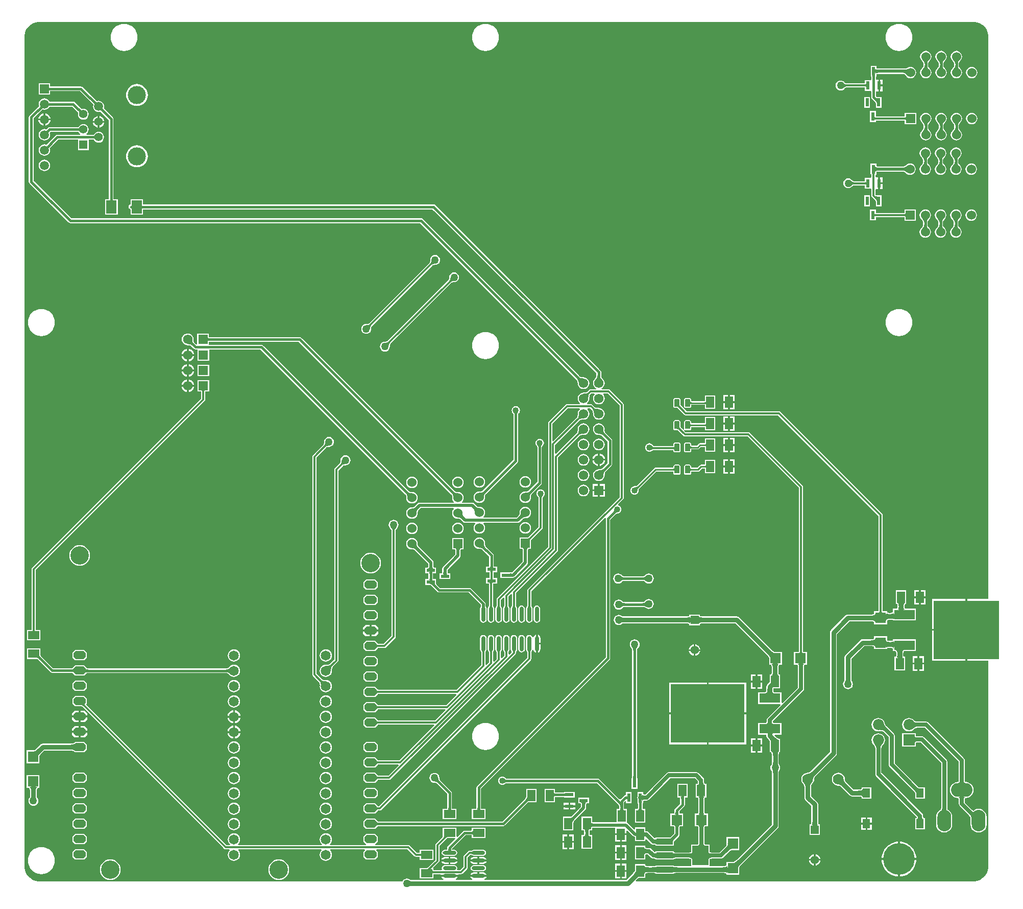
<source format=gtl>
G04*
G04 #@! TF.GenerationSoftware,Altium Limited,Altium Designer,18.0.11 (651)*
G04*
G04 Layer_Physical_Order=1*
G04 Layer_Color=255*
%FSLAX24Y24*%
%MOIN*%
G70*
G01*
G75*
%ADD11C,0.0150*%
%ADD15C,0.0100*%
%ADD16C,0.0200*%
%ADD17C,0.0120*%
%ADD22R,0.1378X0.0630*%
%ADD23R,0.4803X0.3839*%
%ADD24R,0.0571X0.0236*%
%ADD25R,0.0236X0.0571*%
%ADD26R,0.0700X0.0710*%
%ADD27R,0.0710X0.0700*%
%ADD28R,0.4252X0.3839*%
G04:AMPARAMS|DCode=29|XSize=35mil|YSize=50mil|CornerRadius=4.4mil|HoleSize=0mil|Usage=FLASHONLY|Rotation=0.000|XOffset=0mil|YOffset=0mil|HoleType=Round|Shape=RoundedRectangle|*
%AMROUNDEDRECTD29*
21,1,0.0350,0.0413,0,0,0.0*
21,1,0.0263,0.0500,0,0,0.0*
1,1,0.0088,0.0131,-0.0206*
1,1,0.0088,-0.0131,-0.0206*
1,1,0.0088,-0.0131,0.0206*
1,1,0.0088,0.0131,0.0206*
%
%ADD29ROUNDEDRECTD29*%
%ADD30R,0.0531X0.0748*%
%ADD31R,0.0500X0.0600*%
%ADD32O,0.0276X0.0984*%
%ADD33R,0.0748X0.0531*%
%ADD34R,0.1063X0.1299*%
%ADD35R,0.1063X0.0394*%
%ADD36R,0.0689X0.0858*%
%ADD37O,0.0866X0.0236*%
%ADD79C,0.0180*%
%ADD80C,0.0300*%
%ADD81C,0.0250*%
%ADD82C,0.0170*%
%ADD83C,0.0600*%
%ADD84C,0.0550*%
%ADD85R,0.0550X0.0550*%
%ADD86R,0.0600X0.0600*%
%ADD87C,0.0650*%
G04:AMPARAMS|DCode=88|XSize=80mil|YSize=52mil|CornerRadius=0mil|HoleSize=0mil|Usage=FLASHONLY|Rotation=0.000|XOffset=0mil|YOffset=0mil|HoleType=Round|Shape=Octagon|*
%AMOCTAGOND88*
4,1,8,0.0400,-0.0130,0.0400,0.0130,0.0270,0.0260,-0.0270,0.0260,-0.0400,0.0130,-0.0400,-0.0130,-0.0270,-0.0260,0.0270,-0.0260,0.0400,-0.0130,0.0*
%
%ADD88OCTAGOND88*%

%ADD89C,0.1200*%
%ADD90O,0.0591X0.0600*%
%ADD91C,0.1181*%
%ADD92C,0.0591*%
%ADD93C,0.0551*%
%ADD94R,0.0551X0.0551*%
%ADD95R,0.0600X0.0600*%
%ADD96C,0.0700*%
%ADD97C,0.0620*%
%ADD98R,0.0620X0.0620*%
%ADD99R,0.0620X0.0620*%
%ADD100O,0.0900X0.1400*%
%ADD101O,0.1400X0.0900*%
%ADD102C,0.2067*%
%ADD103C,0.0728*%
%ADD104R,0.0728X0.0728*%
%ADD105C,0.0400*%
%ADD106C,0.0500*%
G36*
X45416Y30200D02*
X45415Y30210D01*
X45412Y30218D01*
X45407Y30226D01*
X45400Y30232D01*
X45391Y30238D01*
X45380Y30242D01*
X45367Y30245D01*
X45351Y30248D01*
X45334Y30250D01*
X45315Y30250D01*
Y30350D01*
X45334Y30350D01*
X45351Y30352D01*
X45367Y30354D01*
X45380Y30358D01*
X45391Y30363D01*
X45400Y30368D01*
X45407Y30375D01*
X45412Y30382D01*
X45415Y30391D01*
X45416Y30400D01*
Y30200D01*
D02*
G37*
G36*
X44374Y30391D02*
X44377Y30382D01*
X44383Y30375D01*
X44390Y30368D01*
X44399Y30363D01*
X44410Y30358D01*
X44423Y30354D01*
X44438Y30352D01*
X44455Y30350D01*
X44475Y30350D01*
Y30250D01*
X44455Y30250D01*
X44438Y30248D01*
X44423Y30245D01*
X44410Y30242D01*
X44399Y30238D01*
X44390Y30232D01*
X44383Y30226D01*
X44377Y30218D01*
X44374Y30210D01*
X44373Y30200D01*
Y30400D01*
X44374Y30391D01*
D02*
G37*
G36*
X43667Y30206D02*
X43663Y30195D01*
X43663Y30183D01*
X43667Y30168D01*
X43673Y30152D01*
X43684Y30134D01*
X43698Y30115D01*
X43715Y30093D01*
X43759Y30045D01*
X43670Y29966D01*
X43645Y29989D01*
X43601Y30026D01*
X43582Y30040D01*
X43564Y30050D01*
X43548Y30057D01*
X43533Y30061D01*
X43520Y30061D01*
X43509Y30058D01*
X43500Y30052D01*
X43673Y30215D01*
X43667Y30206D01*
D02*
G37*
G36*
X63132Y56582D02*
X63314Y56506D01*
X63477Y56397D01*
X63617Y56257D01*
X63726Y56094D01*
X63802Y55912D01*
X63840Y55718D01*
Y55620D01*
Y18969D01*
X62460D01*
Y16950D01*
Y14931D01*
X63840D01*
Y1540D01*
Y1442D01*
X63802Y1248D01*
X63726Y1066D01*
X63617Y903D01*
X63477Y763D01*
X63314Y654D01*
X63132Y578D01*
X62938Y540D01*
X40839D01*
X40813Y605D01*
X40847Y639D01*
X40909Y697D01*
X40961Y739D01*
X41007Y771D01*
X41009Y773D01*
X41443D01*
Y1022D01*
X41444Y1029D01*
X41447Y1038D01*
X41453Y1047D01*
X41462Y1056D01*
X41479Y1065D01*
X41502Y1075D01*
X41534Y1083D01*
X41573Y1090D01*
X41602Y1092D01*
X42000D01*
X42062Y1088D01*
X42091Y1085D01*
X42106Y1082D01*
Y1050D01*
X42173D01*
X42173Y1050D01*
X42173Y1050D01*
X42176D01*
X42177Y1050D01*
X42178Y1050D01*
X43237D01*
X43238Y1050D01*
X43239Y1050D01*
X43242D01*
X43242Y1050D01*
X43242Y1050D01*
X43309D01*
Y1082D01*
X43322Y1084D01*
X43445Y1092D01*
X46577D01*
X46601Y1091D01*
X46641Y1085D01*
X46673Y1077D01*
X46697Y1069D01*
X46714Y1060D01*
X46723Y1053D01*
X46727Y1047D01*
X46728Y1043D01*
X46730Y1030D01*
Y965D01*
X46800D01*
X46801Y965D01*
X46802Y965D01*
X47570D01*
Y1455D01*
X47585Y1480D01*
X47615Y1524D01*
X47693Y1616D01*
X50079Y4001D01*
X50127Y4074D01*
X50144Y4160D01*
Y7690D01*
X50147Y7717D01*
X50149Y7728D01*
X50151Y7735D01*
X50200Y7799D01*
X50232Y7876D01*
X50243Y7960D01*
X50232Y8044D01*
X50200Y8121D01*
X50151Y8185D01*
X50149Y8192D01*
X50147Y8202D01*
X50144Y8245D01*
Y8817D01*
X50145Y8834D01*
X50150Y8874D01*
X50156Y8907D01*
X50164Y8933D01*
X50171Y8950D01*
X50177Y8959D01*
X50178Y8960D01*
X50181Y8961D01*
X50246D01*
Y9031D01*
X50246Y9032D01*
X50246Y9033D01*
Y9780D01*
X50246Y9781D01*
X50246Y9781D01*
Y9849D01*
X50180D01*
X50159Y9851D01*
X50136Y9858D01*
X50106Y9870D01*
X50071Y9890D01*
X50031Y9916D01*
X49987Y9948D01*
X49876Y10045D01*
X49902Y10115D01*
X50319D01*
Y10885D01*
X49800D01*
X49799Y10885D01*
X49795Y10887D01*
X49792Y10889D01*
X49786Y10895D01*
X49779Y10906D01*
X49772Y10924D01*
X49766Y10949D01*
X49761Y10980D01*
X51741Y12959D01*
X51784Y13024D01*
X51799Y13100D01*
Y14559D01*
X51801Y14583D01*
X51806Y14614D01*
X51813Y14639D01*
X51820Y14657D01*
X51827Y14669D01*
X51833Y14675D01*
X51837Y14678D01*
X51842Y14680D01*
X51844Y14680D01*
X51985D01*
Y15520D01*
X51736D01*
X51735Y15522D01*
X51733Y15534D01*
X51733Y15542D01*
Y26280D01*
X51722Y26331D01*
X51694Y26374D01*
X48274Y29794D01*
X48231Y29822D01*
X48180Y29833D01*
X44075D01*
X43966Y29941D01*
X43966Y29942D01*
X43966Y29942D01*
X44011Y29996D01*
X44024Y29987D01*
X44069Y29978D01*
X44331D01*
X44376Y29987D01*
X44413Y30012D01*
X44438Y30049D01*
X44447Y30094D01*
Y30177D01*
X44453Y30178D01*
X45337D01*
X45342Y30177D01*
X45344Y30177D01*
Y29956D01*
X46015D01*
Y30844D01*
X45344D01*
Y30423D01*
X45342Y30423D01*
X45337Y30422D01*
X44453D01*
X44447Y30423D01*
Y30506D01*
X44438Y30551D01*
X44413Y30588D01*
X44376Y30613D01*
X44331Y30622D01*
X44069D01*
X44024Y30613D01*
X43987Y30588D01*
X43962Y30551D01*
X43953Y30506D01*
Y30094D01*
X43962Y30049D01*
X43971Y30036D01*
X43916Y29991D01*
X43789Y30119D01*
X43769Y30140D01*
X43755Y30158D01*
X43747Y30168D01*
Y30506D01*
X43738Y30551D01*
X43713Y30588D01*
X43676Y30613D01*
X43631Y30622D01*
X43369D01*
X43324Y30613D01*
X43287Y30588D01*
X43262Y30551D01*
X43253Y30506D01*
Y30094D01*
X43262Y30049D01*
X43287Y30012D01*
X43324Y29987D01*
X43369Y29978D01*
X43546D01*
X43558Y29970D01*
X43591Y29941D01*
X43926Y29606D01*
X43969Y29578D01*
X44020Y29567D01*
X48125D01*
X51467Y26225D01*
Y15542D01*
X51467Y15534D01*
X51465Y15522D01*
X51464Y15520D01*
X51135D01*
Y14680D01*
X51356D01*
X51358Y14680D01*
X51363Y14678D01*
X51367Y14675D01*
X51373Y14669D01*
X51380Y14657D01*
X51387Y14639D01*
X51394Y14614D01*
X51399Y14583D01*
X51401Y14559D01*
Y13182D01*
X50389Y12170D01*
X50319Y12199D01*
Y12885D01*
X49854D01*
X49847Y12886D01*
X49838Y12889D01*
X49830Y12894D01*
X49821Y12904D01*
X49811Y12920D01*
X49802Y12944D01*
X49793Y12975D01*
X49787Y13014D01*
X49784Y13043D01*
Y13136D01*
X50246D01*
Y13952D01*
X50246Y13953D01*
X50246Y13954D01*
Y14024D01*
X50181D01*
X50173Y14025D01*
X50173Y14025D01*
X50170Y14028D01*
X50163Y14037D01*
X50156Y14054D01*
X50148Y14079D01*
X50141Y14110D01*
X50135Y14180D01*
Y14522D01*
X50137Y14551D01*
X50144Y14590D01*
X50152Y14621D01*
X50162Y14645D01*
X50171Y14661D01*
X50180Y14671D01*
X50188Y14676D01*
X50198Y14679D01*
X50204Y14680D01*
X50371D01*
Y15520D01*
X49842D01*
X49824Y15530D01*
X49780Y15561D01*
X49686Y15641D01*
X47569Y17759D01*
X47496Y17807D01*
X47410Y17824D01*
X45144D01*
X45123Y17826D01*
X45083Y17831D01*
X45050Y17838D01*
X45025Y17846D01*
X45009Y17854D01*
X45000Y17861D01*
X44997Y17864D01*
X44996Y17866D01*
X44995Y17874D01*
Y17939D01*
X44925D01*
X44924Y17940D01*
X44923Y17939D01*
X44377D01*
X44376Y17940D01*
X44375Y17939D01*
X44305D01*
Y17874D01*
X44304Y17866D01*
X44303Y17864D01*
X44300Y17861D01*
X44291Y17854D01*
X44275Y17846D01*
X44250Y17838D01*
X44218Y17831D01*
X44148Y17824D01*
X39970D01*
X39943Y17827D01*
X39932Y17829D01*
X39925Y17831D01*
X39861Y17880D01*
X39784Y17912D01*
X39700Y17923D01*
X39616Y17912D01*
X39539Y17880D01*
X39472Y17828D01*
X39420Y17761D01*
X39388Y17684D01*
X39377Y17600D01*
X39388Y17516D01*
X39420Y17439D01*
X39472Y17372D01*
X39539Y17320D01*
X39616Y17288D01*
X39677Y17280D01*
X39700Y17276D01*
X39723Y17280D01*
X39784Y17288D01*
X39861Y17320D01*
X39925Y17369D01*
X39932Y17371D01*
X39942Y17373D01*
X39985Y17376D01*
X44152D01*
X44176Y17374D01*
X44216Y17368D01*
X44248Y17361D01*
X44273Y17352D01*
X44289Y17343D01*
X44298Y17336D01*
X44302Y17331D01*
X44304Y17327D01*
X44305Y17315D01*
Y17249D01*
X44375D01*
X44376Y17249D01*
X44377Y17249D01*
X44923D01*
X44924Y17249D01*
X44925Y17249D01*
X44995D01*
Y17315D01*
X44996Y17327D01*
X44998Y17331D01*
X45002Y17336D01*
X45011Y17343D01*
X45027Y17352D01*
X45052Y17361D01*
X45084Y17368D01*
X45124Y17374D01*
X45148Y17376D01*
X47317D01*
X49382Y15311D01*
X49434Y15255D01*
X49473Y15206D01*
X49503Y15162D01*
X49521Y15131D01*
Y14680D01*
X49616D01*
X49623Y14679D01*
X49632Y14676D01*
X49640Y14671D01*
X49649Y14661D01*
X49659Y14645D01*
X49668Y14621D01*
X49677Y14590D01*
X49683Y14551D01*
X49686Y14522D01*
Y14172D01*
X49685Y14152D01*
X49679Y14112D01*
X49673Y14079D01*
X49665Y14054D01*
X49657Y14037D01*
X49651Y14028D01*
X49648Y14025D01*
X49647Y14025D01*
X49640Y14024D01*
X49574D01*
Y13954D01*
X49574Y13953D01*
X49574Y13952D01*
Y13561D01*
X49401Y13388D01*
X49353Y13316D01*
X49336Y13230D01*
Y13043D01*
X49333Y13014D01*
X49327Y12975D01*
X49318Y12944D01*
X49309Y12920D01*
X49299Y12904D01*
X49290Y12894D01*
X49282Y12889D01*
X49273Y12886D01*
X49266Y12885D01*
X48801D01*
Y12115D01*
X50235D01*
X50264Y12045D01*
X49419Y11201D01*
X49376Y11136D01*
X49361Y11060D01*
Y11002D01*
X49359Y10980D01*
X49354Y10949D01*
X49348Y10924D01*
X49341Y10906D01*
X49334Y10895D01*
X49328Y10889D01*
X49325Y10887D01*
X49321Y10885D01*
X49320Y10885D01*
X48801D01*
Y10115D01*
X49336D01*
Y10040D01*
X49353Y9954D01*
X49401Y9881D01*
X49459Y9823D01*
X49515Y9763D01*
X49555Y9713D01*
X49574Y9686D01*
Y9033D01*
X49574Y9032D01*
X49574Y9031D01*
Y8961D01*
X49640D01*
X49650Y8959D01*
X49653Y8958D01*
X49658Y8955D01*
X49665Y8946D01*
X49673Y8929D01*
X49681Y8905D01*
X49688Y8873D01*
X49696Y8802D01*
Y8230D01*
X49693Y8203D01*
X49691Y8192D01*
X49689Y8185D01*
X49640Y8121D01*
X49608Y8044D01*
X49597Y7960D01*
X49608Y7876D01*
X49640Y7799D01*
X49689Y7735D01*
X49691Y7728D01*
X49693Y7718D01*
X49696Y7675D01*
Y4253D01*
X47395Y1953D01*
X47338Y1899D01*
X47288Y1859D01*
X47244Y1829D01*
X47221Y1815D01*
X46730D01*
Y1611D01*
X46729Y1604D01*
X46726Y1595D01*
X46721Y1587D01*
X46711Y1578D01*
X46695Y1568D01*
X46671Y1559D01*
X46640Y1550D01*
X46601Y1544D01*
X46572Y1541D01*
X45632D01*
Y1967D01*
X45633Y1980D01*
X45635Y1985D01*
X45638Y1989D01*
X45644Y1995D01*
X45655Y2002D01*
X45673Y2010D01*
X45698Y2016D01*
X45730Y2021D01*
X45753Y2023D01*
X46368D01*
X46444Y2039D01*
X46509Y2082D01*
X46895Y2468D01*
X46942Y2512D01*
X46983Y2544D01*
X47019Y2570D01*
X47035Y2579D01*
X47570D01*
Y3429D01*
X46730D01*
Y2895D01*
X46720Y2877D01*
X46695Y2842D01*
X46631Y2766D01*
X46286Y2421D01*
X45753D01*
X45730Y2423D01*
X45698Y2428D01*
X45673Y2435D01*
X45655Y2442D01*
X45644Y2449D01*
X45638Y2455D01*
X45635Y2459D01*
X45633Y2464D01*
X45632Y2478D01*
Y2942D01*
X45344D01*
X45342Y2942D01*
X45337Y2944D01*
X45333Y2947D01*
X45327Y2953D01*
X45320Y2964D01*
X45313Y2983D01*
X45306Y3008D01*
X45301Y3039D01*
X45299Y3062D01*
Y4009D01*
X45301Y4033D01*
X45306Y4064D01*
X45313Y4089D01*
X45320Y4107D01*
X45327Y4119D01*
X45333Y4125D01*
X45337Y4128D01*
X45342Y4130D01*
X45344Y4130D01*
X45525D01*
Y4970D01*
X45344D01*
X45342Y4970D01*
X45337Y4972D01*
X45333Y4975D01*
X45327Y4981D01*
X45320Y4993D01*
X45313Y5011D01*
X45306Y5036D01*
X45301Y5067D01*
X45299Y5091D01*
Y5897D01*
X45301Y5919D01*
X45306Y5950D01*
X45312Y5975D01*
X45319Y5993D01*
X45326Y6005D01*
X45331Y6011D01*
X45335Y6013D01*
X45338Y6015D01*
X45350Y6016D01*
X45416D01*
Y6086D01*
X45416Y6087D01*
X45416Y6088D01*
Y6904D01*
X45324D01*
X45322Y6904D01*
X45317Y6906D01*
X45313Y6909D01*
X45307Y6915D01*
X45300Y6927D01*
X45293Y6945D01*
X45286Y6970D01*
X45281Y7001D01*
X45279Y7025D01*
Y7151D01*
X45264Y7227D01*
X45221Y7292D01*
X44912Y7601D01*
X44847Y7644D01*
X44771Y7659D01*
X42980D01*
X42904Y7644D01*
X42839Y7601D01*
X41445Y6206D01*
X41416D01*
X41393Y6208D01*
X41361Y6214D01*
X41336Y6220D01*
X41318Y6228D01*
X41307Y6235D01*
X41300Y6240D01*
X41298Y6245D01*
X41296Y6250D01*
X41296Y6252D01*
Y6363D01*
X40919D01*
Y6061D01*
X40909Y6007D01*
X40919Y5954D01*
Y5724D01*
X40919Y5723D01*
X40919Y5722D01*
Y5652D01*
X40946D01*
X40949Y5605D01*
Y5321D01*
X40948Y5307D01*
X40945Y5287D01*
X40941Y5273D01*
X40937Y5263D01*
X40936Y5261D01*
X40772D01*
Y4373D01*
X41443D01*
Y5261D01*
X41279D01*
X41278Y5263D01*
X41274Y5273D01*
X41270Y5287D01*
X41267Y5307D01*
X41266Y5321D01*
Y5616D01*
X41268Y5652D01*
X41296D01*
Y5722D01*
X41296Y5723D01*
X41296Y5724D01*
Y5763D01*
X41296Y5765D01*
X41298Y5770D01*
X41300Y5775D01*
X41307Y5780D01*
X41318Y5787D01*
X41336Y5795D01*
X41361Y5801D01*
X41393Y5807D01*
X41416Y5809D01*
X41527D01*
X41604Y5824D01*
X41668Y5867D01*
X43062Y7261D01*
X44689D01*
X44881Y7069D01*
Y7025D01*
X44879Y7001D01*
X44874Y6970D01*
X44867Y6945D01*
X44860Y6927D01*
X44853Y6915D01*
X44847Y6909D01*
X44843Y6906D01*
X44838Y6904D01*
X44836Y6904D01*
X44744D01*
Y6016D01*
X44856D01*
X44858Y6016D01*
X44863Y6014D01*
X44867Y6011D01*
X44873Y6005D01*
X44880Y5993D01*
X44887Y5975D01*
X44894Y5950D01*
X44899Y5919D01*
X44901Y5895D01*
Y5091D01*
X44899Y5067D01*
X44894Y5036D01*
X44887Y5011D01*
X44880Y4993D01*
X44873Y4981D01*
X44867Y4975D01*
X44863Y4972D01*
X44858Y4970D01*
X44856Y4970D01*
X44675D01*
Y4130D01*
X44856D01*
X44858Y4130D01*
X44863Y4128D01*
X44867Y4125D01*
X44873Y4119D01*
X44880Y4107D01*
X44887Y4089D01*
X44894Y4064D01*
X44899Y4033D01*
X44901Y4009D01*
Y3062D01*
X44899Y3039D01*
X44894Y3008D01*
X44887Y2983D01*
X44880Y2964D01*
X44873Y2953D01*
X44867Y2947D01*
X44863Y2944D01*
X44858Y2942D01*
X44856Y2942D01*
X44429D01*
Y2466D01*
X44429Y2464D01*
X44427Y2460D01*
X44424Y2455D01*
X44418Y2450D01*
X44406Y2442D01*
X44388Y2435D01*
X44363Y2428D01*
X44331Y2423D01*
X44308Y2421D01*
X43411D01*
X43402Y2421D01*
X43369Y2425D01*
X43341Y2429D01*
X43320Y2434D01*
X43309Y2437D01*
Y2489D01*
X43239D01*
X43238Y2489D01*
X43237Y2489D01*
X42178D01*
X42177Y2489D01*
X42176Y2489D01*
X42106D01*
Y2474D01*
X42036Y2445D01*
X41821Y2661D01*
X41756Y2704D01*
X41680Y2719D01*
X41564D01*
X41541Y2721D01*
X41509Y2726D01*
X41484Y2733D01*
X41466Y2740D01*
X41454Y2747D01*
X41448Y2753D01*
X41445Y2757D01*
X41443Y2762D01*
X41443Y2764D01*
Y2861D01*
X40772D01*
Y1973D01*
X41443D01*
Y2276D01*
X41443Y2278D01*
X41445Y2283D01*
X41448Y2287D01*
X41454Y2293D01*
X41466Y2300D01*
X41484Y2307D01*
X41509Y2314D01*
X41541Y2319D01*
X41564Y2321D01*
X41598D01*
X41837Y2082D01*
X41902Y2039D01*
X41978Y2023D01*
X42041D01*
X42043Y2023D01*
X42069Y2020D01*
X42089Y2016D01*
X42103Y2012D01*
X42106Y2011D01*
Y1955D01*
X42176D01*
X42177Y1955D01*
X42178Y1955D01*
X43237D01*
X43238Y1955D01*
X43239Y1955D01*
X43309D01*
Y2007D01*
X43320Y2011D01*
X43341Y2016D01*
X43368Y2020D01*
X43418Y2023D01*
X44308D01*
X44331Y2021D01*
X44363Y2016D01*
X44388Y2009D01*
X44406Y2002D01*
X44418Y1995D01*
X44424Y1989D01*
X44427Y1985D01*
X44429Y1980D01*
X44429Y1978D01*
Y1541D01*
X43415D01*
X43353Y1545D01*
X43324Y1549D01*
X43309Y1551D01*
Y1584D01*
X43242D01*
X43242Y1584D01*
X43242Y1584D01*
X43239D01*
X43238Y1584D01*
X43237Y1584D01*
X42178D01*
X42177Y1584D01*
X42176Y1584D01*
X42173D01*
X42173Y1584D01*
X42173Y1584D01*
X42106D01*
Y1551D01*
X42093Y1549D01*
X41970Y1541D01*
X41594D01*
X41571Y1543D01*
X41532Y1548D01*
X41499Y1555D01*
X41474Y1564D01*
X41458Y1572D01*
X41449Y1579D01*
X41446Y1583D01*
X41445Y1585D01*
X41443Y1595D01*
Y1661D01*
X41373D01*
X41372Y1661D01*
X41371Y1661D01*
X40772D01*
Y1376D01*
X40772Y1376D01*
X40772Y1375D01*
Y1250D01*
X40765Y1236D01*
X40744Y1198D01*
X40715Y1156D01*
X40643Y1070D01*
X40198Y624D01*
X30946D01*
X30939Y694D01*
X30940Y695D01*
X31012Y743D01*
X31060Y815D01*
X31065Y840D01*
X30540D01*
X30014D01*
X30019Y815D01*
X30068Y743D01*
X30140Y695D01*
X30141Y694D01*
X30134Y624D01*
X29056D01*
X29049Y694D01*
X29050Y695D01*
X29122Y743D01*
X29170Y815D01*
X29175Y840D01*
X28650D01*
X28125D01*
X28130Y815D01*
X28178Y743D01*
X28250Y695D01*
X28251Y694D01*
X28244Y624D01*
X26140D01*
X26113Y627D01*
X26102Y629D01*
X26095Y631D01*
X26031Y680D01*
X25954Y712D01*
X25870Y723D01*
X25786Y712D01*
X25709Y680D01*
X25642Y628D01*
X25590Y561D01*
X25582Y540D01*
X1792D01*
X1598Y578D01*
X1416Y654D01*
X1253Y763D01*
X1113Y903D01*
X1004Y1066D01*
X928Y1248D01*
X890Y1442D01*
Y1540D01*
Y33440D01*
X900Y53500D01*
Y55620D01*
Y55718D01*
X938Y55912D01*
X1014Y56094D01*
X1123Y56257D01*
X1263Y56397D01*
X1426Y56506D01*
X1608Y56582D01*
X1802Y56620D01*
X62938D01*
X63132Y56582D01*
D02*
G37*
G36*
X39885Y17770D02*
X39893Y17766D01*
X39904Y17762D01*
X39918Y17759D01*
X39934Y17756D01*
X39973Y17752D01*
X40022Y17750D01*
X40050Y17750D01*
Y17450D01*
X40022Y17450D01*
X39934Y17444D01*
X39918Y17441D01*
X39904Y17438D01*
X39893Y17434D01*
X39885Y17430D01*
X39879Y17425D01*
Y17775D01*
X39885Y17770D01*
D02*
G37*
G36*
X44927Y17846D02*
X44936Y17826D01*
X44951Y17808D01*
X44972Y17793D01*
X44999Y17780D01*
X45032Y17769D01*
X45071Y17761D01*
X45116Y17755D01*
X45167Y17751D01*
X45224Y17750D01*
Y17450D01*
X45167Y17449D01*
X45116Y17445D01*
X45071Y17438D01*
X45032Y17429D01*
X44999Y17418D01*
X44972Y17403D01*
X44951Y17387D01*
X44936Y17367D01*
X44927Y17345D01*
X44924Y17321D01*
Y17868D01*
X44927Y17846D01*
D02*
G37*
G36*
X44376Y17321D02*
X44373Y17345D01*
X44364Y17367D01*
X44349Y17387D01*
X44328Y17403D01*
X44301Y17418D01*
X44268Y17429D01*
X44229Y17438D01*
X44184Y17445D01*
X44133Y17449D01*
X44076Y17450D01*
Y17750D01*
X44133Y17751D01*
X44229Y17761D01*
X44268Y17769D01*
X44301Y17780D01*
X44328Y17793D01*
X44349Y17808D01*
X44364Y17826D01*
X44373Y17846D01*
X44376Y17868D01*
Y17321D01*
D02*
G37*
G36*
X51661Y15546D02*
X51662Y15525D01*
X51665Y15507D01*
X51670Y15491D01*
X51675Y15478D01*
X51682Y15467D01*
X51689Y15459D01*
X51698Y15452D01*
X51709Y15449D01*
X51720Y15448D01*
X51664D01*
X51670Y15345D01*
X51674Y15325D01*
X51678Y15308D01*
X51683Y15296D01*
X51688Y15288D01*
X51512D01*
X51517Y15296D01*
X51522Y15308D01*
X51526Y15325D01*
X51530Y15345D01*
X51535Y15400D01*
X51538Y15448D01*
X51480D01*
X51491Y15449D01*
X51502Y15452D01*
X51511Y15459D01*
X51518Y15467D01*
X51525Y15478D01*
X51530Y15491D01*
X51535Y15507D01*
X51538Y15525D01*
X51539Y15546D01*
X51540Y15569D01*
X51660D01*
X51661Y15546D01*
D02*
G37*
G36*
X49624Y15600D02*
X49737Y15505D01*
X49786Y15470D01*
X49831Y15444D01*
X49871Y15427D01*
X49906Y15419D01*
X49937Y15420D01*
X49964Y15429D01*
X49985Y15448D01*
X49593Y14993D01*
X49609Y15018D01*
X49616Y15047D01*
X49615Y15079D01*
X49606Y15116D01*
X49589Y15156D01*
X49564Y15201D01*
X49530Y15249D01*
X49488Y15301D01*
X49380Y15418D01*
X49561Y15661D01*
X49624Y15600D01*
D02*
G37*
G36*
X51826Y14750D02*
X51805Y14742D01*
X51786Y14730D01*
X51770Y14712D01*
X51756Y14690D01*
X51745Y14662D01*
X51736Y14629D01*
X51730Y14592D01*
X51726Y14549D01*
X51725Y14501D01*
X51475D01*
X51474Y14549D01*
X51470Y14592D01*
X51464Y14629D01*
X51455Y14662D01*
X51444Y14690D01*
X51430Y14712D01*
X51414Y14730D01*
X51395Y14742D01*
X51374Y14750D01*
X51350Y14752D01*
X51850D01*
X51826Y14750D01*
D02*
G37*
G36*
X50182Y14749D02*
X50156Y14740D01*
X50134Y14725D01*
X50114Y14704D01*
X50098Y14677D01*
X50084Y14644D01*
X50074Y14605D01*
X50066Y14560D01*
X50062Y14508D01*
X50060Y14451D01*
X49760D01*
X49759Y14508D01*
X49754Y14560D01*
X49747Y14605D01*
X49736Y14644D01*
X49723Y14677D01*
X49706Y14704D01*
X49687Y14725D01*
X49664Y14740D01*
X49639Y14749D01*
X49610Y14752D01*
X50210D01*
X50182Y14749D01*
D02*
G37*
G36*
X50061Y14196D02*
X50071Y14100D01*
X50079Y14061D01*
X50089Y14028D01*
X50101Y14001D01*
X50116Y13980D01*
X50134Y13965D01*
X50153Y13956D01*
X50175Y13953D01*
X49646D01*
X49667Y13956D01*
X49687Y13965D01*
X49704Y13980D01*
X49719Y14001D01*
X49732Y14028D01*
X49742Y14061D01*
X49750Y14100D01*
X49756Y14145D01*
X49759Y14196D01*
X49760Y14253D01*
X50060D01*
X50061Y14196D01*
D02*
G37*
G36*
X49711Y13057D02*
X49716Y13005D01*
X49724Y12960D01*
X49734Y12921D01*
X49748Y12888D01*
X49764Y12861D01*
X49784Y12840D01*
X49806Y12825D01*
X49832Y12816D01*
X49860Y12813D01*
X49260D01*
X49289Y12816D01*
X49314Y12825D01*
X49337Y12840D01*
X49356Y12861D01*
X49373Y12888D01*
X49386Y12921D01*
X49397Y12960D01*
X49404Y13005D01*
X49408Y13057D01*
X49410Y13114D01*
X49710D01*
X49711Y13057D01*
D02*
G37*
G36*
X49686Y11013D02*
X49690Y10971D01*
X49696Y10934D01*
X49704Y10902D01*
X49715Y10874D01*
X49729Y10852D01*
X49744Y10835D01*
X49763Y10822D01*
X49783Y10815D01*
X49806Y10813D01*
X49314D01*
X49337Y10815D01*
X49357Y10822D01*
X49376Y10835D01*
X49391Y10852D01*
X49405Y10874D01*
X49416Y10902D01*
X49424Y10934D01*
X49430Y10971D01*
X49434Y11013D01*
X49435Y11060D01*
X49685D01*
X49686Y11013D01*
D02*
G37*
G36*
X49778Y10035D02*
X49943Y9892D01*
X49990Y9857D01*
X50034Y9828D01*
X50075Y9806D01*
X50112Y9790D01*
X50145Y9781D01*
X50175Y9777D01*
X49647Y9530D01*
X49671Y9546D01*
X49685Y9568D01*
X49690Y9595D01*
X49685Y9627D01*
X49670Y9665D01*
X49646Y9708D01*
X49613Y9756D01*
X49569Y9810D01*
X49454Y9934D01*
X49716Y10096D01*
X49778Y10035D01*
D02*
G37*
G36*
X50155Y9029D02*
X50137Y9020D01*
X50121Y9005D01*
X50108Y8984D01*
X50096Y8957D01*
X50087Y8924D01*
X50079Y8885D01*
X50074Y8840D01*
X50071Y8789D01*
X50070Y8732D01*
X49770D01*
X49769Y8789D01*
X49759Y8885D01*
X49750Y8924D01*
X49739Y8957D01*
X49725Y8984D01*
X49709Y9005D01*
X49690Y9020D01*
X49669Y9029D01*
X49646Y9032D01*
X50175D01*
X50155Y9029D01*
D02*
G37*
G36*
X50070Y8282D02*
X50076Y8194D01*
X50079Y8178D01*
X50082Y8164D01*
X50086Y8153D01*
X50090Y8145D01*
X50095Y8139D01*
X49745D01*
X49750Y8145D01*
X49754Y8153D01*
X49758Y8164D01*
X49761Y8178D01*
X49764Y8194D01*
X49768Y8233D01*
X49770Y8282D01*
X49770Y8310D01*
X50070D01*
X50070Y8282D01*
D02*
G37*
G36*
X50090Y7775D02*
X50086Y7767D01*
X50082Y7756D01*
X50079Y7742D01*
X50076Y7726D01*
X50072Y7687D01*
X50070Y7638D01*
X50070Y7610D01*
X49770D01*
X49770Y7638D01*
X49764Y7726D01*
X49761Y7742D01*
X49758Y7756D01*
X49754Y7767D01*
X49750Y7775D01*
X49745Y7781D01*
X50095D01*
X50090Y7775D01*
D02*
G37*
G36*
X45206Y7035D02*
X45210Y6992D01*
X45216Y6955D01*
X45225Y6922D01*
X45236Y6894D01*
X45250Y6872D01*
X45266Y6854D01*
X45285Y6842D01*
X45306Y6834D01*
X45330Y6832D01*
X44830D01*
X44854Y6834D01*
X44875Y6842D01*
X44894Y6854D01*
X44910Y6872D01*
X44924Y6894D01*
X44935Y6922D01*
X44944Y6955D01*
X44950Y6992D01*
X44954Y7035D01*
X44955Y7083D01*
X45205D01*
X45206Y7035D01*
D02*
G37*
G36*
X45345Y6087D02*
X45322Y6085D01*
X45302Y6077D01*
X45284Y6065D01*
X45268Y6047D01*
X45255Y6025D01*
X45244Y5997D01*
X45236Y5965D01*
X45230Y5927D01*
X45226Y5885D01*
X45225Y5837D01*
X44975D01*
X44974Y5885D01*
X44970Y5928D01*
X44964Y5965D01*
X44955Y5998D01*
X44944Y6025D01*
X44930Y6048D01*
X44914Y6066D01*
X44895Y6078D01*
X44874Y6086D01*
X44850Y6088D01*
X45345Y6087D01*
D02*
G37*
G36*
X41226Y6234D02*
X41233Y6212D01*
X41246Y6194D01*
X41263Y6177D01*
X41286Y6164D01*
X41314Y6152D01*
X41346Y6144D01*
X41384Y6137D01*
X41427Y6134D01*
X41474Y6132D01*
Y5882D01*
X41427Y5881D01*
X41384Y5877D01*
X41346Y5871D01*
X41314Y5862D01*
X41286Y5851D01*
X41263Y5837D01*
X41246Y5821D01*
X41233Y5802D01*
X41226Y5781D01*
X41223Y5757D01*
Y6257D01*
X41226Y6234D01*
D02*
G37*
G36*
X41195Y5916D02*
X41195Y5908D01*
X41193Y5794D01*
X41193Y5723D01*
X41224D01*
X41218Y5722D01*
X41213Y5716D01*
X41208Y5708D01*
X41204Y5696D01*
X41200Y5681D01*
X41198Y5662D01*
X41194Y5614D01*
X41192Y5553D01*
X41022D01*
X41022Y5586D01*
X41017Y5662D01*
X41014Y5681D01*
X41011Y5696D01*
X41007Y5708D01*
X41002Y5716D01*
X40997Y5722D01*
X40991Y5723D01*
X41022D01*
X41019Y5919D01*
X41196D01*
X41195Y5916D01*
D02*
G37*
G36*
X41193Y5327D02*
X41196Y5298D01*
X41200Y5272D01*
X41206Y5250D01*
X41214Y5231D01*
X41223Y5216D01*
X41234Y5204D01*
X41247Y5195D01*
X41261Y5190D01*
X41277Y5188D01*
X40937D01*
X40954Y5190D01*
X40968Y5195D01*
X40981Y5204D01*
X40992Y5216D01*
X41001Y5231D01*
X41009Y5250D01*
X41015Y5272D01*
X41019Y5298D01*
X41022Y5327D01*
X41022Y5360D01*
X41192D01*
X41193Y5327D01*
D02*
G37*
G36*
X45226Y5101D02*
X45230Y5058D01*
X45236Y5021D01*
X45245Y4988D01*
X45256Y4960D01*
X45270Y4938D01*
X45286Y4920D01*
X45305Y4908D01*
X45326Y4900D01*
X45350Y4898D01*
X44850D01*
X44874Y4900D01*
X44895Y4908D01*
X44914Y4920D01*
X44930Y4938D01*
X44944Y4960D01*
X44955Y4988D01*
X44964Y5021D01*
X44970Y5058D01*
X44974Y5101D01*
X44975Y5149D01*
X45225D01*
X45226Y5101D01*
D02*
G37*
G36*
X45326Y4200D02*
X45305Y4192D01*
X45286Y4180D01*
X45270Y4162D01*
X45256Y4140D01*
X45245Y4112D01*
X45236Y4079D01*
X45230Y4042D01*
X45226Y3999D01*
X45225Y3951D01*
X44975D01*
X44974Y3999D01*
X44970Y4042D01*
X44964Y4079D01*
X44955Y4112D01*
X44944Y4140D01*
X44930Y4162D01*
X44914Y4180D01*
X44895Y4192D01*
X44874Y4200D01*
X44850Y4202D01*
X45350D01*
X45326Y4200D01*
D02*
G37*
G36*
X45226Y3073D02*
X45230Y3030D01*
X45236Y2993D01*
X45245Y2960D01*
X45256Y2932D01*
X45270Y2910D01*
X45286Y2892D01*
X45305Y2880D01*
X45326Y2872D01*
X45350Y2869D01*
X44850D01*
X44874Y2872D01*
X44895Y2880D01*
X44914Y2892D01*
X44930Y2910D01*
X44944Y2932D01*
X44955Y2960D01*
X44964Y2993D01*
X44970Y3030D01*
X44974Y3073D01*
X44975Y3121D01*
X45225D01*
X45226Y3073D01*
D02*
G37*
G36*
X47150Y2651D02*
X47131Y2666D01*
X47108Y2673D01*
X47082Y2673D01*
X47052Y2666D01*
X47018Y2651D01*
X46981Y2630D01*
X46940Y2602D01*
X46896Y2566D01*
X46796Y2473D01*
X46624Y2655D01*
X46674Y2706D01*
X46752Y2798D01*
X46780Y2839D01*
X46801Y2876D01*
X46815Y2909D01*
X46823Y2939D01*
X46823Y2966D01*
X46816Y2989D01*
X46802Y3009D01*
X47150Y2651D01*
D02*
G37*
G36*
X41373Y2746D02*
X41381Y2725D01*
X41393Y2706D01*
X41411Y2690D01*
X41434Y2676D01*
X41461Y2665D01*
X41494Y2656D01*
X41532Y2650D01*
X41574Y2646D01*
X41622Y2645D01*
Y2395D01*
X41574Y2394D01*
X41532Y2390D01*
X41494Y2384D01*
X41461Y2375D01*
X41434Y2364D01*
X41411Y2350D01*
X41393Y2334D01*
X41381Y2315D01*
X41373Y2294D01*
X41371Y2270D01*
Y2770D01*
X41373Y2746D01*
D02*
G37*
G36*
X43240Y2405D02*
X43248Y2393D01*
X43260Y2382D01*
X43278Y2373D01*
X43300Y2365D01*
X43328Y2359D01*
X43360Y2354D01*
X43398Y2350D01*
X43488Y2347D01*
Y2097D01*
X43440Y2097D01*
X43360Y2091D01*
X43328Y2086D01*
X43300Y2080D01*
X43278Y2072D01*
X43260Y2063D01*
X43248Y2052D01*
X43240Y2040D01*
X43238Y2027D01*
Y2418D01*
X43240Y2405D01*
D02*
G37*
G36*
X42177Y2027D02*
X42175Y2040D01*
X42169Y2052D01*
X42159Y2063D01*
X42145Y2072D01*
X42127Y2080D01*
X42105Y2086D01*
X42079Y2091D01*
X42050Y2094D01*
X42016Y2097D01*
X41978Y2097D01*
Y2347D01*
X42016Y2348D01*
X42079Y2354D01*
X42105Y2359D01*
X42127Y2365D01*
X42145Y2373D01*
X42159Y2382D01*
X42169Y2393D01*
X42175Y2405D01*
X42177Y2418D01*
Y2027D01*
D02*
G37*
G36*
X45563Y2449D02*
X45571Y2427D01*
X45583Y2409D01*
X45601Y2392D01*
X45623Y2379D01*
X45651Y2367D01*
X45683Y2359D01*
X45721Y2352D01*
X45763Y2349D01*
X45811Y2347D01*
Y2097D01*
X45763Y2096D01*
X45721Y2092D01*
X45683Y2086D01*
X45651Y2077D01*
X45623Y2066D01*
X45601Y2052D01*
X45583Y2036D01*
X45571Y2017D01*
X45563Y1996D01*
X45561Y1972D01*
Y2472D01*
X45563Y2449D01*
D02*
G37*
G36*
X44501Y1972D02*
X44499Y1996D01*
X44491Y2017D01*
X44479Y2036D01*
X44461Y2052D01*
X44438Y2066D01*
X44411Y2077D01*
X44378Y2086D01*
X44340Y2092D01*
X44298Y2096D01*
X44250Y2097D01*
Y2347D01*
X44298Y2349D01*
X44340Y2352D01*
X44378Y2359D01*
X44411Y2367D01*
X44438Y2379D01*
X44461Y2392D01*
X44479Y2409D01*
X44491Y2427D01*
X44499Y2449D01*
X44501Y2472D01*
Y1972D01*
D02*
G37*
G36*
X47711Y1739D02*
X47652Y1677D01*
X47558Y1567D01*
X47524Y1518D01*
X47499Y1474D01*
X47482Y1434D01*
X47473Y1398D01*
X47473Y1366D01*
X47481Y1338D01*
X47498Y1315D01*
X47080Y1743D01*
X47103Y1726D01*
X47130Y1717D01*
X47161Y1717D01*
X47197Y1726D01*
X47238Y1743D01*
X47282Y1768D01*
X47331Y1802D01*
X47384Y1845D01*
X47504Y1956D01*
X47711Y1739D01*
D02*
G37*
G36*
X43241Y1504D02*
X43250Y1496D01*
X43265Y1489D01*
X43286Y1483D01*
X43313Y1478D01*
X43346Y1474D01*
X43430Y1469D01*
X43538Y1467D01*
Y1167D01*
X43481Y1166D01*
X43313Y1155D01*
X43286Y1150D01*
X43265Y1144D01*
X43250Y1138D01*
X43241Y1130D01*
X43238Y1121D01*
Y1512D01*
X43241Y1504D01*
D02*
G37*
G36*
X42177Y1121D02*
X42174Y1130D01*
X42165Y1138D01*
X42150Y1144D01*
X42129Y1150D01*
X42102Y1155D01*
X42069Y1159D01*
X41985Y1165D01*
X41877Y1167D01*
Y1467D01*
X41934Y1467D01*
X42102Y1478D01*
X42129Y1483D01*
X42150Y1489D01*
X42165Y1496D01*
X42174Y1504D01*
X42177Y1512D01*
Y1121D01*
D02*
G37*
G36*
X46801Y1036D02*
X46798Y1061D01*
X46789Y1083D01*
X46774Y1103D01*
X46753Y1120D01*
X46726Y1134D01*
X46693Y1146D01*
X46654Y1155D01*
X46609Y1162D01*
X46558Y1165D01*
X46501Y1167D01*
Y1467D01*
X46558Y1468D01*
X46610Y1473D01*
X46655Y1480D01*
X46694Y1491D01*
X46727Y1504D01*
X46754Y1521D01*
X46775Y1540D01*
X46790Y1563D01*
X46799Y1588D01*
X46802Y1617D01*
X46801Y1036D01*
D02*
G37*
G36*
X41375Y1566D02*
X41384Y1545D01*
X41399Y1527D01*
X41420Y1511D01*
X41447Y1497D01*
X41480Y1486D01*
X41519Y1478D01*
X41564Y1472D01*
X41615Y1468D01*
X41672Y1467D01*
Y1167D01*
X41615Y1165D01*
X41564Y1161D01*
X41519Y1153D01*
X41479Y1143D01*
X41446Y1129D01*
X41419Y1113D01*
X41398Y1093D01*
X41383Y1071D01*
X41374Y1045D01*
X41371Y1017D01*
X41372Y1590D01*
X41375Y1566D01*
D02*
G37*
G36*
X41159Y844D02*
X41140Y866D01*
X41117Y878D01*
X41088Y881D01*
X41053Y874D01*
X41013Y857D01*
X40968Y831D01*
X40918Y796D01*
X40862Y751D01*
X40735Y632D01*
X40631Y952D01*
X40685Y1009D01*
X40772Y1113D01*
X40804Y1160D01*
X40829Y1204D01*
X40847Y1245D01*
X40857Y1282D01*
X40860Y1317D01*
X40855Y1348D01*
X40843Y1376D01*
X41159Y844D01*
D02*
G37*
G36*
X26055Y570D02*
X26063Y566D01*
X26074Y562D01*
X26088Y559D01*
X26104Y556D01*
X26143Y552D01*
X26192Y550D01*
X26220Y550D01*
Y250D01*
X26192Y250D01*
X26104Y244D01*
X26088Y241D01*
X26074Y238D01*
X26063Y234D01*
X26055Y230D01*
X26049Y225D01*
Y575D01*
X26055Y570D01*
D02*
G37*
%LPC*%
G36*
X58000Y56481D02*
X57828Y56464D01*
X57663Y56414D01*
X57510Y56333D01*
X57377Y56223D01*
X57267Y56090D01*
X57186Y55937D01*
X57136Y55772D01*
X57119Y55600D01*
X57136Y55428D01*
X57186Y55263D01*
X57267Y55110D01*
X57377Y54977D01*
X57510Y54867D01*
X57663Y54786D01*
X57828Y54736D01*
X58000Y54719D01*
X58172Y54736D01*
X58337Y54786D01*
X58490Y54867D01*
X58623Y54977D01*
X58733Y55110D01*
X58814Y55263D01*
X58864Y55428D01*
X58881Y55600D01*
X58864Y55772D01*
X58814Y55937D01*
X58733Y56090D01*
X58623Y56223D01*
X58490Y56333D01*
X58337Y56414D01*
X58172Y56464D01*
X58000Y56481D01*
D02*
G37*
G36*
X31000D02*
X30828Y56464D01*
X30663Y56414D01*
X30510Y56333D01*
X30377Y56223D01*
X30267Y56090D01*
X30186Y55937D01*
X30136Y55772D01*
X30119Y55600D01*
X30136Y55428D01*
X30186Y55263D01*
X30267Y55110D01*
X30377Y54977D01*
X30510Y54867D01*
X30663Y54786D01*
X30828Y54736D01*
X31000Y54719D01*
X31172Y54736D01*
X31337Y54786D01*
X31490Y54867D01*
X31623Y54977D01*
X31733Y55110D01*
X31814Y55263D01*
X31864Y55428D01*
X31881Y55600D01*
X31864Y55772D01*
X31814Y55937D01*
X31733Y56090D01*
X31623Y56223D01*
X31490Y56333D01*
X31337Y56414D01*
X31172Y56464D01*
X31000Y56481D01*
D02*
G37*
G36*
X7400D02*
X7228Y56464D01*
X7063Y56414D01*
X6910Y56333D01*
X6777Y56223D01*
X6667Y56090D01*
X6586Y55937D01*
X6536Y55772D01*
X6519Y55600D01*
X6536Y55428D01*
X6586Y55263D01*
X6667Y55110D01*
X6777Y54977D01*
X6910Y54867D01*
X7063Y54786D01*
X7228Y54736D01*
X7400Y54719D01*
X7572Y54736D01*
X7737Y54786D01*
X7890Y54867D01*
X8023Y54977D01*
X8133Y55110D01*
X8214Y55263D01*
X8264Y55428D01*
X8281Y55600D01*
X8264Y55772D01*
X8214Y55937D01*
X8133Y56090D01*
X8023Y56223D01*
X7890Y56333D01*
X7737Y56414D01*
X7572Y56464D01*
X7400Y56481D01*
D02*
G37*
G36*
X62750Y53683D02*
X62653Y53670D01*
X62563Y53633D01*
X62486Y53574D01*
X62427Y53497D01*
X62390Y53407D01*
X62377Y53310D01*
X62390Y53213D01*
X62427Y53123D01*
X62486Y53046D01*
X62563Y52987D01*
X62653Y52950D01*
X62750Y52937D01*
X62847Y52950D01*
X62937Y52987D01*
X63014Y53046D01*
X63073Y53123D01*
X63110Y53213D01*
X63123Y53310D01*
X63110Y53407D01*
X63073Y53497D01*
X63014Y53574D01*
X62937Y53633D01*
X62847Y53670D01*
X62750Y53683D01*
D02*
G37*
G36*
X61750Y54723D02*
X61653Y54710D01*
X61563Y54673D01*
X61486Y54614D01*
X61427Y54537D01*
X61390Y54447D01*
X61377Y54350D01*
X61390Y54253D01*
X61427Y54163D01*
X61486Y54086D01*
X61496Y54078D01*
X61513Y54061D01*
X61534Y54038D01*
X61551Y54015D01*
X61566Y53993D01*
X61578Y53972D01*
X61588Y53952D01*
X61595Y53933D01*
X61600Y53914D01*
X61602Y53899D01*
Y53761D01*
X61600Y53746D01*
X61595Y53727D01*
X61588Y53708D01*
X61578Y53688D01*
X61566Y53667D01*
X61552Y53646D01*
X61512Y53598D01*
X61496Y53582D01*
X61486Y53574D01*
X61427Y53497D01*
X61390Y53407D01*
X61377Y53310D01*
X61390Y53213D01*
X61427Y53123D01*
X61486Y53046D01*
X61563Y52987D01*
X61653Y52950D01*
X61750Y52937D01*
X61847Y52950D01*
X61937Y52987D01*
X62014Y53046D01*
X62073Y53123D01*
X62110Y53213D01*
X62123Y53310D01*
X62110Y53407D01*
X62073Y53497D01*
X62014Y53574D01*
X62004Y53582D01*
X61987Y53599D01*
X61966Y53622D01*
X61949Y53645D01*
X61934Y53667D01*
X61922Y53688D01*
X61912Y53708D01*
X61905Y53727D01*
X61900Y53746D01*
X61898Y53761D01*
Y53899D01*
X61900Y53914D01*
X61905Y53933D01*
X61912Y53952D01*
X61922Y53972D01*
X61934Y53993D01*
X61948Y54014D01*
X61988Y54062D01*
X62004Y54078D01*
X62014Y54086D01*
X62073Y54163D01*
X62110Y54253D01*
X62123Y54350D01*
X62110Y54447D01*
X62073Y54537D01*
X62014Y54614D01*
X61937Y54673D01*
X61847Y54710D01*
X61750Y54723D01*
D02*
G37*
G36*
X60750D02*
X60653Y54710D01*
X60563Y54673D01*
X60486Y54614D01*
X60427Y54537D01*
X60390Y54447D01*
X60377Y54350D01*
X60390Y54253D01*
X60427Y54163D01*
X60486Y54086D01*
X60496Y54078D01*
X60513Y54061D01*
X60534Y54038D01*
X60551Y54015D01*
X60566Y53993D01*
X60578Y53972D01*
X60588Y53952D01*
X60595Y53933D01*
X60600Y53914D01*
X60602Y53899D01*
Y53761D01*
X60600Y53746D01*
X60595Y53727D01*
X60588Y53708D01*
X60578Y53688D01*
X60566Y53667D01*
X60552Y53646D01*
X60512Y53598D01*
X60496Y53582D01*
X60486Y53574D01*
X60427Y53497D01*
X60390Y53407D01*
X60377Y53310D01*
X60390Y53213D01*
X60427Y53123D01*
X60486Y53046D01*
X60563Y52987D01*
X60653Y52950D01*
X60750Y52937D01*
X60847Y52950D01*
X60937Y52987D01*
X61014Y53046D01*
X61073Y53123D01*
X61110Y53213D01*
X61123Y53310D01*
X61110Y53407D01*
X61073Y53497D01*
X61014Y53574D01*
X61004Y53582D01*
X60987Y53599D01*
X60966Y53622D01*
X60949Y53645D01*
X60934Y53667D01*
X60922Y53688D01*
X60912Y53708D01*
X60905Y53727D01*
X60900Y53746D01*
X60898Y53761D01*
Y53899D01*
X60900Y53914D01*
X60905Y53933D01*
X60912Y53952D01*
X60922Y53972D01*
X60934Y53993D01*
X60948Y54014D01*
X60988Y54062D01*
X61004Y54078D01*
X61014Y54086D01*
X61073Y54163D01*
X61110Y54253D01*
X61123Y54350D01*
X61110Y54447D01*
X61073Y54537D01*
X61014Y54614D01*
X60937Y54673D01*
X60847Y54710D01*
X60750Y54723D01*
D02*
G37*
G36*
X59750D02*
X59653Y54710D01*
X59563Y54673D01*
X59486Y54614D01*
X59427Y54537D01*
X59390Y54447D01*
X59377Y54350D01*
X59390Y54253D01*
X59427Y54163D01*
X59486Y54086D01*
X59496Y54078D01*
X59513Y54061D01*
X59534Y54038D01*
X59551Y54015D01*
X59566Y53993D01*
X59578Y53972D01*
X59588Y53952D01*
X59595Y53933D01*
X59600Y53914D01*
X59602Y53899D01*
Y53761D01*
X59600Y53746D01*
X59595Y53727D01*
X59588Y53708D01*
X59578Y53688D01*
X59566Y53667D01*
X59552Y53646D01*
X59512Y53598D01*
X59496Y53582D01*
X59486Y53574D01*
X59427Y53497D01*
X59390Y53407D01*
X59377Y53310D01*
X59390Y53213D01*
X59427Y53123D01*
X59486Y53046D01*
X59563Y52987D01*
X59653Y52950D01*
X59750Y52937D01*
X59847Y52950D01*
X59937Y52987D01*
X60014Y53046D01*
X60073Y53123D01*
X60110Y53213D01*
X60123Y53310D01*
X60110Y53407D01*
X60073Y53497D01*
X60014Y53574D01*
X60004Y53582D01*
X59987Y53599D01*
X59966Y53622D01*
X59949Y53645D01*
X59934Y53667D01*
X59922Y53688D01*
X59912Y53708D01*
X59905Y53727D01*
X59900Y53746D01*
X59898Y53761D01*
Y53899D01*
X59900Y53914D01*
X59905Y53933D01*
X59912Y53952D01*
X59922Y53972D01*
X59934Y53993D01*
X59948Y54014D01*
X59988Y54062D01*
X60004Y54078D01*
X60014Y54086D01*
X60073Y54163D01*
X60110Y54253D01*
X60123Y54350D01*
X60110Y54447D01*
X60073Y54537D01*
X60014Y54614D01*
X59937Y54673D01*
X59847Y54710D01*
X59750Y54723D01*
D02*
G37*
G36*
X56528Y53745D02*
X56152D01*
Y53107D01*
X56152Y53106D01*
X56152Y53105D01*
Y53035D01*
X56189D01*
X56190Y53024D01*
X56192Y52997D01*
Y52874D01*
X56154Y52820D01*
X56122Y52820D01*
X55778D01*
Y52601D01*
X55776Y52600D01*
X55764Y52598D01*
X55756Y52597D01*
X54568D01*
X54557Y52599D01*
X54543Y52603D01*
X54528Y52609D01*
X54512Y52617D01*
X54495Y52626D01*
X54478Y52638D01*
X54439Y52671D01*
X54424Y52685D01*
X54418Y52693D01*
X54351Y52744D01*
X54274Y52777D01*
X54190Y52788D01*
X54106Y52777D01*
X54029Y52744D01*
X53962Y52693D01*
X53910Y52626D01*
X53878Y52548D01*
X53867Y52465D01*
X53878Y52381D01*
X53910Y52303D01*
X53962Y52237D01*
X54029Y52185D01*
X54106Y52153D01*
X54190Y52142D01*
X54274Y52153D01*
X54351Y52185D01*
X54418Y52237D01*
X54424Y52244D01*
X54439Y52259D01*
X54459Y52276D01*
X54477Y52291D01*
X54495Y52303D01*
X54512Y52313D01*
X54528Y52321D01*
X54543Y52327D01*
X54557Y52330D01*
X54568Y52332D01*
X55756D01*
X55764Y52332D01*
X55776Y52330D01*
X55778Y52329D01*
Y52109D01*
X56122D01*
X56154Y52109D01*
X56192Y52055D01*
Y51697D01*
X56203Y51640D01*
X56235Y51592D01*
X56425Y51403D01*
X56434Y51392D01*
X56447Y51374D01*
X56458Y51357D01*
X56468Y51341D01*
X56475Y51325D01*
X56480Y51310D01*
X56484Y51295D01*
X56486Y51282D01*
Y51007D01*
X56862D01*
Y51718D01*
X56560D01*
X56560Y51718D01*
X56550Y51719D01*
X56544Y51719D01*
X56538Y51720D01*
X56533Y51722D01*
X56528Y51724D01*
X56523Y51726D01*
X56517Y51729D01*
X56514Y51731D01*
X56488Y51758D01*
Y52013D01*
X56496Y52079D01*
X56558Y52079D01*
X56654D01*
Y52465D01*
X56714D01*
D01*
X56654D01*
Y52850D01*
X56496Y52850D01*
X56488Y52917D01*
Y53002D01*
X56488Y53005D01*
X56490Y53024D01*
X56491Y53035D01*
X56528D01*
Y53105D01*
X56528Y53106D01*
X56528Y53107D01*
Y53194D01*
X56528Y53194D01*
X56531Y53197D01*
X56538Y53201D01*
X56551Y53206D01*
X56569Y53211D01*
X56593Y53215D01*
X56611Y53217D01*
X58300D01*
X58313Y53215D01*
X58331Y53210D01*
X58348Y53204D01*
X58363Y53197D01*
X58377Y53188D01*
X58390Y53177D01*
X58402Y53164D01*
X58414Y53148D01*
X58422Y53135D01*
X58427Y53123D01*
X58486Y53046D01*
X58563Y52987D01*
X58653Y52950D01*
X58750Y52937D01*
X58847Y52950D01*
X58937Y52987D01*
X59014Y53046D01*
X59073Y53123D01*
X59110Y53213D01*
X59123Y53310D01*
X59110Y53407D01*
X59073Y53497D01*
X59014Y53574D01*
X58937Y53633D01*
X58847Y53670D01*
X58750Y53683D01*
X58653Y53670D01*
X58563Y53633D01*
X58554Y53626D01*
X58539Y53618D01*
X58515Y53606D01*
X58466Y53586D01*
X58443Y53578D01*
X58420Y53572D01*
X58397Y53567D01*
X58375Y53564D01*
X58366Y53563D01*
X56611D01*
X56593Y53565D01*
X56569Y53569D01*
X56551Y53574D01*
X56538Y53579D01*
X56531Y53583D01*
X56528Y53586D01*
X56528Y53586D01*
Y53745D01*
D02*
G37*
G36*
X56774Y52850D02*
Y52525D01*
X56932D01*
Y52850D01*
X56774D01*
D02*
G37*
G36*
X56932Y52405D02*
X56774D01*
Y52079D01*
X56932D01*
Y52405D01*
D02*
G37*
G36*
X8242Y52555D02*
X8103Y52541D01*
X7969Y52501D01*
X7846Y52435D01*
X7738Y52346D01*
X7649Y52238D01*
X7583Y52115D01*
X7542Y51981D01*
X7529Y51842D01*
X7542Y51703D01*
X7583Y51569D01*
X7649Y51446D01*
X7738Y51338D01*
X7846Y51249D01*
X7969Y51183D01*
X8103Y51142D01*
X8242Y51129D01*
X8381Y51142D01*
X8515Y51183D01*
X8638Y51249D01*
X8746Y51338D01*
X8835Y51446D01*
X8901Y51569D01*
X8941Y51703D01*
X8955Y51842D01*
X8941Y51981D01*
X8901Y52115D01*
X8835Y52238D01*
X8746Y52346D01*
X8638Y52435D01*
X8515Y52501D01*
X8381Y52541D01*
X8242Y52555D01*
D02*
G37*
G36*
X56114Y51718D02*
X55738D01*
Y51007D01*
X56114D01*
Y51718D01*
D02*
G37*
G36*
X2260Y50646D02*
Y50310D01*
X2591D01*
X2585Y50358D01*
X2545Y50454D01*
X2482Y50537D01*
X2399Y50600D01*
X2303Y50640D01*
X2260Y50646D01*
D02*
G37*
G36*
X2140D02*
X2097Y50640D01*
X2001Y50600D01*
X1918Y50537D01*
X1855Y50454D01*
X1815Y50358D01*
X1809Y50310D01*
X2140D01*
Y50646D01*
D02*
G37*
G36*
X2200Y51623D02*
X2105Y51611D01*
X2016Y51574D01*
X1939Y51515D01*
X1881Y51439D01*
X1844Y51350D01*
X1832Y51255D01*
Y51245D01*
X1844Y51150D01*
X1851Y51132D01*
X1225Y50505D01*
X1189Y50452D01*
X1177Y50390D01*
Y46186D01*
X1189Y46124D01*
X1225Y46071D01*
X3771Y43525D01*
X3824Y43489D01*
X3886Y43477D01*
X3986D01*
X26717Y43477D01*
X36953Y33240D01*
X36962Y33228D01*
X36974Y33210D01*
X36984Y33190D01*
X36993Y33169D01*
X37001Y33145D01*
X37008Y33120D01*
X37013Y33092D01*
X37017Y33063D01*
X37017Y33055D01*
X37017Y33050D01*
X37019Y33033D01*
X37019Y33030D01*
X37020Y33028D01*
X37030Y32951D01*
X37068Y32858D01*
X37129Y32779D01*
X37208Y32718D01*
X37301Y32680D01*
X37400Y32667D01*
X37499Y32680D01*
X37592Y32718D01*
X37671Y32779D01*
X37732Y32858D01*
X37770Y32951D01*
X37783Y33050D01*
X37770Y33149D01*
X37732Y33242D01*
X37671Y33321D01*
X37592Y33382D01*
X37499Y33420D01*
X37400Y33433D01*
X37378Y33430D01*
X37376Y33431D01*
X37344Y33429D01*
X37317Y33430D01*
X37291Y33433D01*
X37267Y33437D01*
X37245Y33443D01*
X37225Y33450D01*
X37206Y33459D01*
X37188Y33470D01*
X37176Y33479D01*
X26900Y43755D01*
X26847Y43791D01*
X26784Y43803D01*
X3986Y43803D01*
X3954D01*
X1503Y46254D01*
Y50322D01*
X2080Y50900D01*
X2105Y50889D01*
X2200Y50877D01*
X2295Y50889D01*
X2384Y50926D01*
X2461Y50985D01*
X2519Y51061D01*
X2530Y51087D01*
X4014D01*
X4410Y50691D01*
X4405Y50680D01*
X4393Y50590D01*
X4405Y50500D01*
X4440Y50416D01*
X4495Y50344D01*
X4568Y50288D01*
X4652Y50253D01*
X4742Y50241D01*
X4832Y50253D01*
X4916Y50288D01*
X4988Y50344D01*
X5044Y50416D01*
X5079Y50500D01*
X5091Y50590D01*
X5079Y50680D01*
X5044Y50764D01*
X4988Y50836D01*
X4916Y50892D01*
X4832Y50927D01*
X4742Y50939D01*
X4652Y50927D01*
X4641Y50922D01*
X4197Y51365D01*
X4144Y51401D01*
X4082Y51413D01*
X2530D01*
X2519Y51439D01*
X2461Y51515D01*
X2384Y51574D01*
X2295Y51611D01*
X2200Y51623D01*
D02*
G37*
G36*
X5802Y50461D02*
Y50150D01*
X6113D01*
X6108Y50188D01*
X6070Y50279D01*
X6010Y50358D01*
X5931Y50418D01*
X5840Y50456D01*
X5802Y50461D01*
D02*
G37*
G36*
X5682D02*
X5644Y50456D01*
X5553Y50418D01*
X5474Y50358D01*
X5414Y50279D01*
X5376Y50188D01*
X5371Y50150D01*
X5682D01*
Y50461D01*
D02*
G37*
G36*
X56488Y50793D02*
X56112D01*
Y50082D01*
X56488D01*
Y50177D01*
X58358D01*
X58366Y50177D01*
X58378Y50175D01*
X58380Y50174D01*
Y49940D01*
X59120D01*
Y50680D01*
X58380D01*
Y50446D01*
X58378Y50445D01*
X58366Y50443D01*
X58358Y50443D01*
X56488D01*
Y50793D01*
D02*
G37*
G36*
X62750Y50683D02*
X62653Y50670D01*
X62563Y50633D01*
X62486Y50574D01*
X62427Y50497D01*
X62390Y50407D01*
X62377Y50310D01*
X62390Y50213D01*
X62427Y50123D01*
X62486Y50046D01*
X62563Y49987D01*
X62653Y49950D01*
X62750Y49937D01*
X62847Y49950D01*
X62937Y49987D01*
X63014Y50046D01*
X63073Y50123D01*
X63110Y50213D01*
X63123Y50310D01*
X63110Y50407D01*
X63073Y50497D01*
X63014Y50574D01*
X62937Y50633D01*
X62847Y50670D01*
X62750Y50683D01*
D02*
G37*
G36*
X2591Y50190D02*
X2260D01*
Y49854D01*
X2303Y49860D01*
X2399Y49900D01*
X2482Y49963D01*
X2545Y50046D01*
X2585Y50142D01*
X2591Y50190D01*
D02*
G37*
G36*
X2140D02*
X1809D01*
X1815Y50142D01*
X1855Y50046D01*
X1918Y49963D01*
X2001Y49900D01*
X2097Y49860D01*
X2140Y49854D01*
Y50190D01*
D02*
G37*
G36*
X6113Y50030D02*
X5802D01*
Y49719D01*
X5840Y49724D01*
X5931Y49762D01*
X6010Y49822D01*
X6070Y49901D01*
X6108Y49992D01*
X6113Y50030D01*
D02*
G37*
G36*
X5682D02*
X5371D01*
X5376Y49992D01*
X5414Y49901D01*
X5474Y49822D01*
X5553Y49762D01*
X5644Y49724D01*
X5682Y49719D01*
Y50030D01*
D02*
G37*
G36*
X4742Y49939D02*
X4652Y49927D01*
X4568Y49892D01*
X4495Y49836D01*
X4440Y49764D01*
X4429Y49738D01*
X2540D01*
X2483Y49727D01*
X2435Y49695D01*
X2335Y49594D01*
X2295Y49611D01*
X2200Y49623D01*
X2105Y49611D01*
X2016Y49574D01*
X1939Y49515D01*
X1881Y49439D01*
X1844Y49350D01*
X1832Y49255D01*
Y49245D01*
X1844Y49150D01*
X1881Y49061D01*
X1939Y48985D01*
X2016Y48926D01*
X2105Y48889D01*
X2200Y48877D01*
X2295Y48889D01*
X2384Y48926D01*
X2461Y48985D01*
X2519Y49061D01*
X2556Y49150D01*
X2568Y49245D01*
Y49255D01*
X2556Y49350D01*
X2542Y49383D01*
X2601Y49442D01*
X4429D01*
X4440Y49416D01*
X4495Y49344D01*
X4542Y49308D01*
X4518Y49238D01*
X3040D01*
X2983Y49227D01*
X2935Y49195D01*
X2335Y48594D01*
X2295Y48611D01*
X2200Y48623D01*
X2105Y48611D01*
X2016Y48574D01*
X1939Y48515D01*
X1881Y48439D01*
X1844Y48350D01*
X1832Y48255D01*
Y48245D01*
X1844Y48150D01*
X1881Y48061D01*
X1939Y47985D01*
X2016Y47926D01*
X2105Y47889D01*
X2200Y47877D01*
X2295Y47889D01*
X2384Y47926D01*
X2461Y47985D01*
X2519Y48061D01*
X2556Y48150D01*
X2568Y48245D01*
Y48255D01*
X2556Y48350D01*
X2542Y48383D01*
X3101Y48942D01*
X4329D01*
X4396Y48936D01*
X4396Y48872D01*
Y48244D01*
X5088D01*
X5088Y48936D01*
X5155Y48942D01*
X5429D01*
X5440Y48916D01*
X5495Y48844D01*
X5568Y48788D01*
X5652Y48753D01*
X5742Y48741D01*
X5832Y48753D01*
X5916Y48788D01*
X5988Y48844D01*
X6044Y48916D01*
X6079Y49000D01*
X6091Y49090D01*
X6079Y49180D01*
X6044Y49264D01*
X5988Y49336D01*
X5916Y49392D01*
X5832Y49427D01*
X5742Y49439D01*
X5652Y49427D01*
X5568Y49392D01*
X5495Y49336D01*
X5440Y49264D01*
X5429Y49238D01*
X4966D01*
X4942Y49308D01*
X4988Y49344D01*
X5044Y49416D01*
X5079Y49500D01*
X5091Y49590D01*
X5079Y49680D01*
X5044Y49764D01*
X4988Y49836D01*
X4916Y49892D01*
X4832Y49927D01*
X4742Y49939D01*
D02*
G37*
G36*
X61750Y50683D02*
X61653Y50670D01*
X61563Y50633D01*
X61486Y50574D01*
X61427Y50497D01*
X61390Y50407D01*
X61377Y50310D01*
X61390Y50213D01*
X61427Y50123D01*
X61486Y50046D01*
X61499Y50036D01*
X61522Y50014D01*
X61543Y49991D01*
X61561Y49970D01*
X61576Y49949D01*
X61588Y49929D01*
X61597Y49909D01*
X61605Y49890D01*
X61610Y49872D01*
X61612Y49857D01*
Y49703D01*
X61610Y49688D01*
X61605Y49670D01*
X61597Y49651D01*
X61588Y49631D01*
X61576Y49611D01*
X61561Y49590D01*
X61543Y49569D01*
X61522Y49546D01*
X61499Y49524D01*
X61486Y49514D01*
X61427Y49437D01*
X61390Y49347D01*
X61377Y49250D01*
X61390Y49153D01*
X61427Y49063D01*
X61486Y48986D01*
X61563Y48927D01*
X61653Y48890D01*
X61750Y48877D01*
X61847Y48890D01*
X61937Y48927D01*
X62014Y48986D01*
X62073Y49063D01*
X62110Y49153D01*
X62123Y49250D01*
X62110Y49347D01*
X62073Y49437D01*
X62014Y49514D01*
X62007Y49519D01*
X61996Y49531D01*
X61976Y49556D01*
X61958Y49579D01*
X61944Y49602D01*
X61932Y49624D01*
X61922Y49644D01*
X61915Y49664D01*
X61910Y49683D01*
X61908Y49698D01*
Y49862D01*
X61910Y49877D01*
X61915Y49896D01*
X61922Y49916D01*
X61932Y49936D01*
X61944Y49958D01*
X61958Y49980D01*
X61996Y50029D01*
X62007Y50041D01*
X62014Y50046D01*
X62073Y50123D01*
X62110Y50213D01*
X62123Y50310D01*
X62110Y50407D01*
X62073Y50497D01*
X62014Y50574D01*
X61937Y50633D01*
X61847Y50670D01*
X61750Y50683D01*
D02*
G37*
G36*
X60750D02*
X60653Y50670D01*
X60563Y50633D01*
X60486Y50574D01*
X60427Y50497D01*
X60390Y50407D01*
X60377Y50310D01*
X60390Y50213D01*
X60427Y50123D01*
X60486Y50046D01*
X60496Y50038D01*
X60513Y50021D01*
X60534Y49998D01*
X60551Y49975D01*
X60566Y49953D01*
X60578Y49932D01*
X60588Y49912D01*
X60595Y49893D01*
X60600Y49874D01*
X60602Y49859D01*
Y49701D01*
X60600Y49686D01*
X60595Y49667D01*
X60588Y49648D01*
X60578Y49628D01*
X60566Y49607D01*
X60552Y49586D01*
X60512Y49538D01*
X60496Y49522D01*
X60486Y49514D01*
X60427Y49437D01*
X60390Y49347D01*
X60377Y49250D01*
X60390Y49153D01*
X60427Y49063D01*
X60486Y48986D01*
X60563Y48927D01*
X60653Y48890D01*
X60750Y48877D01*
X60847Y48890D01*
X60937Y48927D01*
X61014Y48986D01*
X61073Y49063D01*
X61110Y49153D01*
X61123Y49250D01*
X61110Y49347D01*
X61073Y49437D01*
X61014Y49514D01*
X61004Y49522D01*
X60987Y49539D01*
X60966Y49562D01*
X60949Y49585D01*
X60934Y49607D01*
X60922Y49628D01*
X60912Y49648D01*
X60905Y49667D01*
X60900Y49686D01*
X60898Y49701D01*
Y49859D01*
X60900Y49874D01*
X60905Y49893D01*
X60912Y49912D01*
X60922Y49932D01*
X60934Y49953D01*
X60948Y49974D01*
X60988Y50022D01*
X61004Y50038D01*
X61014Y50046D01*
X61073Y50123D01*
X61110Y50213D01*
X61123Y50310D01*
X61110Y50407D01*
X61073Y50497D01*
X61014Y50574D01*
X60937Y50633D01*
X60847Y50670D01*
X60750Y50683D01*
D02*
G37*
G36*
X59750D02*
X59653Y50670D01*
X59563Y50633D01*
X59486Y50574D01*
X59427Y50497D01*
X59390Y50407D01*
X59377Y50310D01*
X59390Y50213D01*
X59427Y50123D01*
X59486Y50046D01*
X59496Y50038D01*
X59513Y50021D01*
X59534Y49998D01*
X59551Y49975D01*
X59566Y49953D01*
X59578Y49932D01*
X59588Y49912D01*
X59595Y49893D01*
X59600Y49874D01*
X59602Y49859D01*
Y49701D01*
X59600Y49686D01*
X59595Y49667D01*
X59588Y49648D01*
X59578Y49628D01*
X59566Y49607D01*
X59552Y49586D01*
X59512Y49538D01*
X59496Y49522D01*
X59486Y49514D01*
X59427Y49437D01*
X59390Y49347D01*
X59377Y49250D01*
X59390Y49153D01*
X59427Y49063D01*
X59486Y48986D01*
X59563Y48927D01*
X59653Y48890D01*
X59750Y48877D01*
X59847Y48890D01*
X59937Y48927D01*
X60014Y48986D01*
X60073Y49063D01*
X60110Y49153D01*
X60123Y49250D01*
X60110Y49347D01*
X60073Y49437D01*
X60014Y49514D01*
X60004Y49522D01*
X59987Y49539D01*
X59966Y49562D01*
X59949Y49585D01*
X59934Y49607D01*
X59922Y49628D01*
X59912Y49648D01*
X59905Y49667D01*
X59900Y49686D01*
X59898Y49701D01*
Y49859D01*
X59900Y49874D01*
X59905Y49893D01*
X59912Y49912D01*
X59922Y49932D01*
X59934Y49953D01*
X59948Y49974D01*
X59988Y50022D01*
X60004Y50038D01*
X60014Y50046D01*
X60073Y50123D01*
X60110Y50213D01*
X60123Y50310D01*
X60110Y50407D01*
X60073Y50497D01*
X60014Y50574D01*
X59937Y50633D01*
X59847Y50670D01*
X59750Y50683D01*
D02*
G37*
G36*
X58720Y47373D02*
X58623Y47360D01*
X58533Y47323D01*
X58456Y47264D01*
X58451Y47258D01*
X58444Y47251D01*
X58425Y47236D01*
X58405Y47223D01*
X58386Y47212D01*
X58366Y47203D01*
X58346Y47195D01*
X58325Y47189D01*
X58304Y47185D01*
X58292Y47183D01*
X56601D01*
X56583Y47185D01*
X56559Y47189D01*
X56541Y47194D01*
X56528Y47199D01*
X56521Y47203D01*
X56518Y47206D01*
X56518Y47206D01*
Y47365D01*
X56142D01*
Y46727D01*
X56142Y46726D01*
X56142Y46725D01*
Y46655D01*
X56194D01*
X56195Y46653D01*
X56197Y46640D01*
X56197Y46633D01*
Y46480D01*
X56144Y46440D01*
X56127Y46440D01*
X55768D01*
Y46221D01*
X55766Y46220D01*
X55754Y46218D01*
X55746Y46217D01*
X55063D01*
X55052Y46219D01*
X55038Y46223D01*
X55023Y46229D01*
X55007Y46237D01*
X54990Y46246D01*
X54973Y46258D01*
X54934Y46291D01*
X54919Y46305D01*
X54913Y46313D01*
X54847Y46364D01*
X54769Y46397D01*
X54685Y46408D01*
X54602Y46397D01*
X54524Y46364D01*
X54457Y46313D01*
X54406Y46246D01*
X54373Y46168D01*
X54362Y46085D01*
X54373Y46001D01*
X54406Y45923D01*
X54457Y45857D01*
X54524Y45805D01*
X54602Y45773D01*
X54685Y45762D01*
X54769Y45773D01*
X54847Y45805D01*
X54913Y45857D01*
X54919Y45864D01*
X54935Y45879D01*
X54954Y45896D01*
X54973Y45911D01*
X54990Y45923D01*
X55007Y45933D01*
X55023Y45941D01*
X55038Y45947D01*
X55052Y45950D01*
X55063Y45952D01*
X55746D01*
X55754Y45952D01*
X55766Y45950D01*
X55768Y45949D01*
Y45729D01*
X56127D01*
X56144Y45729D01*
X56197Y45689D01*
Y45287D01*
X56208Y45236D01*
X56236Y45193D01*
X56441Y44989D01*
X56447Y44981D01*
X56458Y44967D01*
X56466Y44954D01*
X56473Y44942D01*
X56478Y44931D01*
X56482Y44920D01*
X56485Y44909D01*
X56486Y44902D01*
Y44587D01*
X56862D01*
Y45298D01*
X56558D01*
X56557Y45298D01*
X56528Y45299D01*
X56505Y45299D01*
X56463Y45342D01*
Y45639D01*
X56486Y45699D01*
X56533Y45699D01*
X56644D01*
Y46085D01*
Y46470D01*
X56486D01*
X56463Y46531D01*
Y46586D01*
X56518Y46655D01*
X56518D01*
Y46725D01*
X56518Y46726D01*
X56518Y46727D01*
Y46814D01*
X56518Y46814D01*
X56521Y46817D01*
X56528Y46821D01*
X56541Y46826D01*
X56559Y46831D01*
X56583Y46835D01*
X56601Y46837D01*
X58284D01*
X58297Y46835D01*
X58317Y46831D01*
X58337Y46825D01*
X58356Y46817D01*
X58375Y46807D01*
X58393Y46796D01*
X58411Y46782D01*
X58429Y46767D01*
X58446Y46749D01*
X58456Y46736D01*
X58533Y46677D01*
X58623Y46640D01*
X58720Y46627D01*
X58817Y46640D01*
X58907Y46677D01*
X58984Y46736D01*
X59043Y46813D01*
X59080Y46903D01*
X59093Y47000D01*
X59080Y47097D01*
X59043Y47187D01*
X58984Y47264D01*
X58907Y47323D01*
X58817Y47360D01*
X58720Y47373D01*
D02*
G37*
G36*
X8242Y48555D02*
X8103Y48541D01*
X7969Y48501D01*
X7846Y48435D01*
X7738Y48346D01*
X7649Y48238D01*
X7583Y48115D01*
X7542Y47981D01*
X7529Y47842D01*
X7542Y47703D01*
X7583Y47569D01*
X7649Y47446D01*
X7738Y47338D01*
X7846Y47249D01*
X7969Y47183D01*
X8103Y47142D01*
X8242Y47129D01*
X8381Y47142D01*
X8515Y47183D01*
X8638Y47249D01*
X8746Y47338D01*
X8835Y47446D01*
X8901Y47569D01*
X8941Y47703D01*
X8955Y47842D01*
X8941Y47981D01*
X8901Y48115D01*
X8835Y48238D01*
X8746Y48346D01*
X8638Y48435D01*
X8515Y48501D01*
X8381Y48541D01*
X8242Y48555D01*
D02*
G37*
G36*
X2200Y47623D02*
X2105Y47611D01*
X2016Y47574D01*
X1939Y47515D01*
X1881Y47439D01*
X1844Y47350D01*
X1832Y47255D01*
Y47245D01*
X1844Y47150D01*
X1881Y47061D01*
X1939Y46985D01*
X2016Y46926D01*
X2105Y46889D01*
X2200Y46877D01*
X2295Y46889D01*
X2384Y46926D01*
X2461Y46985D01*
X2519Y47061D01*
X2556Y47150D01*
X2568Y47245D01*
Y47255D01*
X2556Y47350D01*
X2519Y47439D01*
X2461Y47515D01*
X2384Y47574D01*
X2295Y47611D01*
X2200Y47623D01*
D02*
G37*
G36*
X62720Y47373D02*
X62623Y47360D01*
X62533Y47323D01*
X62456Y47264D01*
X62397Y47187D01*
X62360Y47097D01*
X62347Y47000D01*
X62360Y46903D01*
X62397Y46813D01*
X62456Y46736D01*
X62533Y46677D01*
X62623Y46640D01*
X62720Y46627D01*
X62817Y46640D01*
X62907Y46677D01*
X62984Y46736D01*
X63043Y46813D01*
X63080Y46903D01*
X63093Y47000D01*
X63080Y47097D01*
X63043Y47187D01*
X62984Y47264D01*
X62907Y47323D01*
X62817Y47360D01*
X62720Y47373D01*
D02*
G37*
G36*
X61720Y48423D02*
X61623Y48410D01*
X61533Y48373D01*
X61456Y48314D01*
X61397Y48237D01*
X61360Y48147D01*
X61347Y48050D01*
X61360Y47953D01*
X61397Y47863D01*
X61456Y47786D01*
X61466Y47778D01*
X61483Y47761D01*
X61504Y47738D01*
X61521Y47715D01*
X61536Y47693D01*
X61548Y47672D01*
X61558Y47652D01*
X61565Y47633D01*
X61570Y47614D01*
X61572Y47599D01*
Y47451D01*
X61570Y47436D01*
X61565Y47417D01*
X61558Y47398D01*
X61548Y47378D01*
X61536Y47357D01*
X61522Y47336D01*
X61482Y47288D01*
X61466Y47272D01*
X61456Y47264D01*
X61397Y47187D01*
X61360Y47097D01*
X61347Y47000D01*
X61360Y46903D01*
X61397Y46813D01*
X61456Y46736D01*
X61533Y46677D01*
X61623Y46640D01*
X61720Y46627D01*
X61817Y46640D01*
X61907Y46677D01*
X61984Y46736D01*
X62043Y46813D01*
X62080Y46903D01*
X62093Y47000D01*
X62080Y47097D01*
X62043Y47187D01*
X61984Y47264D01*
X61974Y47272D01*
X61957Y47289D01*
X61936Y47312D01*
X61919Y47335D01*
X61904Y47357D01*
X61892Y47378D01*
X61882Y47398D01*
X61875Y47417D01*
X61870Y47436D01*
X61868Y47451D01*
Y47599D01*
X61870Y47614D01*
X61875Y47633D01*
X61882Y47652D01*
X61892Y47672D01*
X61904Y47693D01*
X61918Y47714D01*
X61958Y47762D01*
X61974Y47778D01*
X61984Y47786D01*
X62043Y47863D01*
X62080Y47953D01*
X62093Y48050D01*
X62080Y48147D01*
X62043Y48237D01*
X61984Y48314D01*
X61907Y48373D01*
X61817Y48410D01*
X61720Y48423D01*
D02*
G37*
G36*
X60720D02*
X60623Y48410D01*
X60533Y48373D01*
X60456Y48314D01*
X60397Y48237D01*
X60360Y48147D01*
X60347Y48050D01*
X60360Y47953D01*
X60397Y47863D01*
X60456Y47786D01*
X60466Y47778D01*
X60483Y47761D01*
X60504Y47738D01*
X60521Y47715D01*
X60536Y47693D01*
X60548Y47672D01*
X60558Y47652D01*
X60565Y47633D01*
X60570Y47614D01*
X60572Y47599D01*
Y47451D01*
X60570Y47436D01*
X60565Y47417D01*
X60558Y47398D01*
X60548Y47378D01*
X60536Y47357D01*
X60522Y47336D01*
X60482Y47288D01*
X60466Y47272D01*
X60456Y47264D01*
X60397Y47187D01*
X60360Y47097D01*
X60347Y47000D01*
X60360Y46903D01*
X60397Y46813D01*
X60456Y46736D01*
X60533Y46677D01*
X60623Y46640D01*
X60720Y46627D01*
X60817Y46640D01*
X60907Y46677D01*
X60984Y46736D01*
X61043Y46813D01*
X61080Y46903D01*
X61093Y47000D01*
X61080Y47097D01*
X61043Y47187D01*
X60984Y47264D01*
X60974Y47272D01*
X60957Y47289D01*
X60936Y47312D01*
X60919Y47335D01*
X60904Y47357D01*
X60892Y47378D01*
X60882Y47398D01*
X60875Y47417D01*
X60870Y47436D01*
X60868Y47451D01*
Y47599D01*
X60870Y47614D01*
X60875Y47633D01*
X60882Y47652D01*
X60892Y47672D01*
X60904Y47693D01*
X60918Y47714D01*
X60958Y47762D01*
X60974Y47778D01*
X60984Y47786D01*
X61043Y47863D01*
X61080Y47953D01*
X61093Y48050D01*
X61080Y48147D01*
X61043Y48237D01*
X60984Y48314D01*
X60907Y48373D01*
X60817Y48410D01*
X60720Y48423D01*
D02*
G37*
G36*
X59720D02*
X59623Y48410D01*
X59533Y48373D01*
X59456Y48314D01*
X59397Y48237D01*
X59360Y48147D01*
X59347Y48050D01*
X59360Y47953D01*
X59397Y47863D01*
X59456Y47786D01*
X59466Y47778D01*
X59483Y47761D01*
X59504Y47738D01*
X59521Y47715D01*
X59536Y47693D01*
X59548Y47672D01*
X59558Y47652D01*
X59565Y47633D01*
X59570Y47614D01*
X59572Y47599D01*
Y47451D01*
X59570Y47436D01*
X59565Y47417D01*
X59558Y47398D01*
X59548Y47378D01*
X59536Y47357D01*
X59522Y47336D01*
X59482Y47288D01*
X59466Y47272D01*
X59456Y47264D01*
X59397Y47187D01*
X59360Y47097D01*
X59347Y47000D01*
X59360Y46903D01*
X59397Y46813D01*
X59456Y46736D01*
X59533Y46677D01*
X59623Y46640D01*
X59720Y46627D01*
X59817Y46640D01*
X59907Y46677D01*
X59984Y46736D01*
X60043Y46813D01*
X60080Y46903D01*
X60093Y47000D01*
X60080Y47097D01*
X60043Y47187D01*
X59984Y47264D01*
X59974Y47272D01*
X59957Y47289D01*
X59936Y47312D01*
X59919Y47335D01*
X59904Y47357D01*
X59892Y47378D01*
X59882Y47398D01*
X59875Y47417D01*
X59870Y47436D01*
X59868Y47451D01*
Y47599D01*
X59870Y47614D01*
X59875Y47633D01*
X59882Y47652D01*
X59892Y47672D01*
X59904Y47693D01*
X59918Y47714D01*
X59958Y47762D01*
X59974Y47778D01*
X59984Y47786D01*
X60043Y47863D01*
X60080Y47953D01*
X60093Y48050D01*
X60080Y48147D01*
X60043Y48237D01*
X59984Y48314D01*
X59907Y48373D01*
X59817Y48410D01*
X59720Y48423D01*
D02*
G37*
G36*
X56764Y46470D02*
Y46145D01*
X56922D01*
Y46470D01*
X56764D01*
D02*
G37*
G36*
X56922Y46025D02*
X56764D01*
Y45699D01*
X56922D01*
Y46025D01*
D02*
G37*
G36*
X56114Y45298D02*
X55738D01*
Y44587D01*
X56114D01*
Y45298D01*
D02*
G37*
G36*
X2570Y52620D02*
X1830D01*
Y51880D01*
X2570D01*
Y52102D01*
X4521D01*
X5401Y51222D01*
X5386Y51185D01*
X5374Y51090D01*
X5386Y50995D01*
X5423Y50906D01*
X5481Y50829D01*
X5558Y50771D01*
X5647Y50734D01*
X5742Y50722D01*
X5837Y50734D01*
X5874Y50749D01*
X6402Y50221D01*
Y45039D01*
X6156D01*
Y44041D01*
X6985D01*
Y45039D01*
X6698D01*
Y50282D01*
X6687Y50339D01*
X6655Y50387D01*
X6083Y50958D01*
X6098Y50995D01*
X6110Y51090D01*
X6098Y51185D01*
X6061Y51274D01*
X6002Y51351D01*
X5926Y51409D01*
X5837Y51446D01*
X5742Y51458D01*
X5647Y51446D01*
X5610Y51431D01*
X4687Y52355D01*
X4639Y52387D01*
X4582Y52398D01*
X2570D01*
Y52620D01*
D02*
G37*
G36*
X56488Y44373D02*
X56112D01*
Y43662D01*
X56488D01*
Y43864D01*
X56490Y43865D01*
X56502Y43867D01*
X56510Y43867D01*
X58328D01*
X58336Y43867D01*
X58348Y43865D01*
X58350Y43864D01*
Y43630D01*
X59090D01*
Y44370D01*
X58350D01*
Y44136D01*
X58348Y44135D01*
X58336Y44133D01*
X58328Y44133D01*
X56510D01*
X56502Y44133D01*
X56490Y44135D01*
X56488Y44136D01*
Y44373D01*
D02*
G37*
G36*
X62720Y44373D02*
X62623Y44360D01*
X62533Y44323D01*
X62456Y44264D01*
X62397Y44187D01*
X62360Y44097D01*
X62347Y44000D01*
X62360Y43903D01*
X62397Y43813D01*
X62456Y43736D01*
X62533Y43677D01*
X62623Y43640D01*
X62720Y43627D01*
X62817Y43640D01*
X62907Y43677D01*
X62984Y43736D01*
X63043Y43813D01*
X63080Y43903D01*
X63093Y44000D01*
X63080Y44097D01*
X63043Y44187D01*
X62984Y44264D01*
X62907Y44323D01*
X62817Y44360D01*
X62720Y44373D01*
D02*
G37*
G36*
X61720D02*
X61623Y44360D01*
X61533Y44323D01*
X61456Y44264D01*
X61397Y44187D01*
X61360Y44097D01*
X61347Y44000D01*
X61360Y43903D01*
X61397Y43813D01*
X61456Y43736D01*
X61466Y43728D01*
X61483Y43711D01*
X61504Y43688D01*
X61521Y43665D01*
X61536Y43643D01*
X61548Y43622D01*
X61558Y43602D01*
X61565Y43583D01*
X61570Y43564D01*
X61572Y43549D01*
Y43351D01*
X61570Y43336D01*
X61565Y43317D01*
X61558Y43298D01*
X61548Y43278D01*
X61536Y43257D01*
X61522Y43236D01*
X61482Y43188D01*
X61466Y43172D01*
X61456Y43164D01*
X61397Y43087D01*
X61360Y42997D01*
X61347Y42900D01*
X61360Y42803D01*
X61397Y42713D01*
X61456Y42636D01*
X61533Y42577D01*
X61623Y42540D01*
X61720Y42527D01*
X61817Y42540D01*
X61907Y42577D01*
X61984Y42636D01*
X62043Y42713D01*
X62080Y42803D01*
X62093Y42900D01*
X62080Y42997D01*
X62043Y43087D01*
X61984Y43164D01*
X61974Y43172D01*
X61957Y43189D01*
X61936Y43212D01*
X61919Y43235D01*
X61904Y43257D01*
X61892Y43278D01*
X61882Y43298D01*
X61875Y43317D01*
X61870Y43336D01*
X61868Y43351D01*
Y43549D01*
X61870Y43564D01*
X61875Y43583D01*
X61882Y43602D01*
X61892Y43622D01*
X61904Y43643D01*
X61918Y43664D01*
X61958Y43712D01*
X61974Y43728D01*
X61984Y43736D01*
X62043Y43813D01*
X62080Y43903D01*
X62093Y44000D01*
X62080Y44097D01*
X62043Y44187D01*
X61984Y44264D01*
X61907Y44323D01*
X61817Y44360D01*
X61720Y44373D01*
D02*
G37*
G36*
X60720D02*
X60623Y44360D01*
X60533Y44323D01*
X60456Y44264D01*
X60397Y44187D01*
X60360Y44097D01*
X60347Y44000D01*
X60360Y43903D01*
X60397Y43813D01*
X60456Y43736D01*
X60466Y43728D01*
X60483Y43711D01*
X60504Y43688D01*
X60521Y43665D01*
X60536Y43643D01*
X60548Y43622D01*
X60558Y43602D01*
X60565Y43583D01*
X60570Y43564D01*
X60572Y43549D01*
Y43351D01*
X60570Y43336D01*
X60565Y43317D01*
X60558Y43298D01*
X60548Y43278D01*
X60536Y43257D01*
X60522Y43236D01*
X60482Y43188D01*
X60466Y43172D01*
X60456Y43164D01*
X60397Y43087D01*
X60360Y42997D01*
X60347Y42900D01*
X60360Y42803D01*
X60397Y42713D01*
X60456Y42636D01*
X60533Y42577D01*
X60623Y42540D01*
X60720Y42527D01*
X60817Y42540D01*
X60907Y42577D01*
X60984Y42636D01*
X61043Y42713D01*
X61080Y42803D01*
X61093Y42900D01*
X61080Y42997D01*
X61043Y43087D01*
X60984Y43164D01*
X60974Y43172D01*
X60957Y43189D01*
X60936Y43212D01*
X60919Y43235D01*
X60904Y43257D01*
X60892Y43278D01*
X60882Y43298D01*
X60875Y43317D01*
X60870Y43336D01*
X60868Y43351D01*
Y43549D01*
X60870Y43564D01*
X60875Y43583D01*
X60882Y43602D01*
X60892Y43622D01*
X60904Y43643D01*
X60918Y43664D01*
X60958Y43712D01*
X60974Y43728D01*
X60984Y43736D01*
X61043Y43813D01*
X61080Y43903D01*
X61093Y44000D01*
X61080Y44097D01*
X61043Y44187D01*
X60984Y44264D01*
X60907Y44323D01*
X60817Y44360D01*
X60720Y44373D01*
D02*
G37*
G36*
X59720D02*
X59623Y44360D01*
X59533Y44323D01*
X59456Y44264D01*
X59397Y44187D01*
X59360Y44097D01*
X59347Y44000D01*
X59360Y43903D01*
X59397Y43813D01*
X59456Y43736D01*
X59466Y43728D01*
X59483Y43711D01*
X59504Y43688D01*
X59521Y43665D01*
X59536Y43643D01*
X59548Y43622D01*
X59558Y43602D01*
X59565Y43583D01*
X59570Y43564D01*
X59572Y43549D01*
Y43351D01*
X59570Y43336D01*
X59565Y43317D01*
X59558Y43298D01*
X59548Y43278D01*
X59536Y43257D01*
X59522Y43236D01*
X59482Y43188D01*
X59466Y43172D01*
X59456Y43164D01*
X59397Y43087D01*
X59360Y42997D01*
X59347Y42900D01*
X59360Y42803D01*
X59397Y42713D01*
X59456Y42636D01*
X59533Y42577D01*
X59623Y42540D01*
X59720Y42527D01*
X59817Y42540D01*
X59907Y42577D01*
X59984Y42636D01*
X60043Y42713D01*
X60080Y42803D01*
X60093Y42900D01*
X60080Y42997D01*
X60043Y43087D01*
X59984Y43164D01*
X59974Y43172D01*
X59957Y43189D01*
X59936Y43212D01*
X59919Y43235D01*
X59904Y43257D01*
X59892Y43278D01*
X59882Y43298D01*
X59875Y43317D01*
X59870Y43336D01*
X59868Y43351D01*
Y43549D01*
X59870Y43564D01*
X59875Y43583D01*
X59882Y43602D01*
X59892Y43622D01*
X59904Y43643D01*
X59918Y43664D01*
X59958Y43712D01*
X59974Y43728D01*
X59984Y43736D01*
X60043Y43813D01*
X60080Y43903D01*
X60093Y44000D01*
X60080Y44097D01*
X60043Y44187D01*
X59984Y44264D01*
X59907Y44323D01*
X59817Y44360D01*
X59720Y44373D01*
D02*
G37*
G36*
X27710Y41403D02*
X27626Y41392D01*
X27549Y41360D01*
X27482Y41308D01*
X27430Y41241D01*
X27398Y41164D01*
X27387Y41080D01*
X27389Y41070D01*
X27388Y41049D01*
X27387Y41023D01*
X27384Y41000D01*
X27380Y40978D01*
X27375Y40959D01*
X27369Y40943D01*
X27363Y40928D01*
X27355Y40915D01*
X27349Y40906D01*
X23384Y36941D01*
X23375Y36935D01*
X23362Y36927D01*
X23347Y36921D01*
X23331Y36915D01*
X23312Y36910D01*
X23291Y36906D01*
X23240Y36902D01*
X23220Y36901D01*
X23210Y36903D01*
X23126Y36892D01*
X23049Y36860D01*
X22982Y36808D01*
X22930Y36741D01*
X22898Y36664D01*
X22887Y36580D01*
X22898Y36496D01*
X22930Y36419D01*
X22982Y36352D01*
X23049Y36300D01*
X23126Y36268D01*
X23210Y36257D01*
X23294Y36268D01*
X23371Y36300D01*
X23438Y36352D01*
X23490Y36419D01*
X23522Y36496D01*
X23533Y36580D01*
X23531Y36590D01*
X23532Y36611D01*
X23533Y36637D01*
X23536Y36660D01*
X23540Y36682D01*
X23545Y36701D01*
X23551Y36717D01*
X23557Y36732D01*
X23565Y36745D01*
X23571Y36754D01*
X27536Y40719D01*
X27545Y40725D01*
X27558Y40733D01*
X27573Y40739D01*
X27589Y40745D01*
X27608Y40750D01*
X27629Y40754D01*
X27680Y40758D01*
X27700Y40759D01*
X27710Y40757D01*
X27794Y40768D01*
X27871Y40800D01*
X27938Y40852D01*
X27990Y40919D01*
X28022Y40996D01*
X28033Y41080D01*
X28022Y41164D01*
X27990Y41241D01*
X27938Y41308D01*
X27871Y41360D01*
X27794Y41392D01*
X27710Y41403D01*
D02*
G37*
G36*
X28950Y40273D02*
X28866Y40262D01*
X28789Y40230D01*
X28722Y40178D01*
X28670Y40111D01*
X28638Y40034D01*
X28627Y39950D01*
X28629Y39940D01*
X28628Y39919D01*
X28627Y39893D01*
X28624Y39870D01*
X28620Y39848D01*
X28615Y39829D01*
X28609Y39813D01*
X28603Y39798D01*
X28595Y39785D01*
X28589Y39776D01*
X24604Y35791D01*
X24595Y35785D01*
X24582Y35777D01*
X24567Y35771D01*
X24551Y35765D01*
X24532Y35760D01*
X24511Y35756D01*
X24460Y35752D01*
X24440Y35751D01*
X24430Y35753D01*
X24346Y35742D01*
X24269Y35710D01*
X24202Y35658D01*
X24150Y35591D01*
X24118Y35514D01*
X24107Y35430D01*
X24118Y35346D01*
X24150Y35269D01*
X24202Y35202D01*
X24269Y35150D01*
X24346Y35118D01*
X24430Y35107D01*
X24514Y35118D01*
X24591Y35150D01*
X24658Y35202D01*
X24710Y35269D01*
X24742Y35346D01*
X24753Y35430D01*
X24751Y35440D01*
X24752Y35461D01*
X24753Y35487D01*
X24756Y35510D01*
X24760Y35532D01*
X24765Y35551D01*
X24771Y35567D01*
X24777Y35582D01*
X24785Y35595D01*
X24791Y35604D01*
X28776Y39589D01*
X28785Y39595D01*
X28798Y39603D01*
X28813Y39609D01*
X28829Y39615D01*
X28848Y39620D01*
X28869Y39624D01*
X28920Y39628D01*
X28940Y39629D01*
X28950Y39627D01*
X29034Y39638D01*
X29111Y39670D01*
X29178Y39722D01*
X29230Y39789D01*
X29262Y39866D01*
X29273Y39950D01*
X29262Y40034D01*
X29230Y40111D01*
X29178Y40178D01*
X29111Y40230D01*
X29034Y40262D01*
X28950Y40273D01*
D02*
G37*
G36*
X58000Y37881D02*
X57828Y37864D01*
X57663Y37814D01*
X57510Y37733D01*
X57377Y37623D01*
X57267Y37490D01*
X57186Y37337D01*
X57136Y37172D01*
X57119Y37000D01*
X57136Y36828D01*
X57186Y36663D01*
X57267Y36510D01*
X57377Y36377D01*
X57510Y36267D01*
X57663Y36186D01*
X57828Y36136D01*
X58000Y36119D01*
X58172Y36136D01*
X58337Y36186D01*
X58490Y36267D01*
X58623Y36377D01*
X58733Y36510D01*
X58814Y36663D01*
X58864Y36828D01*
X58881Y37000D01*
X58864Y37172D01*
X58814Y37337D01*
X58733Y37490D01*
X58623Y37623D01*
X58490Y37733D01*
X58337Y37814D01*
X58172Y37864D01*
X58000Y37881D01*
D02*
G37*
G36*
X2000D02*
X1828Y37864D01*
X1663Y37814D01*
X1510Y37733D01*
X1377Y37623D01*
X1267Y37490D01*
X1186Y37337D01*
X1136Y37172D01*
X1119Y37000D01*
X1136Y36828D01*
X1186Y36663D01*
X1267Y36510D01*
X1377Y36377D01*
X1510Y36267D01*
X1663Y36186D01*
X1828Y36136D01*
X2000Y36119D01*
X2172Y36136D01*
X2337Y36186D01*
X2490Y36267D01*
X2623Y36377D01*
X2733Y36510D01*
X2814Y36663D01*
X2864Y36828D01*
X2881Y37000D01*
X2864Y37172D01*
X2814Y37337D01*
X2733Y37490D01*
X2623Y37623D01*
X2490Y37733D01*
X2337Y37814D01*
X2172Y37864D01*
X2000Y37881D01*
D02*
G37*
G36*
X11630Y35276D02*
Y34930D01*
X11976D01*
X11969Y34977D01*
X11928Y35077D01*
X11862Y35162D01*
X11777Y35228D01*
X11677Y35269D01*
X11630Y35276D01*
D02*
G37*
G36*
X11510D02*
X11463Y35269D01*
X11363Y35228D01*
X11278Y35162D01*
X11212Y35077D01*
X11171Y34977D01*
X11164Y34930D01*
X11510D01*
Y35276D01*
D02*
G37*
G36*
X31000Y36381D02*
X30828Y36364D01*
X30663Y36314D01*
X30510Y36233D01*
X30377Y36123D01*
X30267Y35990D01*
X30186Y35837D01*
X30136Y35672D01*
X30119Y35500D01*
X30136Y35328D01*
X30186Y35163D01*
X30267Y35010D01*
X30377Y34877D01*
X30510Y34767D01*
X30663Y34686D01*
X30828Y34636D01*
X31000Y34619D01*
X31172Y34636D01*
X31337Y34686D01*
X31490Y34767D01*
X31623Y34877D01*
X31733Y35010D01*
X31814Y35163D01*
X31864Y35328D01*
X31881Y35500D01*
X31864Y35672D01*
X31814Y35837D01*
X31733Y35990D01*
X31623Y36123D01*
X31490Y36233D01*
X31337Y36314D01*
X31172Y36364D01*
X31000Y36381D01*
D02*
G37*
G36*
X11976Y34810D02*
X11630D01*
Y34464D01*
X11677Y34471D01*
X11777Y34512D01*
X11862Y34578D01*
X11928Y34663D01*
X11969Y34763D01*
X11976Y34810D01*
D02*
G37*
G36*
X11510D02*
X11164D01*
X11171Y34763D01*
X11212Y34663D01*
X11278Y34578D01*
X11363Y34512D01*
X11463Y34471D01*
X11510Y34464D01*
Y34810D01*
D02*
G37*
G36*
X11630Y34276D02*
Y33930D01*
X11976D01*
X11969Y33977D01*
X11928Y34077D01*
X11862Y34163D01*
X11777Y34228D01*
X11677Y34270D01*
X11630Y34276D01*
D02*
G37*
G36*
X11510D02*
X11463Y34270D01*
X11363Y34228D01*
X11278Y34163D01*
X11212Y34077D01*
X11171Y33977D01*
X11164Y33930D01*
X11510D01*
Y34276D01*
D02*
G37*
G36*
X12950Y34250D02*
X12190D01*
Y33490D01*
X12950D01*
Y34250D01*
D02*
G37*
G36*
X11976Y33810D02*
X11630D01*
Y33465D01*
X11677Y33471D01*
X11777Y33512D01*
X11862Y33578D01*
X11928Y33663D01*
X11969Y33763D01*
X11976Y33810D01*
D02*
G37*
G36*
X11510D02*
X11164D01*
X11171Y33763D01*
X11212Y33663D01*
X11278Y33578D01*
X11363Y33512D01*
X11463Y33471D01*
X11510Y33465D01*
Y33810D01*
D02*
G37*
G36*
X11630Y33276D02*
Y32930D01*
X11976D01*
X11969Y32977D01*
X11928Y33077D01*
X11862Y33162D01*
X11777Y33228D01*
X11677Y33269D01*
X11630Y33276D01*
D02*
G37*
G36*
X11510D02*
X11463Y33269D01*
X11363Y33228D01*
X11278Y33162D01*
X11212Y33077D01*
X11171Y32977D01*
X11164Y32930D01*
X11510D01*
Y33276D01*
D02*
G37*
G36*
X11976Y32810D02*
X11630D01*
Y32464D01*
X11677Y32471D01*
X11777Y32512D01*
X11862Y32578D01*
X11928Y32663D01*
X11969Y32763D01*
X11976Y32810D01*
D02*
G37*
G36*
X11510D02*
X11164D01*
X11171Y32763D01*
X11212Y32663D01*
X11278Y32578D01*
X11363Y32512D01*
X11463Y32471D01*
X11510Y32464D01*
Y32810D01*
D02*
G37*
G36*
X8647Y45039D02*
X7818D01*
Y44697D01*
X7788Y44691D01*
X7735Y44655D01*
X7699Y44602D01*
X7687Y44540D01*
X7699Y44478D01*
X7735Y44425D01*
X7788Y44389D01*
X7818Y44383D01*
Y44041D01*
X8647D01*
Y44377D01*
X27542D01*
X38224Y33695D01*
Y33503D01*
X38222Y33488D01*
X38218Y33467D01*
X38211Y33446D01*
X38202Y33424D01*
X38191Y33403D01*
X38177Y33380D01*
X38161Y33358D01*
X38143Y33335D01*
X38135Y33326D01*
X38129Y33321D01*
X38068Y33242D01*
X38030Y33149D01*
X38017Y33050D01*
X38030Y32951D01*
X38068Y32858D01*
X38129Y32779D01*
X38208Y32718D01*
X38229Y32709D01*
X38216Y32639D01*
X37857D01*
X37807Y32629D01*
X37764Y32601D01*
X37643Y32480D01*
X37630Y32471D01*
X37614Y32462D01*
X37594Y32455D01*
X37571Y32447D01*
X37544Y32442D01*
X37515Y32437D01*
X37443Y32432D01*
X37414Y32431D01*
X37400Y32433D01*
X37301Y32420D01*
X37208Y32382D01*
X37129Y32321D01*
X37068Y32242D01*
X37030Y32149D01*
X37017Y32050D01*
X37030Y31951D01*
X37068Y31858D01*
X37129Y31779D01*
X37176Y31743D01*
X37153Y31673D01*
X36321D01*
X36271Y31662D01*
X36228Y31634D01*
X35126Y30532D01*
X35098Y30489D01*
X35087Y30439D01*
Y22367D01*
X31764Y19044D01*
X31735Y19001D01*
X31725Y18950D01*
Y18557D01*
X31724Y18550D01*
X31722Y18536D01*
X31719Y18523D01*
X31715Y18510D01*
X31710Y18497D01*
X31705Y18485D01*
X31698Y18472D01*
X31690Y18460D01*
X31680Y18446D01*
X31678Y18441D01*
X31662Y18417D01*
X31646Y18336D01*
Y17627D01*
X31662Y17546D01*
X31708Y17477D01*
X31776Y17431D01*
X31857Y17415D01*
X31939Y17431D01*
X32007Y17477D01*
X32053Y17546D01*
X32069Y17627D01*
Y18336D01*
X32053Y18417D01*
X32037Y18441D01*
X32035Y18446D01*
X32025Y18460D01*
X32017Y18472D01*
X32010Y18485D01*
X32005Y18497D01*
X32000Y18510D01*
X31996Y18523D01*
X31993Y18536D01*
X31991Y18550D01*
X31990Y18557D01*
Y18895D01*
X32160Y19065D01*
X32225Y19039D01*
Y18557D01*
X32224Y18550D01*
X32222Y18536D01*
X32219Y18523D01*
X32215Y18510D01*
X32210Y18497D01*
X32205Y18485D01*
X32198Y18472D01*
X32190Y18460D01*
X32180Y18446D01*
X32178Y18441D01*
X32162Y18417D01*
X32146Y18336D01*
Y17627D01*
X32162Y17546D01*
X32208Y17477D01*
X32276Y17431D01*
X32357Y17415D01*
X32439Y17431D01*
X32507Y17477D01*
X32553Y17546D01*
X32569Y17627D01*
Y18336D01*
X32553Y18417D01*
X32537Y18441D01*
X32535Y18446D01*
X32525Y18460D01*
X32517Y18472D01*
X32510Y18485D01*
X32505Y18497D01*
X32500Y18510D01*
X32496Y18523D01*
X32493Y18536D01*
X32491Y18550D01*
X32490Y18557D01*
Y19121D01*
X32660Y19292D01*
X32725Y19265D01*
Y18557D01*
X32724Y18550D01*
X32722Y18536D01*
X32719Y18523D01*
X32715Y18510D01*
X32710Y18497D01*
X32705Y18485D01*
X32698Y18472D01*
X32690Y18460D01*
X32680Y18446D01*
X32678Y18441D01*
X32662Y18417D01*
X32646Y18336D01*
Y17627D01*
X32662Y17546D01*
X32708Y17477D01*
X32776Y17431D01*
X32857Y17415D01*
X32939Y17431D01*
X33007Y17477D01*
X33053Y17546D01*
X33069Y17627D01*
Y18336D01*
X33053Y18417D01*
X33037Y18441D01*
X33035Y18446D01*
X33025Y18460D01*
X33017Y18472D01*
X33010Y18485D01*
X33005Y18497D01*
X33000Y18510D01*
X32996Y18523D01*
X32993Y18536D01*
X32991Y18550D01*
X32990Y18557D01*
Y19353D01*
X35694Y22056D01*
X35722Y22099D01*
X35733Y22150D01*
Y28194D01*
X37158Y29620D01*
X37171Y29628D01*
X37187Y29637D01*
X37207Y29645D01*
X37230Y29652D01*
X37257Y29658D01*
X37286Y29663D01*
X37358Y29668D01*
X37386Y29669D01*
X37400Y29667D01*
X37499Y29680D01*
X37592Y29718D01*
X37671Y29779D01*
X37732Y29858D01*
X37770Y29951D01*
X37783Y30050D01*
X37770Y30149D01*
X37732Y30242D01*
X37671Y30321D01*
X37592Y30382D01*
X37499Y30420D01*
X37400Y30433D01*
X37301Y30420D01*
X37208Y30382D01*
X37129Y30321D01*
X37068Y30242D01*
X37030Y30149D01*
X37017Y30050D01*
X37018Y30037D01*
X37016Y29969D01*
X37013Y29936D01*
X37008Y29906D01*
X37003Y29879D01*
X36995Y29856D01*
X36988Y29836D01*
X36979Y29820D01*
X36970Y29807D01*
X35607Y28444D01*
X35543Y28471D01*
Y29004D01*
X37158Y30620D01*
X37171Y30628D01*
X37187Y30637D01*
X37207Y30645D01*
X37230Y30652D01*
X37257Y30658D01*
X37286Y30663D01*
X37358Y30668D01*
X37386Y30669D01*
X37400Y30667D01*
X37499Y30680D01*
X37592Y30718D01*
X37671Y30779D01*
X37732Y30858D01*
X37770Y30951D01*
X37783Y31050D01*
X37770Y31149D01*
X37732Y31242D01*
X37671Y31321D01*
X37650Y31337D01*
X37673Y31407D01*
X37829D01*
X37960Y31277D01*
X37969Y31264D01*
X37978Y31247D01*
X37986Y31227D01*
X37994Y31203D01*
X38001Y31176D01*
X38007Y31145D01*
X38016Y31072D01*
X38017Y31056D01*
X38017Y31050D01*
X38019Y31033D01*
X38019Y31030D01*
X38019Y31029D01*
X38030Y30951D01*
X38068Y30858D01*
X38129Y30779D01*
X38208Y30718D01*
X38301Y30680D01*
X38400Y30667D01*
X38499Y30680D01*
X38592Y30718D01*
X38671Y30779D01*
X38732Y30858D01*
X38770Y30951D01*
X38783Y31050D01*
X38770Y31149D01*
X38732Y31242D01*
X38671Y31321D01*
X38592Y31382D01*
X38499Y31420D01*
X38400Y31433D01*
X38377Y31430D01*
X38375Y31431D01*
X38335Y31429D01*
X38300Y31429D01*
X38268Y31430D01*
X38239Y31434D01*
X38213Y31439D01*
X38191Y31445D01*
X38172Y31452D01*
X38156Y31460D01*
X38142Y31469D01*
X37978Y31634D01*
X37935Y31662D01*
X37884Y31673D01*
X37647D01*
X37624Y31743D01*
X37671Y31779D01*
X37732Y31858D01*
X37770Y31951D01*
X37783Y32050D01*
X37782Y32062D01*
X37784Y32130D01*
X37787Y32163D01*
X37792Y32193D01*
X37798Y32220D01*
X37805Y32243D01*
X37813Y32263D01*
X37822Y32279D01*
X37830Y32292D01*
X37912Y32374D01*
X38092D01*
X38116Y32304D01*
X38068Y32242D01*
X38030Y32149D01*
X38017Y32050D01*
X38030Y31951D01*
X38068Y31858D01*
X38129Y31779D01*
X38208Y31718D01*
X38301Y31680D01*
X38400Y31667D01*
X38499Y31680D01*
X38592Y31718D01*
X38671Y31779D01*
X38732Y31858D01*
X38770Y31951D01*
X38783Y32050D01*
X38770Y32149D01*
X38732Y32242D01*
X38684Y32304D01*
X38708Y32374D01*
X38978D01*
X39754Y31598D01*
Y25609D01*
X33764Y19618D01*
X33735Y19575D01*
X33725Y19524D01*
Y18557D01*
X33724Y18550D01*
X33722Y18536D01*
X33719Y18523D01*
X33715Y18510D01*
X33710Y18497D01*
X33705Y18485D01*
X33698Y18472D01*
X33690Y18460D01*
X33680Y18446D01*
X33678Y18441D01*
X33662Y18417D01*
X33646Y18336D01*
Y17627D01*
X33662Y17546D01*
X33708Y17477D01*
X33776Y17431D01*
X33857Y17415D01*
X33939Y17431D01*
X34007Y17477D01*
X34053Y17546D01*
X34069Y17627D01*
Y18336D01*
X34053Y18417D01*
X34037Y18441D01*
X34035Y18446D01*
X34025Y18460D01*
X34017Y18472D01*
X34010Y18485D01*
X34005Y18497D01*
X34000Y18510D01*
X33996Y18523D01*
X33993Y18536D01*
X33991Y18550D01*
X33990Y18557D01*
Y19469D01*
X38802Y24282D01*
X38860Y24240D01*
X38852Y24200D01*
Y15161D01*
X30453Y6762D01*
X30421Y6714D01*
X30410Y6657D01*
Y5308D01*
X30409Y5296D01*
X30406Y5280D01*
X30403Y5268D01*
X30401Y5263D01*
X30113D01*
Y4591D01*
X31001D01*
Y5263D01*
X30714D01*
X30712Y5268D01*
X30709Y5280D01*
X30706Y5296D01*
X30705Y5308D01*
Y6596D01*
X39105Y14995D01*
X39137Y15043D01*
X39148Y15100D01*
Y24139D01*
X39505Y24496D01*
X39509Y24499D01*
X39519Y24506D01*
X39530Y24513D01*
X39540Y24518D01*
X39551Y24522D01*
X39562Y24525D01*
X39573Y24527D01*
X39585Y24528D01*
X39594Y24528D01*
X39600Y24528D01*
X39670Y24537D01*
X39736Y24564D01*
X39793Y24607D01*
X39836Y24664D01*
X39863Y24730D01*
X39872Y24800D01*
X39863Y24870D01*
X39836Y24936D01*
X39793Y24993D01*
X39736Y25036D01*
X39679Y25059D01*
X39665Y25091D01*
X39656Y25136D01*
X39981Y25460D01*
X40009Y25503D01*
X40020Y25554D01*
Y31653D01*
X40009Y31704D01*
X39981Y31747D01*
X39127Y32601D01*
X39084Y32629D01*
X39033Y32639D01*
X38584D01*
X38571Y32709D01*
X38592Y32718D01*
X38671Y32779D01*
X38732Y32858D01*
X38770Y32951D01*
X38783Y33050D01*
X38770Y33149D01*
X38732Y33242D01*
X38671Y33321D01*
X38657Y33332D01*
X38634Y33354D01*
X38615Y33374D01*
X38599Y33395D01*
X38585Y33415D01*
X38574Y33435D01*
X38565Y33455D01*
X38558Y33475D01*
X38553Y33495D01*
X38551Y33511D01*
Y33763D01*
X38538Y33825D01*
X38503Y33878D01*
X27725Y44655D01*
X27672Y44691D01*
X27610Y44703D01*
X8647D01*
Y45039D01*
D02*
G37*
G36*
X46015Y32244D02*
X45344D01*
Y31873D01*
X45342Y31873D01*
X45337Y31872D01*
X44453D01*
X44447Y31873D01*
Y31956D01*
X44438Y32001D01*
X44413Y32038D01*
X44376Y32063D01*
X44331Y32072D01*
X44069D01*
X44024Y32063D01*
X43987Y32038D01*
X43962Y32001D01*
X43953Y31956D01*
Y31544D01*
X43962Y31499D01*
X43987Y31462D01*
X44024Y31437D01*
X44069Y31428D01*
X44331D01*
X44376Y31437D01*
X44413Y31462D01*
X44438Y31499D01*
X44447Y31544D01*
Y31627D01*
X44453Y31628D01*
X45337D01*
X45342Y31627D01*
X45344Y31627D01*
Y31356D01*
X46015D01*
Y32244D01*
D02*
G37*
G36*
X47266Y32274D02*
X46960D01*
Y31860D01*
X47266D01*
Y32274D01*
D02*
G37*
G36*
X46840D02*
X46534D01*
Y31860D01*
X46840D01*
Y32274D01*
D02*
G37*
G36*
X47266Y31740D02*
X46960D01*
Y31326D01*
X47266D01*
Y31740D01*
D02*
G37*
G36*
X46840D02*
X46534D01*
Y31326D01*
X46840D01*
Y31740D01*
D02*
G37*
G36*
X47266Y30874D02*
X46960D01*
Y30460D01*
X47266D01*
Y30874D01*
D02*
G37*
G36*
X46840D02*
X46534D01*
Y30460D01*
X46840D01*
Y30874D01*
D02*
G37*
G36*
X47266Y30340D02*
X46960D01*
Y29926D01*
X47266D01*
Y30340D01*
D02*
G37*
G36*
X46840D02*
X46534D01*
Y29926D01*
X46840D01*
Y30340D01*
D02*
G37*
G36*
X47266Y29474D02*
X46960D01*
Y29060D01*
X47266D01*
Y29474D01*
D02*
G37*
G36*
X46840D02*
X46534D01*
Y29060D01*
X46840D01*
Y29474D01*
D02*
G37*
G36*
X46015Y29444D02*
X45344D01*
Y29123D01*
X45342Y29123D01*
X45337Y29122D01*
X45000D01*
X44953Y29113D01*
X44913Y29087D01*
X44799Y28972D01*
X44453D01*
X44447Y28973D01*
Y29056D01*
X44438Y29101D01*
X44413Y29138D01*
X44376Y29163D01*
X44331Y29172D01*
X44069D01*
X44024Y29163D01*
X43987Y29138D01*
X43962Y29101D01*
X43953Y29056D01*
Y28644D01*
X43962Y28599D01*
X43987Y28562D01*
X44024Y28537D01*
X44069Y28528D01*
X44331D01*
X44376Y28537D01*
X44413Y28562D01*
X44438Y28599D01*
X44447Y28644D01*
Y28727D01*
X44453Y28728D01*
X44850D01*
X44897Y28737D01*
X44937Y28763D01*
X45051Y28878D01*
X45337D01*
X45342Y28877D01*
X45344Y28877D01*
Y28556D01*
X46015D01*
Y29444D01*
D02*
G37*
G36*
X43631Y29172D02*
X43369D01*
X43324Y29163D01*
X43287Y29138D01*
X43262Y29101D01*
X43253Y29056D01*
Y28935D01*
X43252Y28935D01*
X43240Y28933D01*
X43232Y28933D01*
X42005D01*
X41998Y28934D01*
X41989Y28936D01*
X41981Y28939D01*
X41973Y28943D01*
X41966Y28949D01*
X41958Y28955D01*
X41950Y28964D01*
X41943Y28974D01*
X41938Y28981D01*
X41936Y28986D01*
X41893Y29043D01*
X41836Y29086D01*
X41770Y29113D01*
X41700Y29122D01*
X41630Y29113D01*
X41564Y29086D01*
X41507Y29043D01*
X41464Y28986D01*
X41437Y28920D01*
X41428Y28850D01*
X41437Y28780D01*
X41464Y28714D01*
X41507Y28657D01*
X41564Y28614D01*
X41630Y28587D01*
X41700Y28578D01*
X41770Y28587D01*
X41836Y28614D01*
X41842Y28619D01*
X41858Y28628D01*
X41874Y28637D01*
X41908Y28652D01*
X41923Y28657D01*
X41937Y28661D01*
X41951Y28665D01*
X41963Y28667D01*
X41969Y28667D01*
X43232D01*
X43240Y28667D01*
X43252Y28665D01*
X43253Y28665D01*
Y28644D01*
X43262Y28599D01*
X43287Y28562D01*
X43324Y28537D01*
X43369Y28528D01*
X43631D01*
X43676Y28537D01*
X43713Y28562D01*
X43738Y28599D01*
X43747Y28644D01*
Y29056D01*
X43738Y29101D01*
X43713Y29138D01*
X43676Y29163D01*
X43631Y29172D01*
D02*
G37*
G36*
X20780Y29533D02*
X20696Y29522D01*
X20619Y29490D01*
X20552Y29438D01*
X20500Y29371D01*
X20468Y29294D01*
X20457Y29210D01*
X20459Y29200D01*
X20458Y29179D01*
X20457Y29153D01*
X20454Y29130D01*
X20450Y29108D01*
X20445Y29089D01*
X20439Y29073D01*
X20433Y29058D01*
X20425Y29045D01*
X20419Y29036D01*
X19726Y28344D01*
X19698Y28301D01*
X19687Y28250D01*
Y14040D01*
X19698Y13989D01*
X19726Y13946D01*
X20133Y13540D01*
X20133Y13540D01*
X20142Y13526D01*
X20151Y13508D01*
X20159Y13487D01*
X20167Y13462D01*
X20173Y13434D01*
X20178Y13402D01*
X20183Y13326D01*
X20184Y13295D01*
X20182Y13280D01*
X20195Y13177D01*
X20235Y13081D01*
X20298Y12998D01*
X20381Y12935D01*
X20477Y12895D01*
X20580Y12882D01*
X20683Y12895D01*
X20779Y12935D01*
X20862Y12998D01*
X20925Y13081D01*
X20965Y13177D01*
X20978Y13280D01*
X20965Y13383D01*
X20925Y13479D01*
X20862Y13562D01*
X20779Y13625D01*
X20683Y13665D01*
X20580Y13678D01*
X20567Y13677D01*
X20493Y13679D01*
X20458Y13682D01*
X20426Y13687D01*
X20398Y13693D01*
X20373Y13701D01*
X20352Y13709D01*
X20334Y13718D01*
X20320Y13727D01*
X20320Y13727D01*
X19953Y14095D01*
Y28195D01*
X20606Y28849D01*
X20615Y28855D01*
X20628Y28863D01*
X20643Y28869D01*
X20659Y28875D01*
X20678Y28880D01*
X20699Y28884D01*
X20750Y28888D01*
X20770Y28889D01*
X20780Y28887D01*
X20864Y28898D01*
X20941Y28930D01*
X21008Y28982D01*
X21060Y29049D01*
X21092Y29126D01*
X21103Y29210D01*
X21092Y29294D01*
X21060Y29371D01*
X21008Y29438D01*
X20941Y29490D01*
X20864Y29522D01*
X20780Y29533D01*
D02*
G37*
G36*
X38400Y29433D02*
X38301Y29420D01*
X38208Y29382D01*
X38129Y29321D01*
X38068Y29242D01*
X38030Y29149D01*
X38017Y29050D01*
X38030Y28951D01*
X38068Y28858D01*
X38129Y28779D01*
X38208Y28718D01*
X38301Y28680D01*
X38400Y28667D01*
X38499Y28680D01*
X38592Y28718D01*
X38671Y28779D01*
X38732Y28858D01*
X38770Y28951D01*
X38783Y29050D01*
X38770Y29149D01*
X38732Y29242D01*
X38671Y29321D01*
X38592Y29382D01*
X38499Y29420D01*
X38400Y29433D01*
D02*
G37*
G36*
X37400D02*
X37301Y29420D01*
X37208Y29382D01*
X37129Y29321D01*
X37068Y29242D01*
X37030Y29149D01*
X37017Y29050D01*
X37030Y28951D01*
X37068Y28858D01*
X37129Y28779D01*
X37208Y28718D01*
X37301Y28680D01*
X37400Y28667D01*
X37499Y28680D01*
X37592Y28718D01*
X37671Y28779D01*
X37732Y28858D01*
X37770Y28951D01*
X37783Y29050D01*
X37770Y29149D01*
X37732Y29242D01*
X37671Y29321D01*
X37592Y29382D01*
X37499Y29420D01*
X37400Y29433D01*
D02*
G37*
G36*
X47266Y28940D02*
X46960D01*
Y28526D01*
X47266D01*
Y28940D01*
D02*
G37*
G36*
X46840D02*
X46534D01*
Y28526D01*
X46840D01*
Y28940D01*
D02*
G37*
G36*
X38460Y28456D02*
Y28110D01*
X38806D01*
X38799Y28157D01*
X38758Y28257D01*
X38692Y28342D01*
X38607Y28408D01*
X38507Y28449D01*
X38460Y28456D01*
D02*
G37*
G36*
X38340D02*
X38293Y28449D01*
X38193Y28408D01*
X38108Y28342D01*
X38042Y28257D01*
X38001Y28157D01*
X37994Y28110D01*
X38340D01*
Y28456D01*
D02*
G37*
G36*
X21860Y28333D02*
X21776Y28322D01*
X21699Y28290D01*
X21632Y28238D01*
X21580Y28171D01*
X21548Y28094D01*
X21537Y28010D01*
X21539Y28000D01*
X21538Y27979D01*
X21537Y27953D01*
X21534Y27930D01*
X21530Y27908D01*
X21525Y27889D01*
X21519Y27873D01*
X21513Y27858D01*
X21505Y27845D01*
X21499Y27836D01*
X21156Y27494D01*
X21128Y27451D01*
X21117Y27400D01*
Y15005D01*
X20840Y14727D01*
X20840Y14727D01*
X20826Y14718D01*
X20808Y14709D01*
X20787Y14701D01*
X20762Y14693D01*
X20734Y14687D01*
X20702Y14682D01*
X20626Y14677D01*
X20595Y14676D01*
X20580Y14678D01*
X20477Y14665D01*
X20381Y14625D01*
X20298Y14562D01*
X20235Y14479D01*
X20195Y14383D01*
X20182Y14280D01*
X20195Y14177D01*
X20235Y14081D01*
X20298Y13998D01*
X20381Y13935D01*
X20477Y13895D01*
X20580Y13882D01*
X20683Y13895D01*
X20779Y13935D01*
X20862Y13998D01*
X20925Y14081D01*
X20965Y14177D01*
X20978Y14280D01*
X20977Y14293D01*
X20979Y14367D01*
X20982Y14402D01*
X20987Y14434D01*
X20993Y14462D01*
X21001Y14487D01*
X21009Y14508D01*
X21018Y14526D01*
X21027Y14540D01*
X21027Y14540D01*
X21344Y14856D01*
X21372Y14899D01*
X21383Y14950D01*
Y27345D01*
X21686Y27649D01*
X21695Y27655D01*
X21708Y27663D01*
X21723Y27669D01*
X21739Y27675D01*
X21758Y27680D01*
X21779Y27684D01*
X21830Y27688D01*
X21850Y27689D01*
X21860Y27687D01*
X21944Y27698D01*
X22021Y27730D01*
X22088Y27782D01*
X22140Y27849D01*
X22172Y27926D01*
X22183Y28010D01*
X22172Y28094D01*
X22140Y28171D01*
X22088Y28238D01*
X22021Y28290D01*
X21944Y28322D01*
X21860Y28333D01*
D02*
G37*
G36*
X37400Y28433D02*
X37301Y28420D01*
X37208Y28382D01*
X37129Y28321D01*
X37068Y28242D01*
X37030Y28149D01*
X37017Y28050D01*
X37030Y27951D01*
X37068Y27858D01*
X37129Y27779D01*
X37208Y27718D01*
X37301Y27680D01*
X37400Y27667D01*
X37499Y27680D01*
X37592Y27718D01*
X37671Y27779D01*
X37732Y27858D01*
X37770Y27951D01*
X37783Y28050D01*
X37770Y28149D01*
X37732Y28242D01*
X37671Y28321D01*
X37592Y28382D01*
X37499Y28420D01*
X37400Y28433D01*
D02*
G37*
G36*
X47266Y28074D02*
X46960D01*
Y27660D01*
X47266D01*
Y28074D01*
D02*
G37*
G36*
X46840D02*
X46534D01*
Y27660D01*
X46840D01*
Y28074D01*
D02*
G37*
G36*
X38806Y27990D02*
X38460D01*
Y27644D01*
X38507Y27651D01*
X38607Y27692D01*
X38692Y27758D01*
X38758Y27843D01*
X38799Y27943D01*
X38806Y27990D01*
D02*
G37*
G36*
X38340D02*
X37994D01*
X38001Y27943D01*
X38042Y27843D01*
X38108Y27758D01*
X38193Y27692D01*
X38293Y27651D01*
X38340Y27644D01*
Y27990D01*
D02*
G37*
G36*
X46015Y28044D02*
X45344D01*
Y27723D01*
X45342Y27723D01*
X45337Y27722D01*
X45080D01*
X45033Y27713D01*
X44993Y27687D01*
X44829Y27522D01*
X44453D01*
X44447Y27523D01*
Y27606D01*
X44438Y27651D01*
X44413Y27688D01*
X44376Y27713D01*
X44331Y27722D01*
X44069D01*
X44024Y27713D01*
X43987Y27688D01*
X43962Y27651D01*
X43953Y27606D01*
Y27194D01*
X43962Y27149D01*
X43987Y27112D01*
X44024Y27087D01*
X44069Y27078D01*
X44331D01*
X44376Y27087D01*
X44413Y27112D01*
X44438Y27149D01*
X44447Y27194D01*
Y27277D01*
X44453Y27278D01*
X44880D01*
X44927Y27287D01*
X44967Y27313D01*
X45131Y27478D01*
X45337D01*
X45342Y27477D01*
X45344Y27477D01*
Y27156D01*
X46015D01*
Y28044D01*
D02*
G37*
G36*
X38400Y30433D02*
X38301Y30420D01*
X38208Y30382D01*
X38129Y30321D01*
X38068Y30242D01*
X38030Y30149D01*
X38017Y30050D01*
X38030Y29951D01*
X38068Y29858D01*
X38129Y29779D01*
X38208Y29718D01*
X38301Y29680D01*
X38377Y29670D01*
X38378Y29669D01*
X38385Y29669D01*
X38400Y29667D01*
X38403Y29667D01*
X38452Y29662D01*
X38482Y29657D01*
X38511Y29651D01*
X38536Y29643D01*
X38559Y29635D01*
X38579Y29626D01*
X38596Y29615D01*
X38609Y29606D01*
X38982Y29233D01*
Y27841D01*
X38626Y27485D01*
X38613Y27475D01*
X38596Y27465D01*
X38576Y27457D01*
X38554Y27449D01*
X38530Y27443D01*
X38503Y27438D01*
X38439Y27432D01*
X38414Y27431D01*
X38400Y27433D01*
X38301Y27420D01*
X38208Y27382D01*
X38129Y27321D01*
X38068Y27242D01*
X38030Y27149D01*
X38017Y27050D01*
X38030Y26951D01*
X38068Y26858D01*
X38129Y26779D01*
X38208Y26718D01*
X38301Y26680D01*
X38400Y26667D01*
X38499Y26680D01*
X38592Y26718D01*
X38671Y26779D01*
X38732Y26858D01*
X38770Y26951D01*
X38783Y27050D01*
X38782Y27063D01*
X38782Y27088D01*
X38784Y27121D01*
X38788Y27151D01*
X38793Y27179D01*
X38799Y27203D01*
X38807Y27225D01*
X38816Y27245D01*
X38826Y27262D01*
X38835Y27275D01*
X39235Y27675D01*
X39267Y27723D01*
X39278Y27779D01*
Y29294D01*
X39267Y29351D01*
X39235Y29399D01*
X38825Y29809D01*
X38815Y29822D01*
X38806Y29839D01*
X38798Y29858D01*
X38791Y29879D01*
X38786Y29903D01*
X38782Y29929D01*
X38779Y29958D01*
X38779Y29990D01*
X38781Y30026D01*
X38780Y30027D01*
X38783Y30050D01*
X38770Y30149D01*
X38732Y30242D01*
X38671Y30321D01*
X38592Y30382D01*
X38499Y30420D01*
X38400Y30433D01*
D02*
G37*
G36*
X47266Y27540D02*
X46960D01*
Y27126D01*
X47266D01*
Y27540D01*
D02*
G37*
G36*
X46840D02*
X46534D01*
Y27126D01*
X46840D01*
Y27540D01*
D02*
G37*
G36*
X43631Y27722D02*
X43369D01*
X43324Y27713D01*
X43287Y27688D01*
X43262Y27651D01*
X43253Y27606D01*
Y27523D01*
X43247Y27522D01*
X42083D01*
X42037Y27513D01*
X41997Y27487D01*
X40861Y26350D01*
X40855Y26346D01*
X40846Y26341D01*
X40836Y26336D01*
X40823Y26332D01*
X40809Y26328D01*
X40795Y26325D01*
X40756Y26322D01*
X40740Y26321D01*
X40733Y26322D01*
X40663Y26313D01*
X40597Y26286D01*
X40541Y26243D01*
X40498Y26186D01*
X40470Y26120D01*
X40461Y26050D01*
X40470Y25980D01*
X40498Y25914D01*
X40541Y25857D01*
X40597Y25814D01*
X40663Y25787D01*
X40733Y25778D01*
X40804Y25787D01*
X40870Y25814D01*
X40926Y25857D01*
X40969Y25914D01*
X40997Y25980D01*
X41006Y26050D01*
X41005Y26057D01*
X41005Y26074D01*
X41006Y26093D01*
X41009Y26110D01*
X41012Y26126D01*
X41015Y26140D01*
X41020Y26152D01*
X41024Y26163D01*
X41030Y26172D01*
X41034Y26177D01*
X42134Y27278D01*
X43247D01*
X43253Y27277D01*
Y27194D01*
X43262Y27149D01*
X43287Y27112D01*
X43324Y27087D01*
X43369Y27078D01*
X43631D01*
X43676Y27087D01*
X43713Y27112D01*
X43738Y27149D01*
X43747Y27194D01*
Y27606D01*
X43738Y27651D01*
X43713Y27688D01*
X43676Y27713D01*
X43631Y27722D01*
D02*
G37*
G36*
X37400Y27433D02*
X37301Y27420D01*
X37208Y27382D01*
X37129Y27321D01*
X37068Y27242D01*
X37030Y27149D01*
X37017Y27050D01*
X37030Y26951D01*
X37068Y26858D01*
X37129Y26779D01*
X37208Y26718D01*
X37301Y26680D01*
X37400Y26667D01*
X37499Y26680D01*
X37592Y26718D01*
X37671Y26779D01*
X37732Y26858D01*
X37770Y26951D01*
X37783Y27050D01*
X37770Y27149D01*
X37732Y27242D01*
X37671Y27321D01*
X37592Y27382D01*
X37499Y27420D01*
X37400Y27433D01*
D02*
G37*
G36*
X33600Y26973D02*
X33503Y26960D01*
X33413Y26923D01*
X33336Y26864D01*
X33277Y26787D01*
X33240Y26697D01*
X33227Y26600D01*
X33240Y26503D01*
X33277Y26413D01*
X33336Y26336D01*
X33413Y26277D01*
X33503Y26240D01*
X33600Y26227D01*
X33697Y26240D01*
X33787Y26277D01*
X33864Y26336D01*
X33923Y26413D01*
X33960Y26503D01*
X33973Y26600D01*
X33960Y26697D01*
X33923Y26787D01*
X33864Y26864D01*
X33787Y26923D01*
X33697Y26960D01*
X33600Y26973D01*
D02*
G37*
G36*
X30600D02*
X30503Y26960D01*
X30413Y26923D01*
X30336Y26864D01*
X30277Y26787D01*
X30240Y26697D01*
X30227Y26600D01*
X30240Y26503D01*
X30277Y26413D01*
X30336Y26336D01*
X30413Y26277D01*
X30503Y26240D01*
X30600Y26227D01*
X30697Y26240D01*
X30787Y26277D01*
X30864Y26336D01*
X30923Y26413D01*
X30960Y26503D01*
X30973Y26600D01*
X30960Y26697D01*
X30923Y26787D01*
X30864Y26864D01*
X30787Y26923D01*
X30697Y26960D01*
X30600Y26973D01*
D02*
G37*
G36*
X29200Y26947D02*
X29103Y26934D01*
X29013Y26897D01*
X28936Y26837D01*
X28877Y26760D01*
X28840Y26670D01*
X28827Y26574D01*
X28840Y26477D01*
X28877Y26387D01*
X28936Y26310D01*
X29013Y26250D01*
X29103Y26213D01*
X29200Y26200D01*
X29297Y26213D01*
X29387Y26250D01*
X29464Y26310D01*
X29523Y26387D01*
X29560Y26477D01*
X29573Y26574D01*
X29560Y26670D01*
X29523Y26760D01*
X29464Y26837D01*
X29387Y26897D01*
X29297Y26934D01*
X29200Y26947D01*
D02*
G37*
G36*
X26200D02*
X26103Y26934D01*
X26013Y26897D01*
X25936Y26837D01*
X25877Y26760D01*
X25840Y26670D01*
X25827Y26574D01*
X25840Y26477D01*
X25877Y26387D01*
X25936Y26310D01*
X26013Y26250D01*
X26103Y26213D01*
X26200Y26200D01*
X26297Y26213D01*
X26387Y26250D01*
X26464Y26310D01*
X26523Y26387D01*
X26560Y26477D01*
X26573Y26574D01*
X26560Y26670D01*
X26523Y26760D01*
X26464Y26837D01*
X26387Y26897D01*
X26297Y26934D01*
X26200Y26947D01*
D02*
G37*
G36*
X38810Y26460D02*
X38460D01*
Y26110D01*
X38810D01*
Y26460D01*
D02*
G37*
G36*
X38340D02*
X37990D01*
Y26110D01*
X38340D01*
Y26460D01*
D02*
G37*
G36*
X34544Y29417D02*
X34474Y29407D01*
X34408Y29380D01*
X34352Y29337D01*
X34309Y29281D01*
X34281Y29215D01*
X34272Y29144D01*
X34281Y29074D01*
X34309Y29008D01*
X34342Y28965D01*
X34343Y28962D01*
X34349Y28956D01*
X34352Y28952D01*
X34353Y28951D01*
X34353Y28951D01*
X34361Y28941D01*
X34367Y28930D01*
X34372Y28920D01*
X34377Y28909D01*
X34381Y28897D01*
X34384Y28885D01*
X34386Y28872D01*
X34387Y28868D01*
Y26596D01*
X33814Y26023D01*
X33802Y26014D01*
X33785Y26005D01*
X33766Y25996D01*
X33745Y25989D01*
X33722Y25982D01*
X33697Y25978D01*
X33636Y25972D01*
X33613Y25972D01*
X33600Y25973D01*
X33503Y25960D01*
X33413Y25923D01*
X33336Y25864D01*
X33277Y25787D01*
X33240Y25697D01*
X33227Y25600D01*
X33240Y25503D01*
X33277Y25413D01*
X33336Y25336D01*
X33413Y25277D01*
X33503Y25240D01*
X33600Y25227D01*
X33697Y25240D01*
X33787Y25277D01*
X33864Y25336D01*
X33923Y25413D01*
X33960Y25503D01*
X33973Y25600D01*
X33972Y25613D01*
X33972Y25637D01*
X33974Y25668D01*
X33977Y25696D01*
X33982Y25722D01*
X33989Y25745D01*
X33996Y25766D01*
X34005Y25785D01*
X34014Y25802D01*
X34023Y25814D01*
X34639Y26430D01*
X34671Y26478D01*
X34682Y26534D01*
Y28858D01*
X34683Y28863D01*
X34685Y28875D01*
X34688Y28886D01*
X34692Y28897D01*
X34697Y28907D01*
X34702Y28916D01*
X34709Y28925D01*
X34716Y28933D01*
X34727Y28943D01*
X34727Y28944D01*
X34737Y28952D01*
X34780Y29008D01*
X34807Y29074D01*
X34817Y29144D01*
X34807Y29215D01*
X34780Y29281D01*
X34737Y29337D01*
X34681Y29380D01*
X34615Y29407D01*
X34544Y29417D01*
D02*
G37*
G36*
X32980Y31552D02*
X32910Y31543D01*
X32844Y31516D01*
X32787Y31473D01*
X32744Y31416D01*
X32717Y31350D01*
X32708Y31280D01*
X32717Y31210D01*
X32744Y31144D01*
X32787Y31087D01*
X32792Y31084D01*
X32798Y31077D01*
X32806Y31068D01*
X32812Y31058D01*
X32818Y31049D01*
X32822Y31038D01*
X32826Y31027D01*
X32829Y31015D01*
X32832Y31003D01*
X32832Y30998D01*
Y28041D01*
X30814Y26023D01*
X30802Y26014D01*
X30785Y26005D01*
X30766Y25996D01*
X30745Y25989D01*
X30722Y25982D01*
X30697Y25978D01*
X30636Y25972D01*
X30613Y25972D01*
X30600Y25973D01*
X30503Y25960D01*
X30413Y25923D01*
X30336Y25864D01*
X30277Y25787D01*
X30240Y25697D01*
X30227Y25600D01*
X30240Y25503D01*
X30277Y25413D01*
X30336Y25336D01*
X30413Y25277D01*
X30503Y25240D01*
X30600Y25227D01*
X30697Y25240D01*
X30787Y25277D01*
X30864Y25336D01*
X30923Y25413D01*
X30960Y25503D01*
X30973Y25600D01*
X30972Y25613D01*
X30972Y25637D01*
X30974Y25668D01*
X30977Y25696D01*
X30982Y25722D01*
X30989Y25745D01*
X30996Y25766D01*
X31005Y25785D01*
X31014Y25802D01*
X31023Y25814D01*
X33085Y27875D01*
X33117Y27923D01*
X33128Y27980D01*
Y30998D01*
X33128Y31003D01*
X33131Y31015D01*
X33134Y31027D01*
X33138Y31038D01*
X33142Y31049D01*
X33148Y31058D01*
X33154Y31068D01*
X33162Y31077D01*
X33168Y31084D01*
X33173Y31087D01*
X33216Y31144D01*
X33243Y31210D01*
X33252Y31280D01*
X33243Y31350D01*
X33216Y31416D01*
X33173Y31473D01*
X33116Y31516D01*
X33050Y31543D01*
X32980Y31552D01*
D02*
G37*
G36*
X37400Y26433D02*
X37301Y26420D01*
X37208Y26382D01*
X37129Y26321D01*
X37068Y26242D01*
X37030Y26149D01*
X37017Y26050D01*
X37030Y25951D01*
X37068Y25858D01*
X37129Y25779D01*
X37208Y25718D01*
X37301Y25680D01*
X37400Y25667D01*
X37499Y25680D01*
X37592Y25718D01*
X37671Y25779D01*
X37732Y25858D01*
X37770Y25951D01*
X37783Y26050D01*
X37770Y26149D01*
X37732Y26242D01*
X37671Y26321D01*
X37592Y26382D01*
X37499Y26420D01*
X37400Y26433D01*
D02*
G37*
G36*
X38810Y25990D02*
X38460D01*
Y25640D01*
X38810D01*
Y25990D01*
D02*
G37*
G36*
X38340D02*
X37990D01*
Y25640D01*
X38340D01*
Y25990D01*
D02*
G37*
G36*
X11550Y36283D02*
X11451Y36270D01*
X11358Y36232D01*
X11279Y36171D01*
X11218Y36092D01*
X11180Y35999D01*
X11167Y35900D01*
X11180Y35801D01*
X11218Y35708D01*
X11279Y35629D01*
X11358Y35568D01*
X11451Y35530D01*
X11550Y35517D01*
X11564Y35519D01*
X11589Y35518D01*
X11622Y35516D01*
X11652Y35512D01*
X11679Y35507D01*
X11704Y35501D01*
X11726Y35493D01*
X11745Y35484D01*
X11763Y35475D01*
X11776Y35465D01*
X11945Y35295D01*
X11993Y35263D01*
X12050Y35252D01*
X12121D01*
X12190Y35250D01*
X12190Y35182D01*
Y34490D01*
X12950D01*
Y35182D01*
X12950Y35250D01*
X13019Y35252D01*
X16312D01*
X25777Y25788D01*
X25786Y25775D01*
X25795Y25759D01*
X25804Y25740D01*
X25811Y25719D01*
X25818Y25696D01*
X25822Y25671D01*
X25828Y25609D01*
X25828Y25586D01*
X25827Y25574D01*
X25840Y25477D01*
X25877Y25387D01*
X25936Y25310D01*
X26013Y25250D01*
X26103Y25213D01*
X26200Y25200D01*
X26297Y25213D01*
X26387Y25250D01*
X26464Y25310D01*
X26523Y25387D01*
X26560Y25477D01*
X26573Y25574D01*
X26560Y25670D01*
X26523Y25760D01*
X26464Y25837D01*
X26387Y25897D01*
X26297Y25934D01*
X26200Y25947D01*
X26187Y25945D01*
X26163Y25945D01*
X26132Y25947D01*
X26104Y25951D01*
X26078Y25956D01*
X26055Y25962D01*
X26034Y25970D01*
X26015Y25978D01*
X25998Y25988D01*
X25986Y25997D01*
X16478Y35505D01*
X16430Y35537D01*
X16374Y35548D01*
X12930D01*
Y35743D01*
X12935Y35745D01*
X12947Y35748D01*
X12963Y35751D01*
X12975Y35752D01*
X18812D01*
X28777Y25788D01*
X28786Y25775D01*
X28795Y25759D01*
X28804Y25740D01*
X28811Y25719D01*
X28818Y25696D01*
X28822Y25671D01*
X28828Y25609D01*
X28828Y25586D01*
X28827Y25574D01*
X28840Y25477D01*
X28877Y25387D01*
X28931Y25317D01*
X28924Y25287D01*
X28903Y25247D01*
X26700D01*
X26634Y25234D01*
X26577Y25196D01*
X26383Y25002D01*
X26373Y24994D01*
X26355Y24982D01*
X26337Y24972D01*
X26318Y24964D01*
X26297Y24957D01*
X26276Y24952D01*
X26253Y24948D01*
X26229Y24946D01*
X26212Y24945D01*
X26200Y24947D01*
X26103Y24934D01*
X26013Y24897D01*
X25936Y24837D01*
X25877Y24760D01*
X25840Y24670D01*
X25827Y24574D01*
X25840Y24477D01*
X25877Y24387D01*
X25936Y24310D01*
X26013Y24250D01*
X26103Y24213D01*
X26200Y24200D01*
X26297Y24213D01*
X26387Y24250D01*
X26464Y24310D01*
X26523Y24387D01*
X26560Y24477D01*
X26573Y24574D01*
X26572Y24586D01*
X26572Y24603D01*
X26574Y24627D01*
X26578Y24649D01*
X26583Y24671D01*
X26590Y24691D01*
X26599Y24710D01*
X26609Y24729D01*
X26620Y24746D01*
X26628Y24757D01*
X26772Y24900D01*
X28903D01*
X28924Y24860D01*
X28931Y24830D01*
X28877Y24760D01*
X28840Y24670D01*
X28827Y24574D01*
X28840Y24477D01*
X28877Y24387D01*
X28936Y24310D01*
X29013Y24250D01*
X29103Y24213D01*
X29200Y24200D01*
X29212Y24202D01*
X29229Y24202D01*
X29253Y24199D01*
X29276Y24195D01*
X29297Y24190D01*
X29318Y24183D01*
X29337Y24175D01*
X29355Y24165D01*
X29373Y24153D01*
X29383Y24145D01*
X29551Y23977D01*
X29551Y23977D01*
X29607Y23940D01*
X29674Y23927D01*
X29674Y23927D01*
X30303D01*
X30324Y23887D01*
X30331Y23857D01*
X30277Y23787D01*
X30240Y23697D01*
X30227Y23600D01*
X30240Y23503D01*
X30277Y23413D01*
X30336Y23336D01*
X30413Y23277D01*
X30503Y23240D01*
X30600Y23227D01*
X30697Y23240D01*
X30787Y23277D01*
X30864Y23336D01*
X30923Y23413D01*
X30960Y23503D01*
X30973Y23600D01*
X30960Y23697D01*
X30923Y23787D01*
X30869Y23857D01*
X30876Y23887D01*
X30897Y23927D01*
X33100D01*
X33166Y23940D01*
X33223Y23977D01*
X33417Y24172D01*
X33427Y24180D01*
X33445Y24191D01*
X33463Y24201D01*
X33482Y24210D01*
X33503Y24217D01*
X33524Y24222D01*
X33547Y24226D01*
X33571Y24228D01*
X33588Y24228D01*
X33600Y24227D01*
X33697Y24240D01*
X33787Y24277D01*
X33864Y24336D01*
X33923Y24413D01*
X33960Y24503D01*
X33973Y24600D01*
X33960Y24697D01*
X33923Y24787D01*
X33864Y24864D01*
X33787Y24923D01*
X33697Y24960D01*
X33600Y24973D01*
X33503Y24960D01*
X33413Y24923D01*
X33336Y24864D01*
X33277Y24787D01*
X33240Y24697D01*
X33227Y24600D01*
X33228Y24588D01*
X33228Y24571D01*
X33226Y24547D01*
X33222Y24524D01*
X33217Y24503D01*
X33210Y24482D01*
X33201Y24463D01*
X33191Y24445D01*
X33180Y24427D01*
X33172Y24417D01*
X33028Y24273D01*
X30897D01*
X30876Y24313D01*
X30869Y24343D01*
X30923Y24413D01*
X30960Y24503D01*
X30973Y24600D01*
X30960Y24697D01*
X30923Y24787D01*
X30864Y24864D01*
X30787Y24923D01*
X30697Y24960D01*
X30600Y24973D01*
X30588Y24972D01*
X30571Y24972D01*
X30547Y24974D01*
X30524Y24978D01*
X30503Y24983D01*
X30482Y24990D01*
X30463Y24999D01*
X30445Y25009D01*
X30427Y25020D01*
X30417Y25028D01*
X30249Y25196D01*
X30193Y25234D01*
X30126Y25247D01*
X29497D01*
X29476Y25287D01*
X29469Y25317D01*
X29523Y25387D01*
X29560Y25477D01*
X29573Y25574D01*
X29560Y25670D01*
X29523Y25760D01*
X29464Y25837D01*
X29387Y25897D01*
X29297Y25934D01*
X29200Y25947D01*
X29187Y25945D01*
X29163Y25945D01*
X29132Y25947D01*
X29104Y25951D01*
X29078Y25956D01*
X29055Y25962D01*
X29034Y25970D01*
X29015Y25978D01*
X28998Y25988D01*
X28986Y25997D01*
X18978Y36005D01*
X18930Y36037D01*
X18874Y36048D01*
X12975D01*
X12963Y36049D01*
X12947Y36052D01*
X12935Y36055D01*
X12930Y36057D01*
Y36280D01*
X12170D01*
Y35575D01*
X12100Y35559D01*
X11985Y35674D01*
X11975Y35687D01*
X11966Y35705D01*
X11957Y35724D01*
X11949Y35746D01*
X11943Y35771D01*
X11938Y35797D01*
X11932Y35862D01*
X11932Y35886D01*
X11933Y35900D01*
X11920Y35999D01*
X11882Y36092D01*
X11821Y36171D01*
X11742Y36232D01*
X11649Y36270D01*
X11550Y36283D01*
D02*
G37*
G36*
X33600Y23973D02*
X33503Y23960D01*
X33413Y23923D01*
X33336Y23864D01*
X33277Y23787D01*
X33240Y23697D01*
X33227Y23600D01*
X33240Y23503D01*
X33277Y23413D01*
X33336Y23336D01*
X33413Y23277D01*
X33503Y23240D01*
X33600Y23227D01*
X33697Y23240D01*
X33787Y23277D01*
X33864Y23336D01*
X33923Y23413D01*
X33960Y23503D01*
X33973Y23600D01*
X33960Y23697D01*
X33923Y23787D01*
X33864Y23864D01*
X33787Y23923D01*
X33697Y23960D01*
X33600Y23973D01*
D02*
G37*
G36*
X29200Y23947D02*
X29103Y23934D01*
X29013Y23897D01*
X28936Y23837D01*
X28877Y23760D01*
X28840Y23670D01*
X28827Y23574D01*
X28840Y23477D01*
X28877Y23387D01*
X28936Y23310D01*
X29013Y23250D01*
X29103Y23213D01*
X29200Y23200D01*
X29297Y23213D01*
X29387Y23250D01*
X29464Y23310D01*
X29523Y23387D01*
X29560Y23477D01*
X29573Y23574D01*
X29560Y23670D01*
X29523Y23760D01*
X29464Y23837D01*
X29387Y23897D01*
X29297Y23934D01*
X29200Y23947D01*
D02*
G37*
G36*
X26200D02*
X26103Y23934D01*
X26013Y23897D01*
X25936Y23837D01*
X25877Y23760D01*
X25840Y23670D01*
X25827Y23574D01*
X25840Y23477D01*
X25877Y23387D01*
X25936Y23310D01*
X26013Y23250D01*
X26103Y23213D01*
X26200Y23200D01*
X26297Y23213D01*
X26387Y23250D01*
X26464Y23310D01*
X26523Y23387D01*
X26560Y23477D01*
X26573Y23574D01*
X26560Y23670D01*
X26523Y23760D01*
X26464Y23837D01*
X26387Y23897D01*
X26297Y23934D01*
X26200Y23947D01*
D02*
G37*
G36*
X4500Y22473D02*
X4369Y22460D01*
X4242Y22422D01*
X4126Y22360D01*
X4024Y22276D01*
X3940Y22174D01*
X3878Y22058D01*
X3840Y21931D01*
X3827Y21800D01*
X3840Y21669D01*
X3878Y21542D01*
X3940Y21426D01*
X4024Y21324D01*
X4126Y21240D01*
X4242Y21178D01*
X4369Y21140D01*
X4500Y21127D01*
X4631Y21140D01*
X4758Y21178D01*
X4874Y21240D01*
X4976Y21324D01*
X5060Y21426D01*
X5122Y21542D01*
X5160Y21669D01*
X5173Y21800D01*
X5160Y21931D01*
X5122Y22058D01*
X5060Y22174D01*
X4976Y22276D01*
X4874Y22360D01*
X4758Y22422D01*
X4631Y22460D01*
X4500Y22473D01*
D02*
G37*
G36*
X34600Y26112D02*
X34530Y26103D01*
X34464Y26076D01*
X34407Y26033D01*
X34364Y25976D01*
X34337Y25910D01*
X34328Y25840D01*
X34337Y25770D01*
X34364Y25704D01*
X34407Y25647D01*
X34413Y25643D01*
X34422Y25633D01*
X34433Y25621D01*
X34442Y25609D01*
X34449Y25597D01*
X34455Y25585D01*
X34460Y25574D01*
X34464Y25563D01*
X34467Y25552D01*
X34467Y25545D01*
Y23675D01*
X33806Y23014D01*
X33786Y22995D01*
X33769Y22982D01*
X33754Y22971D01*
X33752Y22970D01*
X33230D01*
Y22230D01*
X33395D01*
X33403Y22229D01*
X33404Y22229D01*
X33404Y22228D01*
X33407Y22226D01*
X33411Y22219D01*
X33416Y22206D01*
X33421Y22188D01*
X33425Y22164D01*
X33427Y22147D01*
Y21398D01*
X32743Y20715D01*
X32676Y20709D01*
Y20709D01*
X32605D01*
X32604Y20709D01*
X32603Y20709D01*
X31965D01*
Y20332D01*
X32603D01*
X32604Y20332D01*
X32605Y20332D01*
X32676D01*
Y20344D01*
X32730Y20347D01*
X32794D01*
X32860Y20360D01*
X32917Y20398D01*
X33723Y21204D01*
X33760Y21260D01*
X33773Y21327D01*
Y22147D01*
X33775Y22164D01*
X33779Y22188D01*
X33784Y22206D01*
X33789Y22219D01*
X33793Y22226D01*
X33796Y22228D01*
X33796Y22229D01*
X33797Y22229D01*
X33805Y22230D01*
X33970D01*
Y22795D01*
X33977Y22804D01*
X34007Y22839D01*
X34694Y23526D01*
X34722Y23569D01*
X34733Y23620D01*
Y25545D01*
X34733Y25552D01*
X34736Y25563D01*
X34740Y25574D01*
X34745Y25585D01*
X34751Y25597D01*
X34758Y25609D01*
X34767Y25621D01*
X34778Y25633D01*
X34787Y25643D01*
X34793Y25647D01*
X34836Y25704D01*
X34863Y25770D01*
X34872Y25840D01*
X34863Y25910D01*
X34836Y25976D01*
X34793Y26033D01*
X34736Y26076D01*
X34670Y26103D01*
X34600Y26112D01*
D02*
G37*
G36*
X23500Y21973D02*
X23369Y21960D01*
X23242Y21922D01*
X23126Y21860D01*
X23024Y21776D01*
X22940Y21674D01*
X22878Y21558D01*
X22840Y21431D01*
X22827Y21300D01*
X22840Y21169D01*
X22878Y21042D01*
X22940Y20926D01*
X23024Y20824D01*
X23126Y20740D01*
X23242Y20678D01*
X23369Y20640D01*
X23500Y20627D01*
X23631Y20640D01*
X23758Y20678D01*
X23874Y20740D01*
X23976Y20824D01*
X24060Y20926D01*
X24122Y21042D01*
X24160Y21169D01*
X24173Y21300D01*
X24160Y21431D01*
X24122Y21558D01*
X24060Y21674D01*
X23976Y21776D01*
X23874Y21860D01*
X23758Y21922D01*
X23631Y21960D01*
X23500Y21973D01*
D02*
G37*
G36*
X41660Y20623D02*
X41576Y20612D01*
X41499Y20580D01*
X41432Y20528D01*
X41426Y20521D01*
X41414Y20509D01*
X41397Y20495D01*
X41381Y20483D01*
X41365Y20473D01*
X41349Y20464D01*
X41334Y20458D01*
X41318Y20453D01*
X41303Y20449D01*
X41292Y20448D01*
X40031D01*
X40020Y20449D01*
X40005Y20453D01*
X39990Y20458D01*
X39974Y20465D01*
X39958Y20473D01*
X39942Y20483D01*
X39926Y20495D01*
X39909Y20509D01*
X39897Y20521D01*
X39891Y20528D01*
X39825Y20580D01*
X39747Y20612D01*
X39663Y20623D01*
X39580Y20612D01*
X39502Y20580D01*
X39435Y20528D01*
X39384Y20461D01*
X39351Y20384D01*
X39340Y20300D01*
X39351Y20216D01*
X39384Y20139D01*
X39435Y20072D01*
X39502Y20020D01*
X39580Y19988D01*
X39663Y19977D01*
X39747Y19988D01*
X39825Y20020D01*
X39891Y20072D01*
X39897Y20079D01*
X39909Y20091D01*
X39926Y20105D01*
X39942Y20117D01*
X39958Y20127D01*
X39974Y20136D01*
X39990Y20142D01*
X40005Y20147D01*
X40020Y20151D01*
X40031Y20152D01*
X41292D01*
X41303Y20151D01*
X41318Y20147D01*
X41334Y20142D01*
X41349Y20135D01*
X41365Y20127D01*
X41381Y20117D01*
X41397Y20105D01*
X41414Y20091D01*
X41426Y20079D01*
X41432Y20072D01*
X41499Y20020D01*
X41576Y19988D01*
X41660Y19977D01*
X41744Y19988D01*
X41821Y20020D01*
X41888Y20072D01*
X41940Y20139D01*
X41972Y20216D01*
X41983Y20300D01*
X41972Y20384D01*
X41940Y20461D01*
X41888Y20528D01*
X41821Y20580D01*
X41744Y20612D01*
X41660Y20623D01*
D02*
G37*
G36*
X29570Y22944D02*
X28830D01*
Y22204D01*
X28995D01*
X29003Y22203D01*
X29004Y22202D01*
X29004Y22202D01*
X29007Y22199D01*
X29011Y22192D01*
X29016Y22180D01*
X29021Y22162D01*
X29025Y22138D01*
X29027Y22120D01*
Y21872D01*
X28230Y21075D01*
X28192Y21018D01*
X28179Y20952D01*
Y20721D01*
X28177Y20703D01*
X28173Y20679D01*
X28168Y20661D01*
X28163Y20648D01*
X28159Y20641D01*
X28156Y20638D01*
X28156Y20638D01*
X27997D01*
Y20262D01*
X28708D01*
Y20638D01*
X28548D01*
X28548Y20638D01*
X28545Y20641D01*
X28541Y20648D01*
X28536Y20661D01*
X28531Y20679D01*
X28527Y20703D01*
X28525Y20721D01*
Y20880D01*
X29323Y21677D01*
X29360Y21734D01*
X29373Y21800D01*
Y22120D01*
X29375Y22138D01*
X29379Y22162D01*
X29384Y22180D01*
X29389Y22192D01*
X29393Y22199D01*
X29396Y22202D01*
X29396Y22202D01*
X29397Y22203D01*
X29405Y22204D01*
X29570D01*
Y22944D01*
D02*
G37*
G36*
X23805Y20230D02*
X23195D01*
X23030Y20065D01*
Y19735D01*
X23195Y19570D01*
X23805D01*
X23970Y19735D01*
Y20065D01*
X23805Y20230D01*
D02*
G37*
G36*
X59726Y19554D02*
X59420D01*
Y19140D01*
X59726D01*
Y19554D01*
D02*
G37*
G36*
X59300D02*
X58994D01*
Y19140D01*
X59300D01*
Y19554D01*
D02*
G37*
G36*
X41660Y18963D02*
X41576Y18952D01*
X41499Y18920D01*
X41432Y18868D01*
X41404Y18832D01*
X41399Y18828D01*
X41388Y18813D01*
X41377Y18802D01*
X41367Y18792D01*
X41355Y18784D01*
X41343Y18778D01*
X41330Y18772D01*
X41316Y18768D01*
X41301Y18764D01*
X41292Y18763D01*
X40055D01*
X40047Y18764D01*
X40030Y18767D01*
X40014Y18772D01*
X39999Y18777D01*
X39984Y18784D01*
X39970Y18792D01*
X39956Y18802D01*
X39943Y18813D01*
X39934Y18821D01*
X39928Y18828D01*
X39861Y18880D01*
X39784Y18912D01*
X39700Y18923D01*
X39616Y18912D01*
X39539Y18880D01*
X39472Y18828D01*
X39420Y18761D01*
X39388Y18684D01*
X39377Y18600D01*
X39388Y18516D01*
X39420Y18439D01*
X39472Y18372D01*
X39539Y18320D01*
X39616Y18288D01*
X39700Y18277D01*
X39784Y18288D01*
X39861Y18320D01*
X39928Y18372D01*
X39934Y18379D01*
X39943Y18387D01*
X39956Y18398D01*
X39970Y18408D01*
X39984Y18416D01*
X39999Y18423D01*
X40014Y18428D01*
X40030Y18433D01*
X40047Y18436D01*
X40055Y18437D01*
X41328D01*
X41334Y18436D01*
X41352Y18433D01*
X41370Y18429D01*
X41387Y18424D01*
X41404Y18418D01*
X41421Y18411D01*
X41437Y18402D01*
X41453Y18392D01*
X41471Y18380D01*
X41476Y18378D01*
X41499Y18360D01*
X41576Y18328D01*
X41660Y18317D01*
X41744Y18328D01*
X41821Y18360D01*
X41888Y18412D01*
X41940Y18479D01*
X41972Y18556D01*
X41983Y18640D01*
X41972Y18724D01*
X41940Y18801D01*
X41888Y18868D01*
X41821Y18920D01*
X41744Y18952D01*
X41660Y18963D01*
D02*
G37*
G36*
X59726Y19020D02*
X59420D01*
Y18606D01*
X59726D01*
Y19020D01*
D02*
G37*
G36*
X59300D02*
X58994D01*
Y18606D01*
X59300D01*
Y19020D01*
D02*
G37*
G36*
X23805Y19230D02*
X23195D01*
X23030Y19065D01*
Y18735D01*
X23195Y18570D01*
X23805D01*
X23970Y18735D01*
Y19065D01*
X23805Y19230D01*
D02*
G37*
G36*
Y18230D02*
X23195D01*
X23030Y18065D01*
Y17735D01*
X23195Y17570D01*
X23805D01*
X23970Y17735D01*
Y18065D01*
X23805Y18230D01*
D02*
G37*
G36*
X43631Y32072D02*
X43369D01*
X43324Y32063D01*
X43287Y32038D01*
X43262Y32001D01*
X43253Y31956D01*
Y31544D01*
X43262Y31499D01*
X43287Y31462D01*
X43324Y31437D01*
X43369Y31428D01*
X43536D01*
X43549Y31419D01*
X43582Y31391D01*
X43986Y30986D01*
X44029Y30958D01*
X44080Y30947D01*
X50105D01*
X56667Y24385D01*
Y18178D01*
X56667Y18170D01*
X56665Y18158D01*
X56664Y18155D01*
X56380D01*
Y18024D01*
X56379Y18017D01*
X56376Y18008D01*
X56371Y18000D01*
X56361Y17991D01*
X56345Y17981D01*
X56321Y17972D01*
X56290Y17963D01*
X56251Y17957D01*
X56222Y17954D01*
X54670D01*
X54584Y17937D01*
X54511Y17889D01*
X53561Y16939D01*
X53513Y16866D01*
X53496Y16780D01*
Y8985D01*
X52214Y7703D01*
X52210Y7699D01*
X52187Y7683D01*
X52166Y7669D01*
X52144Y7657D01*
X52124Y7648D01*
X52103Y7641D01*
X52083Y7637D01*
X52064Y7634D01*
X52054Y7634D01*
X52040Y7635D01*
X51930Y7621D01*
X51828Y7579D01*
X51740Y7511D01*
X51673Y7424D01*
X51631Y7321D01*
X51616Y7212D01*
X51631Y7102D01*
X51673Y7000D01*
X51740Y6912D01*
X51751Y6904D01*
X51758Y6896D01*
X51770Y6881D01*
X51781Y6863D01*
X51790Y6844D01*
X51799Y6823D01*
X51806Y6800D01*
X51811Y6774D01*
X51815Y6747D01*
X51816Y6742D01*
Y6020D01*
X51833Y5934D01*
X51881Y5861D01*
X52276Y5467D01*
Y4416D01*
X52274Y4393D01*
X52269Y4353D01*
X52261Y4321D01*
X52253Y4296D01*
X52245Y4280D01*
X52238Y4271D01*
X52234Y4268D01*
X52231Y4266D01*
X52220Y4265D01*
X52155D01*
Y4195D01*
X52155Y4194D01*
X52155Y4193D01*
Y3575D01*
X52845D01*
Y4193D01*
X52845Y4194D01*
X52845Y4195D01*
Y4265D01*
X52780D01*
X52769Y4266D01*
X52766Y4268D01*
X52762Y4271D01*
X52755Y4280D01*
X52747Y4296D01*
X52739Y4321D01*
X52732Y4352D01*
X52724Y4424D01*
Y5560D01*
X52707Y5646D01*
X52659Y5719D01*
X52264Y6113D01*
Y6742D01*
X52265Y6747D01*
X52269Y6774D01*
X52274Y6800D01*
X52281Y6823D01*
X52290Y6844D01*
X52299Y6863D01*
X52310Y6881D01*
X52322Y6896D01*
X52329Y6904D01*
X52340Y6912D01*
X52407Y7000D01*
X52449Y7102D01*
X52464Y7212D01*
X52462Y7225D01*
X52462Y7235D01*
X52465Y7255D01*
X52470Y7275D01*
X52476Y7295D01*
X52486Y7316D01*
X52497Y7337D01*
X52511Y7359D01*
X52528Y7381D01*
X52531Y7385D01*
X53879Y8733D01*
X53927Y8806D01*
X53944Y8892D01*
Y16687D01*
X54763Y17506D01*
X56222D01*
X56251Y17503D01*
X56290Y17497D01*
X56321Y17488D01*
X56345Y17479D01*
X56361Y17469D01*
X56371Y17460D01*
X56376Y17452D01*
X56379Y17443D01*
X56380Y17436D01*
Y17305D01*
X57220D01*
Y17536D01*
X57221Y17542D01*
X57224Y17552D01*
X57229Y17560D01*
X57239Y17569D01*
X57255Y17579D01*
X57279Y17588D01*
X57310Y17597D01*
X57349Y17603D01*
X57378Y17606D01*
X57492D01*
X57552Y17602D01*
X57581Y17598D01*
X57596Y17596D01*
Y17565D01*
X57663D01*
X57664Y17565D01*
X57664Y17565D01*
X57666D01*
X57667Y17565D01*
X57668Y17565D01*
X59114D01*
Y18335D01*
X58445D01*
X58427Y18337D01*
X58418Y18340D01*
X58410Y18345D01*
X58401Y18355D01*
X58391Y18371D01*
X58382Y18395D01*
X58373Y18426D01*
X58367Y18465D01*
X58364Y18491D01*
X58365Y18508D01*
X58371Y18548D01*
X58377Y18581D01*
X58385Y18606D01*
X58393Y18623D01*
X58399Y18632D01*
X58402Y18635D01*
X58403Y18635D01*
X58410Y18636D01*
X58476D01*
Y18706D01*
X58476Y18707D01*
X58476Y18708D01*
Y19524D01*
X57804D01*
Y18708D01*
X57804Y18707D01*
X57804Y18706D01*
Y18636D01*
X57869D01*
X57877Y18635D01*
X57877Y18635D01*
X57880Y18632D01*
X57887Y18623D01*
X57894Y18606D01*
X57902Y18581D01*
X57909Y18550D01*
X57915Y18486D01*
X57913Y18465D01*
X57906Y18426D01*
X57898Y18395D01*
X57888Y18371D01*
X57879Y18355D01*
X57870Y18345D01*
X57862Y18340D01*
X57852Y18337D01*
X57834Y18335D01*
X57596D01*
Y18124D01*
X57595Y18118D01*
X57592Y18108D01*
X57586Y18100D01*
X57577Y18091D01*
X57560Y18081D01*
X57537Y18072D01*
X57505Y18063D01*
X57466Y18057D01*
X57437Y18054D01*
X57363D01*
X57347Y18055D01*
X57306Y18060D01*
X57273Y18066D01*
X57248Y18073D01*
X57230Y18081D01*
X57221Y18086D01*
X57220Y18087D01*
X57220Y18090D01*
Y18155D01*
X57150D01*
X57149Y18155D01*
X57148Y18155D01*
X56936D01*
X56935Y18158D01*
X56933Y18170D01*
X56933Y18178D01*
Y24440D01*
X56922Y24491D01*
X56894Y24534D01*
X50254Y31174D01*
X50211Y31202D01*
X50160Y31213D01*
X44135D01*
X43788Y31559D01*
X43768Y31581D01*
X43753Y31599D01*
X43747Y31608D01*
Y31956D01*
X43738Y32001D01*
X43713Y32038D01*
X43676Y32063D01*
X43631Y32072D01*
D02*
G37*
G36*
X34357Y18548D02*
X34276Y18531D01*
X34208Y18485D01*
X34162Y18417D01*
X34146Y18336D01*
Y17627D01*
X34162Y17546D01*
X34208Y17477D01*
X34276Y17431D01*
X34357Y17415D01*
X34439Y17431D01*
X34507Y17477D01*
X34553Y17546D01*
X34569Y17627D01*
Y18336D01*
X34553Y18417D01*
X34507Y18485D01*
X34439Y18531D01*
X34357Y18548D01*
D02*
G37*
G36*
X33357D02*
X33276Y18531D01*
X33208Y18485D01*
X33162Y18417D01*
X33146Y18336D01*
Y17627D01*
X33162Y17546D01*
X33208Y17477D01*
X33276Y17431D01*
X33357Y17415D01*
X33439Y17431D01*
X33507Y17477D01*
X33553Y17546D01*
X33569Y17627D01*
Y18336D01*
X33553Y18417D01*
X33507Y18485D01*
X33439Y18531D01*
X33357Y18548D01*
D02*
G37*
G36*
X30600Y22973D02*
X30503Y22960D01*
X30413Y22923D01*
X30336Y22864D01*
X30277Y22787D01*
X30240Y22697D01*
X30227Y22600D01*
X30240Y22503D01*
X30277Y22413D01*
X30336Y22336D01*
X30413Y22277D01*
X30503Y22240D01*
X30600Y22227D01*
X30613Y22229D01*
X30637Y22228D01*
X30668Y22226D01*
X30696Y22223D01*
X30722Y22218D01*
X30745Y22211D01*
X30766Y22204D01*
X30785Y22195D01*
X30802Y22186D01*
X30814Y22177D01*
X31247Y21744D01*
Y21128D01*
X31246Y21116D01*
X31243Y21099D01*
X31240Y21087D01*
X31238Y21083D01*
X31039D01*
Y20707D01*
X31259D01*
X31260Y20704D01*
X31262Y20692D01*
X31262Y20684D01*
Y20357D01*
X31262Y20349D01*
X31260Y20337D01*
X31259Y20335D01*
X31039D01*
Y19958D01*
X31222D01*
X31222Y19956D01*
X31224Y19944D01*
X31225Y19936D01*
Y18557D01*
X31224Y18550D01*
X31222Y18536D01*
X31219Y18523D01*
X31215Y18510D01*
X31210Y18497D01*
X31205Y18485D01*
X31198Y18472D01*
X31190Y18460D01*
X31180Y18446D01*
X31178Y18441D01*
X31162Y18417D01*
X31146Y18336D01*
Y17627D01*
X31162Y17546D01*
X31208Y17477D01*
X31276Y17431D01*
X31357Y17415D01*
X31439Y17431D01*
X31507Y17477D01*
X31553Y17546D01*
X31569Y17627D01*
Y18336D01*
X31553Y18417D01*
X31537Y18441D01*
X31535Y18446D01*
X31525Y18460D01*
X31517Y18472D01*
X31510Y18485D01*
X31505Y18497D01*
X31500Y18510D01*
X31496Y18523D01*
X31493Y18536D01*
X31491Y18550D01*
X31490Y18557D01*
Y19936D01*
X31491Y19944D01*
X31493Y19956D01*
X31493Y19958D01*
X31750D01*
Y20335D01*
X31531D01*
X31530Y20337D01*
X31528Y20349D01*
X31527Y20357D01*
Y20684D01*
X31528Y20692D01*
X31530Y20704D01*
X31531Y20707D01*
X31750D01*
Y21083D01*
X31552D01*
X31550Y21087D01*
X31546Y21099D01*
X31544Y21116D01*
X31543Y21128D01*
Y21805D01*
X31531Y21862D01*
X31499Y21910D01*
X31023Y22386D01*
X31014Y22398D01*
X31005Y22415D01*
X30996Y22434D01*
X30989Y22455D01*
X30982Y22478D01*
X30978Y22503D01*
X30972Y22564D01*
X30972Y22587D01*
X30973Y22600D01*
X30960Y22697D01*
X30923Y22787D01*
X30864Y22864D01*
X30787Y22923D01*
X30697Y22960D01*
X30600Y22973D01*
D02*
G37*
G36*
X26200Y22947D02*
X26103Y22934D01*
X26013Y22897D01*
X25936Y22837D01*
X25877Y22760D01*
X25840Y22670D01*
X25827Y22574D01*
X25840Y22477D01*
X25877Y22387D01*
X25936Y22310D01*
X26013Y22250D01*
X26103Y22213D01*
X26200Y22200D01*
X26212Y22202D01*
X26229Y22202D01*
X26253Y22199D01*
X26276Y22195D01*
X26297Y22190D01*
X26318Y22183D01*
X26337Y22175D01*
X26355Y22165D01*
X26373Y22153D01*
X26383Y22145D01*
X27254Y21275D01*
Y21095D01*
X27252Y21077D01*
X27248Y21053D01*
X27243Y21035D01*
X27238Y21022D01*
X27234Y21015D01*
X27231Y21012D01*
X27231Y21012D01*
X27071D01*
Y20636D01*
X27270D01*
X27272Y20631D01*
X27275Y20619D01*
X27278Y20603D01*
X27279Y20591D01*
Y20309D01*
X27278Y20297D01*
X27275Y20281D01*
X27272Y20269D01*
X27270Y20264D01*
X27071D01*
Y19888D01*
X27347D01*
X27359Y19886D01*
X27374Y19882D01*
X27389Y19877D01*
X27405Y19870D01*
X27422Y19860D01*
X27439Y19849D01*
X27456Y19836D01*
X27467Y19827D01*
X27858Y19435D01*
X27906Y19403D01*
X27963Y19392D01*
X29899D01*
X30710Y18581D01*
Y18562D01*
X30707Y18532D01*
X30705Y18515D01*
X30702Y18498D01*
X30698Y18484D01*
X30694Y18472D01*
X30690Y18462D01*
X30686Y18454D01*
X30679Y18445D01*
X30677Y18440D01*
X30662Y18417D01*
X30646Y18336D01*
Y17627D01*
X30662Y17546D01*
X30708Y17477D01*
X30776Y17431D01*
X30857Y17415D01*
X30939Y17431D01*
X31007Y17477D01*
X31053Y17546D01*
X31069Y17627D01*
Y18336D01*
X31053Y18417D01*
X31038Y18440D01*
X31036Y18445D01*
X31029Y18454D01*
X31025Y18462D01*
X31021Y18472D01*
X31017Y18484D01*
X31013Y18498D01*
X31010Y18515D01*
X31007Y18532D01*
X31005Y18562D01*
Y18643D01*
X30994Y18699D01*
X30962Y18747D01*
X30065Y19645D01*
X30017Y19677D01*
X29960Y19688D01*
X28024D01*
X27796Y19916D01*
X27794Y19919D01*
X27791Y19925D01*
X27788Y19930D01*
X27786Y19935D01*
X27785Y19940D01*
X27783Y19946D01*
X27783Y19952D01*
X27782Y19962D01*
X27782Y19962D01*
Y20264D01*
X27584D01*
X27582Y20269D01*
X27578Y20281D01*
X27576Y20297D01*
X27575Y20309D01*
Y20591D01*
X27576Y20603D01*
X27578Y20619D01*
X27582Y20631D01*
X27584Y20636D01*
X27782D01*
Y21012D01*
X27623D01*
X27623Y21012D01*
X27620Y21015D01*
X27616Y21022D01*
X27611Y21035D01*
X27606Y21053D01*
X27602Y21077D01*
X27600Y21095D01*
Y21347D01*
X27600Y21347D01*
X27587Y21413D01*
X27549Y21469D01*
X27549Y21469D01*
X26628Y22390D01*
X26620Y22401D01*
X26609Y22418D01*
X26599Y22437D01*
X26590Y22456D01*
X26583Y22476D01*
X26578Y22498D01*
X26574Y22520D01*
X26572Y22544D01*
X26572Y22561D01*
X26573Y22574D01*
X26560Y22670D01*
X26523Y22760D01*
X26464Y22837D01*
X26387Y22897D01*
X26297Y22934D01*
X26200Y22947D01*
D02*
G37*
G36*
X62340Y18969D02*
X60174D01*
Y17010D01*
X62340D01*
Y18969D01*
D02*
G37*
G36*
X23820Y17260D02*
X23560D01*
Y16960D01*
X24000D01*
Y17080D01*
X23820Y17260D01*
D02*
G37*
G36*
X23440D02*
X23180D01*
X23000Y17080D01*
Y16960D01*
X23440D01*
Y17260D01*
D02*
G37*
G36*
X24000Y16840D02*
X23560D01*
Y16540D01*
X23820D01*
X24000Y16720D01*
Y16840D01*
D02*
G37*
G36*
X23440D02*
X23000D01*
Y16720D01*
X23180Y16540D01*
X23440D01*
Y16840D01*
D02*
G37*
G36*
X34297Y16637D02*
X34265Y16631D01*
X34186Y16578D01*
X34133Y16499D01*
X34128Y16471D01*
X34056Y16471D01*
X34053Y16488D01*
X34007Y16556D01*
X33939Y16602D01*
X33857Y16618D01*
X33776Y16602D01*
X33708Y16556D01*
X33662Y16488D01*
X33646Y16407D01*
Y15698D01*
X33662Y15617D01*
X33678Y15593D01*
X33680Y15587D01*
X33690Y15573D01*
X33698Y15561D01*
X33705Y15549D01*
X33710Y15536D01*
X33715Y15524D01*
X33719Y15511D01*
X33722Y15497D01*
X33724Y15484D01*
X33725Y15477D01*
Y15112D01*
X24045Y5433D01*
X23993D01*
X23985Y5433D01*
X23973Y5435D01*
X23970Y5436D01*
Y5465D01*
X23805Y5630D01*
X23195D01*
X23030Y5465D01*
Y5135D01*
X23195Y4970D01*
X23805D01*
X23970Y5135D01*
Y5164D01*
X23973Y5165D01*
X23985Y5167D01*
X23993Y5167D01*
X24100D01*
X24151Y5178D01*
X24194Y5206D01*
X33951Y14964D01*
X33980Y15007D01*
X33990Y15057D01*
Y15477D01*
X33991Y15484D01*
X33993Y15497D01*
X33996Y15511D01*
X34000Y15524D01*
X34005Y15536D01*
X34010Y15549D01*
X34017Y15561D01*
X34025Y15573D01*
X34035Y15587D01*
X34037Y15593D01*
X34053Y15617D01*
X34056Y15633D01*
X34128Y15633D01*
X34133Y15605D01*
X34186Y15526D01*
X34265Y15474D01*
X34297Y15467D01*
Y16052D01*
Y16637D01*
D02*
G37*
G36*
X12950Y33250D02*
X12190D01*
Y32490D01*
X12434D01*
X12435Y32487D01*
X12437Y32475D01*
X12437Y32467D01*
Y32035D01*
X1406Y21004D01*
X1378Y20961D01*
X1367Y20910D01*
Y16968D01*
X1367Y16960D01*
X1365Y16948D01*
X1364Y16946D01*
X1056D01*
Y16274D01*
X1944D01*
Y16946D01*
X1636D01*
X1635Y16948D01*
X1633Y16960D01*
X1633Y16968D01*
Y20855D01*
X12664Y31886D01*
X12692Y31929D01*
X12703Y31980D01*
Y32467D01*
X12703Y32475D01*
X12705Y32487D01*
X12706Y32490D01*
X12950D01*
Y33250D01*
D02*
G37*
G36*
X34417Y16637D02*
Y16112D01*
X34600D01*
Y16407D01*
X34581Y16499D01*
X34529Y16578D01*
X34450Y16631D01*
X34417Y16637D01*
D02*
G37*
G36*
X25000Y24123D02*
X24916Y24112D01*
X24839Y24080D01*
X24772Y24028D01*
X24720Y23961D01*
X24688Y23884D01*
X24677Y23800D01*
X24688Y23716D01*
X24720Y23639D01*
X24772Y23572D01*
X24780Y23566D01*
X24794Y23551D01*
X24812Y23531D01*
X24826Y23513D01*
X24838Y23495D01*
X24848Y23478D01*
X24856Y23462D01*
X24862Y23447D01*
X24866Y23433D01*
X24867Y23422D01*
Y16555D01*
X24345Y16033D01*
X23993D01*
X23985Y16033D01*
X23973Y16035D01*
X23970Y16036D01*
Y16065D01*
X23805Y16230D01*
X23195D01*
X23030Y16065D01*
Y15735D01*
X23195Y15570D01*
X23805D01*
X23970Y15735D01*
Y15764D01*
X23973Y15765D01*
X23985Y15767D01*
X23993Y15767D01*
X24400D01*
X24451Y15778D01*
X24494Y15806D01*
X25094Y16406D01*
X25122Y16449D01*
X25133Y16500D01*
Y23422D01*
X25134Y23433D01*
X25138Y23447D01*
X25144Y23462D01*
X25152Y23478D01*
X25162Y23495D01*
X25173Y23512D01*
X25206Y23551D01*
X25220Y23566D01*
X25228Y23572D01*
X25280Y23639D01*
X25312Y23716D01*
X25323Y23800D01*
X25312Y23884D01*
X25280Y23961D01*
X25228Y24028D01*
X25161Y24080D01*
X25084Y24112D01*
X25000Y24123D01*
D02*
G37*
G36*
X44710Y15996D02*
Y15686D01*
X45020D01*
X45015Y15724D01*
X44978Y15815D01*
X44917Y15893D01*
X44839Y15954D01*
X44748Y15991D01*
X44710Y15996D01*
D02*
G37*
G36*
X44590D02*
X44552Y15991D01*
X44461Y15954D01*
X44383Y15893D01*
X44322Y15815D01*
X44285Y15724D01*
X44280Y15686D01*
X44590D01*
Y15996D01*
D02*
G37*
G36*
X33357Y16618D02*
X33276Y16602D01*
X33208Y16556D01*
X33162Y16488D01*
X33146Y16407D01*
Y15698D01*
X33162Y15617D01*
X33208Y15548D01*
X33276Y15502D01*
X33357Y15486D01*
X33439Y15502D01*
X33507Y15548D01*
X33553Y15617D01*
X33569Y15698D01*
Y16407D01*
X33553Y16488D01*
X33507Y16556D01*
X33439Y16602D01*
X33357Y16618D01*
D02*
G37*
G36*
X34600Y15992D02*
X34417D01*
Y15467D01*
X34450Y15474D01*
X34529Y15526D01*
X34581Y15605D01*
X34600Y15698D01*
Y15992D01*
D02*
G37*
G36*
X32857Y16618D02*
X32776Y16602D01*
X32708Y16556D01*
X32662Y16488D01*
X32646Y16407D01*
Y15698D01*
X32662Y15617D01*
X32708Y15548D01*
X32697Y15478D01*
X32555Y15336D01*
X32490Y15363D01*
Y15477D01*
X32491Y15484D01*
X32493Y15497D01*
X32496Y15511D01*
X32500Y15524D01*
X32505Y15536D01*
X32510Y15549D01*
X32517Y15561D01*
X32525Y15573D01*
X32535Y15587D01*
X32537Y15593D01*
X32553Y15617D01*
X32569Y15698D01*
Y16407D01*
X32553Y16488D01*
X32507Y16556D01*
X32439Y16602D01*
X32357Y16618D01*
X32276Y16602D01*
X32208Y16556D01*
X32162Y16488D01*
X32146Y16407D01*
Y15698D01*
X32162Y15617D01*
X32178Y15593D01*
X32180Y15587D01*
X32190Y15573D01*
X32198Y15561D01*
X32205Y15549D01*
X32210Y15536D01*
X32215Y15524D01*
X32219Y15511D01*
X32222Y15497D01*
X32224Y15484D01*
X32225Y15477D01*
Y15275D01*
X32055Y15105D01*
X31990Y15132D01*
Y15477D01*
X31991Y15484D01*
X31993Y15497D01*
X31996Y15511D01*
X32000Y15524D01*
X32005Y15536D01*
X32010Y15549D01*
X32017Y15561D01*
X32025Y15573D01*
X32035Y15587D01*
X32037Y15593D01*
X32053Y15617D01*
X32069Y15698D01*
Y16407D01*
X32053Y16488D01*
X32007Y16556D01*
X31939Y16602D01*
X31857Y16618D01*
X31776Y16602D01*
X31708Y16556D01*
X31662Y16488D01*
X31646Y16407D01*
Y15698D01*
X31662Y15617D01*
X31678Y15593D01*
X31680Y15587D01*
X31690Y15573D01*
X31698Y15561D01*
X31705Y15549D01*
X31710Y15536D01*
X31715Y15524D01*
X31719Y15511D01*
X31722Y15497D01*
X31724Y15484D01*
X31725Y15477D01*
Y15044D01*
X31555Y14873D01*
X31490Y14900D01*
Y15477D01*
X31491Y15484D01*
X31493Y15497D01*
X31496Y15511D01*
X31500Y15524D01*
X31505Y15536D01*
X31510Y15549D01*
X31517Y15561D01*
X31525Y15573D01*
X31535Y15587D01*
X31537Y15593D01*
X31553Y15617D01*
X31569Y15698D01*
Y16407D01*
X31553Y16488D01*
X31507Y16556D01*
X31439Y16602D01*
X31357Y16618D01*
X31276Y16602D01*
X31208Y16556D01*
X31162Y16488D01*
X31146Y16407D01*
Y15698D01*
X31162Y15617D01*
X31178Y15593D01*
X31180Y15587D01*
X31190Y15573D01*
X31198Y15561D01*
X31205Y15549D01*
X31210Y15536D01*
X31215Y15524D01*
X31219Y15511D01*
X31222Y15497D01*
X31224Y15484D01*
X31225Y15477D01*
Y14822D01*
X31060Y14657D01*
X30990Y14686D01*
Y15477D01*
X30991Y15484D01*
X30993Y15497D01*
X30996Y15511D01*
X31000Y15524D01*
X31005Y15536D01*
X31010Y15549D01*
X31017Y15561D01*
X31025Y15573D01*
X31035Y15587D01*
X31037Y15593D01*
X31053Y15617D01*
X31069Y15698D01*
Y16407D01*
X31053Y16488D01*
X31007Y16556D01*
X30939Y16602D01*
X30857Y16618D01*
X30776Y16602D01*
X30708Y16556D01*
X30662Y16488D01*
X30646Y16407D01*
Y15698D01*
X30662Y15617D01*
X30678Y15593D01*
X30680Y15587D01*
X30690Y15573D01*
X30698Y15561D01*
X30705Y15549D01*
X30710Y15536D01*
X30715Y15524D01*
X30719Y15511D01*
X30722Y15497D01*
X30724Y15484D01*
X30725Y15477D01*
Y14652D01*
X29105Y13033D01*
X24039Y13033D01*
X23970Y13065D01*
X23805Y13230D01*
X23195D01*
X23030Y13065D01*
Y12735D01*
X23195Y12570D01*
X23805D01*
X23970Y12735D01*
Y12764D01*
X23973Y12765D01*
X23985Y12767D01*
X23993Y12767D01*
X29071Y12767D01*
X29100Y12697D01*
X28435Y12033D01*
X23993D01*
X23985Y12033D01*
X23973Y12035D01*
X23970Y12036D01*
Y12065D01*
X23805Y12230D01*
X23195D01*
X23030Y12065D01*
Y11735D01*
X23195Y11570D01*
X23805D01*
X23970Y11735D01*
Y11764D01*
X23973Y11765D01*
X23985Y11767D01*
X23993Y11767D01*
X28357D01*
X28384Y11703D01*
X27714Y11033D01*
X23993D01*
X23985Y11033D01*
X23973Y11035D01*
X23970Y11036D01*
Y11065D01*
X23805Y11230D01*
X23195D01*
X23030Y11065D01*
Y10735D01*
X23195Y10570D01*
X23805D01*
X23970Y10735D01*
Y10764D01*
X23973Y10765D01*
X23985Y10767D01*
X23993Y10767D01*
X27626D01*
X27653Y10703D01*
X25382Y8433D01*
X23993D01*
X23985Y8433D01*
X23973Y8435D01*
X23970Y8436D01*
Y8465D01*
X23805Y8630D01*
X23195D01*
X23030Y8465D01*
Y8135D01*
X23195Y7970D01*
X23805D01*
X23970Y8135D01*
Y8164D01*
X23973Y8165D01*
X23985Y8167D01*
X23993Y8167D01*
X25295D01*
X25321Y8103D01*
X24651Y7433D01*
X23993D01*
X23985Y7433D01*
X23973Y7435D01*
X23970Y7436D01*
Y7465D01*
X23805Y7630D01*
X23195D01*
X23030Y7465D01*
Y7135D01*
X23195Y6970D01*
X23805D01*
X23970Y7135D01*
Y7164D01*
X23973Y7165D01*
X23985Y7167D01*
X23993Y7167D01*
X24706D01*
X24757Y7178D01*
X24800Y7206D01*
X32951Y15358D01*
X32980Y15401D01*
X32990Y15451D01*
Y15489D01*
X32991Y15508D01*
X32993Y15528D01*
X32994Y15539D01*
X33007Y15548D01*
X33053Y15617D01*
X33069Y15698D01*
Y16407D01*
X33053Y16488D01*
X33007Y16556D01*
X32939Y16602D01*
X32857Y16618D01*
D02*
G37*
G36*
X45020Y15566D02*
X44710D01*
Y15256D01*
X44748Y15261D01*
X44839Y15298D01*
X44917Y15359D01*
X44978Y15437D01*
X45015Y15528D01*
X45020Y15566D01*
D02*
G37*
G36*
X44590D02*
X44280D01*
X44285Y15528D01*
X44322Y15437D01*
X44383Y15359D01*
X44461Y15298D01*
X44552Y15261D01*
X44590Y15256D01*
Y15566D01*
D02*
G37*
G36*
X4805Y15630D02*
X4195D01*
X4030Y15465D01*
Y15135D01*
X4195Y14970D01*
X4805D01*
X4970Y15135D01*
Y15465D01*
X4805Y15630D01*
D02*
G37*
G36*
X62340Y16890D02*
X60174D01*
Y14931D01*
X62340D01*
Y16890D01*
D02*
G37*
G36*
X20580Y15678D02*
X20477Y15665D01*
X20381Y15625D01*
X20298Y15562D01*
X20235Y15479D01*
X20195Y15383D01*
X20182Y15280D01*
X20195Y15177D01*
X20235Y15081D01*
X20298Y14998D01*
X20381Y14935D01*
X20477Y14895D01*
X20580Y14882D01*
X20683Y14895D01*
X20779Y14935D01*
X20862Y14998D01*
X20925Y15081D01*
X20965Y15177D01*
X20978Y15280D01*
X20965Y15383D01*
X20925Y15479D01*
X20862Y15562D01*
X20779Y15625D01*
X20683Y15665D01*
X20580Y15678D01*
D02*
G37*
G36*
X14580D02*
X14477Y15665D01*
X14381Y15625D01*
X14298Y15562D01*
X14235Y15479D01*
X14195Y15383D01*
X14182Y15280D01*
X14195Y15177D01*
X14235Y15081D01*
X14298Y14998D01*
X14381Y14935D01*
X14477Y14895D01*
X14580Y14882D01*
X14683Y14895D01*
X14779Y14935D01*
X14862Y14998D01*
X14925Y15081D01*
X14965Y15177D01*
X14978Y15280D01*
X14965Y15383D01*
X14925Y15479D01*
X14862Y15562D01*
X14779Y15625D01*
X14683Y15665D01*
X14580Y15678D01*
D02*
G37*
G36*
X59636Y15224D02*
X59330D01*
Y14810D01*
X59636D01*
Y15224D01*
D02*
G37*
G36*
X59210D02*
X58904D01*
Y14810D01*
X59210D01*
Y15224D01*
D02*
G37*
G36*
X23805Y15230D02*
X23195D01*
X23030Y15065D01*
Y14735D01*
X23195Y14570D01*
X23805D01*
X23970Y14735D01*
Y15065D01*
X23805Y15230D01*
D02*
G37*
G36*
X57220Y16541D02*
X56380D01*
Y16410D01*
X56379Y16403D01*
X56376Y16394D01*
X56371Y16386D01*
X56361Y16377D01*
X56345Y16367D01*
X56321Y16358D01*
X56290Y16349D01*
X56251Y16343D01*
X56222Y16340D01*
X55626D01*
X55540Y16323D01*
X55467Y16275D01*
X54511Y15319D01*
X54463Y15246D01*
X54446Y15160D01*
Y13680D01*
X54443Y13653D01*
X54441Y13642D01*
X54439Y13635D01*
X54390Y13571D01*
X54358Y13494D01*
X54347Y13410D01*
X54358Y13326D01*
X54390Y13249D01*
X54442Y13182D01*
X54509Y13130D01*
X54586Y13098D01*
X54670Y13087D01*
X54754Y13098D01*
X54831Y13130D01*
X54898Y13182D01*
X54950Y13249D01*
X54982Y13326D01*
X54993Y13410D01*
X54982Y13494D01*
X54950Y13571D01*
X54901Y13635D01*
X54899Y13642D01*
X54897Y13652D01*
X54894Y13695D01*
Y15067D01*
X55719Y15892D01*
X56222D01*
X56251Y15889D01*
X56290Y15883D01*
X56321Y15874D01*
X56345Y15865D01*
X56361Y15855D01*
X56371Y15846D01*
X56376Y15838D01*
X56379Y15829D01*
X56380Y15822D01*
Y15691D01*
X57148D01*
X57149Y15691D01*
X57150Y15691D01*
X57220D01*
Y15750D01*
X57226Y15753D01*
X57244Y15760D01*
X57271Y15766D01*
X57304Y15771D01*
X57366Y15776D01*
X57437D01*
X57466Y15773D01*
X57505Y15767D01*
X57537Y15758D01*
X57560Y15749D01*
X57577Y15739D01*
X57586Y15730D01*
X57592Y15722D01*
X57595Y15712D01*
X57596Y15706D01*
Y15565D01*
X57756D01*
X57762Y15564D01*
X57772Y15561D01*
X57780Y15556D01*
X57789Y15546D01*
X57798Y15530D01*
X57808Y15506D01*
X57816Y15475D01*
X57823Y15436D01*
X57825Y15407D01*
Y15342D01*
X57824Y15322D01*
X57819Y15282D01*
X57812Y15249D01*
X57804Y15224D01*
X57797Y15207D01*
X57790Y15198D01*
X57787Y15195D01*
X57787Y15195D01*
X57779Y15194D01*
X57714D01*
Y15124D01*
X57714Y15123D01*
X57714Y15122D01*
Y14306D01*
X58386D01*
Y15122D01*
X58386Y15123D01*
X58386Y15124D01*
Y15194D01*
X58320D01*
X58313Y15195D01*
X58312Y15195D01*
X58309Y15198D01*
X58303Y15207D01*
X58295Y15224D01*
X58287Y15249D01*
X58281Y15280D01*
X58274Y15350D01*
Y15407D01*
X58277Y15436D01*
X58283Y15475D01*
X58292Y15506D01*
X58301Y15530D01*
X58311Y15546D01*
X58320Y15556D01*
X58328Y15561D01*
X58337Y15564D01*
X58344Y15565D01*
X59114D01*
Y16335D01*
X57668D01*
X57667Y16335D01*
X57666Y16335D01*
X57596D01*
Y16270D01*
X57595Y16263D01*
X57595Y16262D01*
X57592Y16259D01*
X57583Y16253D01*
X57566Y16245D01*
X57541Y16237D01*
X57509Y16231D01*
X57440Y16224D01*
X57378D01*
X57349Y16227D01*
X57310Y16233D01*
X57279Y16242D01*
X57255Y16251D01*
X57239Y16261D01*
X57229Y16270D01*
X57224Y16278D01*
X57221Y16288D01*
X57220Y16294D01*
Y16541D01*
D02*
G37*
G36*
X59636Y14690D02*
X59330D01*
Y14276D01*
X59636D01*
Y14690D01*
D02*
G37*
G36*
X59210D02*
X58904D01*
Y14276D01*
X59210D01*
Y14690D01*
D02*
G37*
G36*
X1944Y15726D02*
X1056D01*
Y15054D01*
X1722D01*
X1725Y15053D01*
X1744Y15039D01*
X1788Y15002D01*
X2594Y14195D01*
X2642Y14163D01*
X2699Y14152D01*
X3991D01*
X4005Y14151D01*
X4025Y14148D01*
X4030Y14147D01*
Y14135D01*
X4195Y13970D01*
X4805D01*
X4961Y14126D01*
X4967Y14128D01*
X5011Y14132D01*
X14088D01*
X14106Y14129D01*
X14126Y14124D01*
X14147Y14115D01*
X14169Y14104D01*
X14193Y14090D01*
X14217Y14074D01*
X14270Y14029D01*
X14289Y14010D01*
X14298Y13998D01*
X14381Y13935D01*
X14477Y13895D01*
X14580Y13882D01*
X14683Y13895D01*
X14779Y13935D01*
X14862Y13998D01*
X14925Y14081D01*
X14965Y14177D01*
X14978Y14280D01*
X14965Y14383D01*
X14925Y14479D01*
X14862Y14562D01*
X14779Y14625D01*
X14683Y14665D01*
X14580Y14678D01*
X14477Y14665D01*
X14381Y14625D01*
X14298Y14562D01*
X14289Y14550D01*
X14270Y14531D01*
X14243Y14507D01*
X14217Y14487D01*
X14193Y14470D01*
X14169Y14456D01*
X14147Y14445D01*
X14126Y14436D01*
X14106Y14431D01*
X14088Y14428D01*
X5013D01*
X5000Y14429D01*
X4982Y14432D01*
X4970Y14435D01*
X4970Y14435D01*
Y14465D01*
X4805Y14630D01*
X4195D01*
X4030Y14465D01*
Y14453D01*
X4025Y14452D01*
X4005Y14449D01*
X3991Y14448D01*
X2760D01*
X2003Y15205D01*
X1978Y15232D01*
X1959Y15255D01*
X1945Y15275D01*
X1944Y15277D01*
Y15726D01*
D02*
G37*
G36*
X49056Y14054D02*
X48750D01*
Y13640D01*
X49056D01*
Y14054D01*
D02*
G37*
G36*
X48630D02*
X48324D01*
Y13640D01*
X48630D01*
Y14054D01*
D02*
G37*
G36*
X23805Y14230D02*
X23195D01*
X23030Y14065D01*
Y13735D01*
X23195Y13570D01*
X23805D01*
X23970Y13735D01*
Y14065D01*
X23805Y14230D01*
D02*
G37*
G36*
X49056Y13520D02*
X48750D01*
Y13106D01*
X49056D01*
Y13520D01*
D02*
G37*
G36*
X48630D02*
X48324D01*
Y13106D01*
X48630D01*
Y13520D01*
D02*
G37*
G36*
X4805Y13630D02*
X4195D01*
X4030Y13465D01*
Y13135D01*
X4195Y12970D01*
X4805D01*
X4970Y13135D01*
Y13465D01*
X4805Y13630D01*
D02*
G37*
G36*
X14580Y13678D02*
X14477Y13665D01*
X14381Y13625D01*
X14298Y13562D01*
X14235Y13479D01*
X14195Y13383D01*
X14182Y13280D01*
X14195Y13177D01*
X14235Y13081D01*
X14298Y12998D01*
X14381Y12935D01*
X14477Y12895D01*
X14580Y12882D01*
X14683Y12895D01*
X14779Y12935D01*
X14862Y12998D01*
X14925Y13081D01*
X14965Y13177D01*
X14978Y13280D01*
X14965Y13383D01*
X14925Y13479D01*
X14862Y13562D01*
X14779Y13625D01*
X14683Y13665D01*
X14580Y13678D01*
D02*
G37*
G36*
X20580Y12678D02*
X20477Y12665D01*
X20381Y12625D01*
X20298Y12562D01*
X20235Y12479D01*
X20195Y12383D01*
X20182Y12280D01*
X20195Y12177D01*
X20235Y12081D01*
X20298Y11998D01*
X20381Y11935D01*
X20477Y11895D01*
X20580Y11882D01*
X20683Y11895D01*
X20779Y11935D01*
X20862Y11998D01*
X20925Y12081D01*
X20965Y12177D01*
X20978Y12280D01*
X20965Y12383D01*
X20925Y12479D01*
X20862Y12562D01*
X20779Y12625D01*
X20683Y12665D01*
X20580Y12678D01*
D02*
G37*
G36*
X14580D02*
X14477Y12665D01*
X14381Y12625D01*
X14298Y12562D01*
X14235Y12479D01*
X14195Y12383D01*
X14182Y12280D01*
X14195Y12177D01*
X14235Y12081D01*
X14298Y11998D01*
X14381Y11935D01*
X14477Y11895D01*
X14580Y11882D01*
X14683Y11895D01*
X14779Y11935D01*
X14862Y11998D01*
X14925Y12081D01*
X14965Y12177D01*
X14978Y12280D01*
X14965Y12383D01*
X14925Y12479D01*
X14862Y12562D01*
X14779Y12625D01*
X14683Y12665D01*
X14580Y12678D01*
D02*
G37*
G36*
X48016Y13519D02*
X45575D01*
Y11560D01*
X48016D01*
Y13519D01*
D02*
G37*
G36*
X45455D02*
X43013D01*
Y11560D01*
X45455D01*
Y13519D01*
D02*
G37*
G36*
X4820Y11660D02*
X4560D01*
Y11360D01*
X5000D01*
Y11480D01*
X4820Y11660D01*
D02*
G37*
G36*
X4440D02*
X4180D01*
X4000Y11480D01*
Y11360D01*
X4440D01*
Y11660D01*
D02*
G37*
G36*
X14640Y11701D02*
Y11340D01*
X15001D01*
X14994Y11391D01*
X14951Y11494D01*
X14883Y11583D01*
X14794Y11651D01*
X14691Y11694D01*
X14640Y11701D01*
D02*
G37*
G36*
X14520D02*
X14469Y11694D01*
X14366Y11651D01*
X14277Y11583D01*
X14209Y11494D01*
X14166Y11391D01*
X14159Y11340D01*
X14520D01*
Y11701D01*
D02*
G37*
G36*
X5000Y11240D02*
X4560D01*
Y10940D01*
X4820D01*
X5000Y11120D01*
Y11240D01*
D02*
G37*
G36*
X4440D02*
X4000D01*
Y11120D01*
X4180Y10940D01*
X4440D01*
Y11240D01*
D02*
G37*
G36*
X20580Y11678D02*
X20477Y11665D01*
X20381Y11625D01*
X20298Y11562D01*
X20235Y11479D01*
X20195Y11383D01*
X20182Y11280D01*
X20195Y11177D01*
X20235Y11081D01*
X20298Y10998D01*
X20381Y10935D01*
X20477Y10895D01*
X20580Y10882D01*
X20683Y10895D01*
X20779Y10935D01*
X20862Y10998D01*
X20925Y11081D01*
X20965Y11177D01*
X20978Y11280D01*
X20965Y11383D01*
X20925Y11479D01*
X20862Y11562D01*
X20779Y11625D01*
X20683Y11665D01*
X20580Y11678D01*
D02*
G37*
G36*
X15001Y11220D02*
X14640D01*
Y10859D01*
X14691Y10866D01*
X14794Y10909D01*
X14883Y10977D01*
X14951Y11066D01*
X14994Y11169D01*
X15001Y11220D01*
D02*
G37*
G36*
X14520D02*
X14159D01*
X14166Y11169D01*
X14209Y11066D01*
X14277Y10977D01*
X14366Y10909D01*
X14469Y10866D01*
X14520Y10859D01*
Y11220D01*
D02*
G37*
G36*
X4820Y10660D02*
X4560D01*
Y10360D01*
X5000D01*
Y10480D01*
X4820Y10660D01*
D02*
G37*
G36*
X4440D02*
X4180D01*
X4000Y10480D01*
Y10360D01*
X4440D01*
Y10660D01*
D02*
G37*
G36*
X14640Y10701D02*
Y10340D01*
X15001D01*
X14994Y10391D01*
X14951Y10494D01*
X14883Y10583D01*
X14794Y10651D01*
X14691Y10694D01*
X14640Y10701D01*
D02*
G37*
G36*
X14520D02*
X14469Y10694D01*
X14366Y10651D01*
X14277Y10583D01*
X14209Y10494D01*
X14166Y10391D01*
X14159Y10340D01*
X14520D01*
Y10701D01*
D02*
G37*
G36*
X5000Y10240D02*
X4560D01*
Y9940D01*
X4820D01*
X5000Y10120D01*
Y10240D01*
D02*
G37*
G36*
X4440D02*
X4000D01*
Y10120D01*
X4180Y9940D01*
X4440D01*
Y10240D01*
D02*
G37*
G36*
X20580Y10678D02*
X20477Y10665D01*
X20381Y10625D01*
X20298Y10562D01*
X20235Y10479D01*
X20195Y10383D01*
X20182Y10280D01*
X20195Y10177D01*
X20235Y10081D01*
X20298Y9998D01*
X20381Y9935D01*
X20477Y9895D01*
X20580Y9882D01*
X20683Y9895D01*
X20779Y9935D01*
X20862Y9998D01*
X20925Y10081D01*
X20965Y10177D01*
X20978Y10280D01*
X20965Y10383D01*
X20925Y10479D01*
X20862Y10562D01*
X20779Y10625D01*
X20683Y10665D01*
X20580Y10678D01*
D02*
G37*
G36*
X15001Y10220D02*
X14640D01*
Y9859D01*
X14691Y9866D01*
X14794Y9909D01*
X14883Y9977D01*
X14951Y10066D01*
X14994Y10169D01*
X15001Y10220D01*
D02*
G37*
G36*
X14520D02*
X14159D01*
X14166Y10169D01*
X14209Y10066D01*
X14277Y9977D01*
X14366Y9909D01*
X14469Y9866D01*
X14520Y9859D01*
Y10220D01*
D02*
G37*
G36*
X48016Y11440D02*
X45575D01*
Y9481D01*
X48016D01*
Y11440D01*
D02*
G37*
G36*
X45455D02*
X43013D01*
Y9481D01*
X45455D01*
Y11440D01*
D02*
G37*
G36*
X49056Y9879D02*
X48750D01*
Y9465D01*
X49056D01*
Y9879D01*
D02*
G37*
G36*
X48630D02*
X48324D01*
Y9465D01*
X48630D01*
Y9879D01*
D02*
G37*
G36*
X31000Y10881D02*
X30828Y10864D01*
X30663Y10814D01*
X30510Y10733D01*
X30377Y10623D01*
X30267Y10490D01*
X30186Y10337D01*
X30136Y10172D01*
X30119Y10000D01*
X30136Y9828D01*
X30186Y9663D01*
X30267Y9510D01*
X30377Y9377D01*
X30510Y9267D01*
X30663Y9186D01*
X30828Y9136D01*
X31000Y9119D01*
X31172Y9136D01*
X31337Y9186D01*
X31490Y9267D01*
X31623Y9377D01*
X31733Y9510D01*
X31814Y9663D01*
X31864Y9828D01*
X31881Y10000D01*
X31864Y10172D01*
X31814Y10337D01*
X31733Y10490D01*
X31623Y10623D01*
X31490Y10733D01*
X31337Y10814D01*
X31172Y10864D01*
X31000Y10881D01*
D02*
G37*
G36*
X23805Y9630D02*
X23195D01*
X23030Y9465D01*
Y9135D01*
X23195Y8970D01*
X23805D01*
X23970Y9135D01*
Y9465D01*
X23805Y9630D01*
D02*
G37*
G36*
X4231Y9630D02*
X4230Y9630D01*
X4195D01*
X4153Y9588D01*
X4143Y9581D01*
X4118Y9568D01*
X4089Y9557D01*
X4056Y9546D01*
X4017Y9537D01*
X3976Y9531D01*
X3899Y9524D01*
X2090D01*
X2004Y9507D01*
X1931Y9459D01*
X1705Y9233D01*
X1648Y9179D01*
X1598Y9139D01*
X1554Y9108D01*
X1531Y9095D01*
X1040D01*
Y8245D01*
X1880D01*
Y8735D01*
X1895Y8760D01*
X1925Y8804D01*
X2003Y8896D01*
X2183Y9076D01*
X3896D01*
X3929Y9074D01*
X3975Y9069D01*
X4017Y9063D01*
X4056Y9054D01*
X4089Y9043D01*
X4118Y9032D01*
X4143Y9019D01*
X4153Y9012D01*
X4195Y8970D01*
X4230D01*
X4231Y8970D01*
X4231Y8970D01*
X4235D01*
X4235Y8970D01*
X4235Y8970D01*
X4805D01*
X4970Y9135D01*
Y9465D01*
X4805Y9630D01*
X4235D01*
X4235Y9630D01*
X4235Y9630D01*
X4231D01*
X4231Y9630D01*
D02*
G37*
G36*
X49056Y9345D02*
X48750D01*
Y8931D01*
X49056D01*
Y9345D01*
D02*
G37*
G36*
X48630D02*
X48324D01*
Y8931D01*
X48630D01*
Y9345D01*
D02*
G37*
G36*
X20580Y9678D02*
X20477Y9665D01*
X20381Y9625D01*
X20298Y9562D01*
X20235Y9479D01*
X20195Y9383D01*
X20182Y9280D01*
X20195Y9177D01*
X20235Y9081D01*
X20298Y8998D01*
X20381Y8935D01*
X20477Y8895D01*
X20580Y8882D01*
X20683Y8895D01*
X20779Y8935D01*
X20862Y8998D01*
X20925Y9081D01*
X20965Y9177D01*
X20978Y9280D01*
X20965Y9383D01*
X20925Y9479D01*
X20862Y9562D01*
X20779Y9625D01*
X20683Y9665D01*
X20580Y9678D01*
D02*
G37*
G36*
X14580D02*
X14477Y9665D01*
X14381Y9625D01*
X14298Y9562D01*
X14235Y9479D01*
X14195Y9383D01*
X14182Y9280D01*
X14195Y9177D01*
X14235Y9081D01*
X14298Y8998D01*
X14381Y8935D01*
X14477Y8895D01*
X14580Y8882D01*
X14683Y8895D01*
X14779Y8935D01*
X14862Y8998D01*
X14925Y9081D01*
X14965Y9177D01*
X14978Y9280D01*
X14965Y9383D01*
X14925Y9479D01*
X14862Y9562D01*
X14779Y9625D01*
X14683Y9665D01*
X14580Y9678D01*
D02*
G37*
G36*
X20580Y8678D02*
X20477Y8665D01*
X20381Y8625D01*
X20298Y8562D01*
X20235Y8479D01*
X20195Y8383D01*
X20182Y8280D01*
X20195Y8177D01*
X20235Y8081D01*
X20298Y7998D01*
X20381Y7935D01*
X20477Y7895D01*
X20580Y7882D01*
X20683Y7895D01*
X20779Y7935D01*
X20862Y7998D01*
X20925Y8081D01*
X20965Y8177D01*
X20978Y8280D01*
X20965Y8383D01*
X20925Y8479D01*
X20862Y8562D01*
X20779Y8625D01*
X20683Y8665D01*
X20580Y8678D01*
D02*
G37*
G36*
X14580D02*
X14477Y8665D01*
X14381Y8625D01*
X14298Y8562D01*
X14235Y8479D01*
X14195Y8383D01*
X14182Y8280D01*
X14195Y8177D01*
X14235Y8081D01*
X14298Y7998D01*
X14381Y7935D01*
X14477Y7895D01*
X14580Y7882D01*
X14683Y7895D01*
X14779Y7935D01*
X14862Y7998D01*
X14925Y8081D01*
X14965Y8177D01*
X14978Y8280D01*
X14965Y8383D01*
X14925Y8479D01*
X14862Y8562D01*
X14779Y8625D01*
X14683Y8665D01*
X14580Y8678D01*
D02*
G37*
G36*
X4805Y7630D02*
X4195D01*
X4030Y7465D01*
Y7135D01*
X4195Y6970D01*
X4805D01*
X4970Y7135D01*
Y7465D01*
X4805Y7630D01*
D02*
G37*
G36*
X20580Y7678D02*
X20477Y7665D01*
X20381Y7625D01*
X20298Y7562D01*
X20235Y7479D01*
X20195Y7383D01*
X20182Y7280D01*
X20195Y7177D01*
X20235Y7081D01*
X20298Y6998D01*
X20381Y6935D01*
X20477Y6895D01*
X20580Y6882D01*
X20683Y6895D01*
X20779Y6935D01*
X20862Y6998D01*
X20925Y7081D01*
X20965Y7177D01*
X20978Y7280D01*
X20965Y7383D01*
X20925Y7479D01*
X20862Y7562D01*
X20779Y7625D01*
X20683Y7665D01*
X20580Y7678D01*
D02*
G37*
G36*
X14580D02*
X14477Y7665D01*
X14381Y7625D01*
X14298Y7562D01*
X14235Y7479D01*
X14195Y7383D01*
X14182Y7280D01*
X14195Y7177D01*
X14235Y7081D01*
X14298Y6998D01*
X14381Y6935D01*
X14477Y6895D01*
X14580Y6882D01*
X14683Y6895D01*
X14779Y6935D01*
X14862Y6998D01*
X14925Y7081D01*
X14965Y7177D01*
X14978Y7280D01*
X14965Y7383D01*
X14925Y7479D01*
X14862Y7562D01*
X14779Y7625D01*
X14683Y7665D01*
X14580Y7678D01*
D02*
G37*
G36*
X40740Y16323D02*
X40656Y16312D01*
X40579Y16280D01*
X40512Y16228D01*
X40460Y16161D01*
X40428Y16084D01*
X40417Y16000D01*
X40428Y15916D01*
X40460Y15839D01*
X40512Y15772D01*
X40517Y15768D01*
X40521Y15763D01*
X40532Y15749D01*
X40542Y15735D01*
X40550Y15720D01*
X40556Y15705D01*
X40562Y15689D01*
X40566Y15673D01*
X40569Y15656D01*
X40570Y15648D01*
Y7324D01*
X40568Y7288D01*
X40568Y7288D01*
X40545D01*
Y7221D01*
X40545Y7221D01*
X40545Y7220D01*
Y7218D01*
X40545Y7217D01*
X40545Y7216D01*
Y6577D01*
X40922D01*
Y7216D01*
X40922Y7217D01*
X40922Y7218D01*
Y7220D01*
X40922Y7221D01*
X40922Y7221D01*
Y7288D01*
X40900D01*
X40897Y7342D01*
Y15642D01*
X40898Y15651D01*
X40901Y15667D01*
X40905Y15683D01*
X40911Y15698D01*
X40918Y15712D01*
X40926Y15726D01*
X40935Y15739D01*
X40946Y15752D01*
X40959Y15765D01*
X40968Y15772D01*
X41020Y15839D01*
X41052Y15916D01*
X41063Y16000D01*
X41052Y16084D01*
X41020Y16161D01*
X40968Y16228D01*
X40901Y16280D01*
X40824Y16312D01*
X40740Y16323D01*
D02*
G37*
G36*
X35546Y6584D02*
X34874D01*
Y5696D01*
X35546D01*
Y6034D01*
X35552Y6036D01*
X35563Y6039D01*
X35580Y6042D01*
X35591Y6043D01*
X36094D01*
X36098Y6043D01*
X36116Y6041D01*
X36127Y6039D01*
Y6003D01*
X36197D01*
X36198Y6003D01*
X36199Y6003D01*
X36838D01*
Y6379D01*
X36199D01*
X36198Y6379D01*
X36197Y6379D01*
X36127D01*
Y6342D01*
X36117Y6341D01*
X36089Y6339D01*
X35591D01*
X35580Y6340D01*
X35563Y6342D01*
X35552Y6346D01*
X35546Y6348D01*
Y6584D01*
D02*
G37*
G36*
X23805Y6630D02*
X23195D01*
X23030Y6465D01*
Y6135D01*
X23195Y5970D01*
X23805D01*
X23970Y6135D01*
Y6465D01*
X23805Y6630D01*
D02*
G37*
G36*
X4805D02*
X4195D01*
X4030Y6465D01*
Y6135D01*
X4195Y5970D01*
X4805D01*
X4970Y6135D01*
Y6465D01*
X4805Y6630D01*
D02*
G37*
G36*
X56649Y11198D02*
X56535Y11183D01*
X56430Y11139D01*
X56339Y11070D01*
X56269Y10979D01*
X56226Y10873D01*
X56211Y10760D01*
X56226Y10647D01*
X56269Y10541D01*
X56339Y10450D01*
X56430Y10381D01*
X56535Y10337D01*
X56649Y10322D01*
X56762Y10337D01*
X56782Y10345D01*
X56806Y10351D01*
X56829Y10355D01*
X56851Y10356D01*
X56872Y10354D01*
X56893Y10350D01*
X56913Y10343D01*
X56934Y10334D01*
X56955Y10321D01*
X56969Y10310D01*
X57321Y9958D01*
Y8170D01*
X57336Y8094D01*
X57379Y8029D01*
X58963Y6446D01*
X58988Y6418D01*
X59020Y6378D01*
X59044Y6343D01*
X59060Y6315D01*
Y5940D01*
X59700D01*
Y6680D01*
X59316D01*
X59310Y6684D01*
X59274Y6709D01*
X59195Y6776D01*
X57719Y8252D01*
Y10040D01*
X57704Y10116D01*
X57661Y10181D01*
X57183Y10658D01*
X57178Y10664D01*
X57160Y10688D01*
X57144Y10711D01*
X57113Y10765D01*
X57100Y10791D01*
X57076Y10853D01*
X57073Y10862D01*
X57072Y10873D01*
X57028Y10979D01*
X56958Y11070D01*
X56868Y11139D01*
X56762Y11183D01*
X56649Y11198D01*
D02*
G37*
G36*
X54040Y7635D02*
X53930Y7621D01*
X53828Y7579D01*
X53740Y7511D01*
X53673Y7424D01*
X53631Y7321D01*
X53616Y7212D01*
X53631Y7102D01*
X53673Y7000D01*
X53740Y6912D01*
X53828Y6845D01*
X53930Y6803D01*
X54040Y6788D01*
X54054Y6790D01*
X54064Y6790D01*
X54083Y6787D01*
X54103Y6782D01*
X54124Y6775D01*
X54144Y6766D01*
X54166Y6755D01*
X54187Y6741D01*
X54210Y6724D01*
X54214Y6721D01*
X54783Y6151D01*
X54856Y6103D01*
X54942Y6086D01*
X55402D01*
X55430Y6083D01*
X55469Y6077D01*
X55500Y6068D01*
X55524Y6059D01*
X55540Y6049D01*
X55550Y6040D01*
X55555Y6032D01*
X55558Y6024D01*
X55560Y6006D01*
Y5940D01*
X55630D01*
X55631Y5940D01*
X55632Y5940D01*
X56200D01*
Y6680D01*
X55632D01*
X55631Y6680D01*
X55630Y6680D01*
X55560D01*
Y6614D01*
X55558Y6596D01*
X55555Y6588D01*
X55550Y6580D01*
X55540Y6571D01*
X55524Y6561D01*
X55500Y6552D01*
X55469Y6543D01*
X55430Y6537D01*
X55402Y6534D01*
X55035D01*
X54531Y7038D01*
X54528Y7042D01*
X54511Y7064D01*
X54497Y7086D01*
X54486Y7107D01*
X54476Y7128D01*
X54470Y7148D01*
X54465Y7168D01*
X54462Y7188D01*
X54462Y7198D01*
X54464Y7212D01*
X54449Y7321D01*
X54407Y7424D01*
X54340Y7511D01*
X54252Y7579D01*
X54150Y7621D01*
X54040Y7635D01*
D02*
G37*
G36*
X20580Y6678D02*
X20477Y6665D01*
X20381Y6625D01*
X20298Y6562D01*
X20235Y6479D01*
X20195Y6383D01*
X20182Y6280D01*
X20195Y6177D01*
X20235Y6081D01*
X20298Y5998D01*
X20381Y5935D01*
X20477Y5895D01*
X20580Y5882D01*
X20683Y5895D01*
X20779Y5935D01*
X20862Y5998D01*
X20925Y6081D01*
X20965Y6177D01*
X20978Y6280D01*
X20965Y6383D01*
X20925Y6479D01*
X20862Y6562D01*
X20779Y6625D01*
X20683Y6665D01*
X20580Y6678D01*
D02*
G37*
G36*
X14580D02*
X14477Y6665D01*
X14381Y6625D01*
X14298Y6562D01*
X14235Y6479D01*
X14195Y6383D01*
X14182Y6280D01*
X14195Y6177D01*
X14235Y6081D01*
X14298Y5998D01*
X14381Y5935D01*
X14477Y5895D01*
X14580Y5882D01*
X14683Y5895D01*
X14779Y5935D01*
X14862Y5998D01*
X14925Y6081D01*
X14965Y6177D01*
X14978Y6280D01*
X14965Y6383D01*
X14925Y6479D01*
X14862Y6562D01*
X14779Y6625D01*
X14683Y6665D01*
X14580Y6678D01*
D02*
G37*
G36*
X36868Y5661D02*
X36542D01*
Y5503D01*
X36868D01*
Y5661D01*
D02*
G37*
G36*
X36422D02*
X36097D01*
Y5503D01*
X36422D01*
Y5661D01*
D02*
G37*
G36*
X1880Y7481D02*
X1040D01*
Y6631D01*
X1186D01*
X1193Y6630D01*
X1202Y6627D01*
X1210Y6622D01*
X1219Y6612D01*
X1229Y6596D01*
X1238Y6572D01*
X1247Y6541D01*
X1253Y6502D01*
X1256Y6473D01*
Y6070D01*
X1253Y6043D01*
X1251Y6032D01*
X1249Y6025D01*
X1200Y5961D01*
X1168Y5884D01*
X1157Y5800D01*
X1168Y5716D01*
X1200Y5639D01*
X1252Y5572D01*
X1319Y5520D01*
X1396Y5488D01*
X1480Y5477D01*
X1564Y5488D01*
X1641Y5520D01*
X1708Y5572D01*
X1760Y5639D01*
X1792Y5716D01*
X1803Y5800D01*
X1792Y5884D01*
X1760Y5961D01*
X1711Y6025D01*
X1709Y6032D01*
X1707Y6042D01*
X1704Y6085D01*
Y6473D01*
X1707Y6502D01*
X1713Y6541D01*
X1722Y6572D01*
X1731Y6596D01*
X1741Y6612D01*
X1750Y6622D01*
X1758Y6627D01*
X1767Y6630D01*
X1774Y6631D01*
X1880D01*
Y7481D01*
D02*
G37*
G36*
X36868Y5383D02*
X36542D01*
Y5225D01*
X36868D01*
Y5383D01*
D02*
G37*
G36*
X36422D02*
X36097D01*
Y5225D01*
X36422D01*
Y5383D01*
D02*
G37*
G36*
X4805Y5630D02*
X4195D01*
X4030Y5465D01*
Y5135D01*
X4195Y4970D01*
X4805D01*
X4970Y5135D01*
Y5465D01*
X4805Y5630D01*
D02*
G37*
G36*
X20580Y5678D02*
X20477Y5665D01*
X20381Y5625D01*
X20298Y5562D01*
X20235Y5479D01*
X20195Y5383D01*
X20182Y5280D01*
X20195Y5177D01*
X20235Y5081D01*
X20298Y4998D01*
X20381Y4935D01*
X20477Y4895D01*
X20580Y4882D01*
X20683Y4895D01*
X20779Y4935D01*
X20862Y4998D01*
X20925Y5081D01*
X20965Y5177D01*
X20978Y5280D01*
X20965Y5383D01*
X20925Y5479D01*
X20862Y5562D01*
X20779Y5625D01*
X20683Y5665D01*
X20580Y5678D01*
D02*
G37*
G36*
X14580D02*
X14477Y5665D01*
X14381Y5625D01*
X14298Y5562D01*
X14235Y5479D01*
X14195Y5383D01*
X14182Y5280D01*
X14195Y5177D01*
X14235Y5081D01*
X14298Y4998D01*
X14381Y4935D01*
X14477Y4895D01*
X14580Y4882D01*
X14683Y4895D01*
X14779Y4935D01*
X14862Y4998D01*
X14925Y5081D01*
X14965Y5177D01*
X14978Y5280D01*
X14965Y5383D01*
X14925Y5479D01*
X14862Y5562D01*
X14779Y5625D01*
X14683Y5665D01*
X14580Y5678D01*
D02*
G37*
G36*
X27670Y7617D02*
X27586Y7606D01*
X27509Y7574D01*
X27442Y7522D01*
X27390Y7456D01*
X27358Y7378D01*
X27347Y7294D01*
X27358Y7211D01*
X27390Y7133D01*
X27442Y7066D01*
X27509Y7015D01*
X27586Y6982D01*
X27670Y6971D01*
X27680Y6973D01*
X27696Y6972D01*
X27718Y6971D01*
X27738Y6968D01*
X27756Y6963D01*
X27773Y6958D01*
X27789Y6952D01*
X27804Y6945D01*
X27817Y6936D01*
X27825Y6930D01*
X28502Y6253D01*
Y5308D01*
X28501Y5297D01*
X28498Y5280D01*
X28495Y5268D01*
X28493Y5263D01*
X28206D01*
Y4591D01*
X29094D01*
Y5263D01*
X28807D01*
X28805Y5268D01*
X28802Y5280D01*
X28799Y5297D01*
X28798Y5308D01*
Y6314D01*
X28787Y6371D01*
X28755Y6419D01*
X28035Y7139D01*
X28028Y7147D01*
X28020Y7161D01*
X28012Y7175D01*
X28006Y7191D01*
X28001Y7208D01*
X27997Y7226D01*
X27994Y7246D01*
X27992Y7268D01*
X27992Y7285D01*
X27993Y7294D01*
X27982Y7378D01*
X27950Y7456D01*
X27898Y7522D01*
X27831Y7574D01*
X27754Y7606D01*
X27670Y7617D01*
D02*
G37*
G36*
X34326Y6584D02*
X33654D01*
Y6073D01*
X33652Y6060D01*
X33648Y6045D01*
X33643Y6030D01*
X33636Y6014D01*
X33626Y5998D01*
X33615Y5980D01*
X33602Y5963D01*
X33593Y5952D01*
X32089Y4448D01*
X24010D01*
X23995Y4449D01*
X23975Y4452D01*
X23970Y4453D01*
Y4465D01*
X23805Y4630D01*
X23195D01*
X23030Y4465D01*
Y4135D01*
X23195Y3970D01*
X23805D01*
X23970Y4135D01*
Y4147D01*
X23975Y4148D01*
X23995Y4151D01*
X24010Y4152D01*
X32150D01*
X32206Y4163D01*
X32254Y4195D01*
X33755Y5696D01*
X34326D01*
Y6584D01*
D02*
G37*
G36*
X32100Y7372D02*
X32030Y7363D01*
X31964Y7336D01*
X31907Y7293D01*
X31864Y7236D01*
X31837Y7170D01*
X31828Y7100D01*
X31837Y7030D01*
X31864Y6964D01*
X31907Y6907D01*
X31964Y6864D01*
X32030Y6837D01*
X32100Y6828D01*
X32170Y6837D01*
X32236Y6864D01*
X32293Y6907D01*
X32296Y6912D01*
X32303Y6918D01*
X32312Y6926D01*
X32322Y6932D01*
X32331Y6938D01*
X32342Y6942D01*
X32353Y6946D01*
X32365Y6949D01*
X32377Y6952D01*
X32382Y6952D01*
X38279D01*
X39675Y5556D01*
X39687Y5541D01*
X39699Y5523D01*
X39710Y5503D01*
X39720Y5484D01*
X39727Y5463D01*
X39733Y5442D01*
X39737Y5420D01*
X39739Y5401D01*
Y5306D01*
X39738Y5294D01*
X39735Y5278D01*
X39732Y5266D01*
X39730Y5261D01*
X39551D01*
Y4393D01*
X38036D01*
X38019Y4395D01*
X37995Y4399D01*
X37976Y4404D01*
X37964Y4409D01*
X37956Y4413D01*
X37954Y4416D01*
X37953Y4416D01*
Y4761D01*
X37282D01*
Y3873D01*
X37422D01*
X37422Y3872D01*
X37424Y3870D01*
X37429Y3863D01*
X37434Y3850D01*
X37439Y3831D01*
X37443Y3807D01*
X37444Y3790D01*
Y3644D01*
X37443Y3626D01*
X37439Y3602D01*
X37434Y3584D01*
X37429Y3571D01*
X37424Y3564D01*
X37422Y3561D01*
X37422Y3561D01*
X37282D01*
Y2673D01*
X37953D01*
Y3561D01*
X37814D01*
X37813Y3561D01*
X37811Y3564D01*
X37807Y3571D01*
X37802Y3584D01*
X37797Y3602D01*
X37793Y3626D01*
X37791Y3644D01*
Y3790D01*
X37793Y3807D01*
X37797Y3831D01*
X37802Y3850D01*
X37807Y3863D01*
X37811Y3870D01*
X37813Y3872D01*
X37814Y3873D01*
X37953D01*
Y4024D01*
X37954Y4024D01*
X37956Y4027D01*
X37964Y4031D01*
X37976Y4036D01*
X37995Y4041D01*
X38019Y4045D01*
X38036Y4047D01*
X39482D01*
Y3677D01*
X39848D01*
X40213D01*
Y3831D01*
X40278Y3858D01*
X40641Y3494D01*
X40698Y3457D01*
X40764Y3443D01*
X40772Y3376D01*
Y3173D01*
X41443D01*
Y3284D01*
X41508Y3311D01*
X41832Y2987D01*
X41896Y2944D01*
X41972Y2929D01*
X42038D01*
X42040Y2929D01*
X42066Y2926D01*
X42087Y2922D01*
X42102Y2918D01*
X42106Y2916D01*
Y2861D01*
X42176D01*
X42177Y2861D01*
X42178Y2861D01*
X43309D01*
Y3144D01*
X43313Y3150D01*
X43332Y3178D01*
X43384Y3239D01*
X43623Y3477D01*
X43660Y3534D01*
X43673Y3600D01*
Y4047D01*
X43675Y4065D01*
X43679Y4089D01*
X43684Y4107D01*
X43689Y4120D01*
X43693Y4127D01*
X43696Y4130D01*
X43696Y4130D01*
X43911D01*
Y4970D01*
X43666D01*
X43663Y4975D01*
X43658Y4986D01*
X43654Y5001D01*
X43651Y5023D01*
X43649Y5038D01*
Y5101D01*
X43975Y5427D01*
X44010Y5480D01*
X44023Y5542D01*
Y5948D01*
X44024Y5963D01*
X44027Y5985D01*
X44032Y6000D01*
X44036Y6011D01*
X44039Y6016D01*
X44195D01*
Y6904D01*
X43524D01*
Y6016D01*
X43680D01*
X43683Y6011D01*
X43687Y6000D01*
X43692Y5985D01*
X43695Y5963D01*
X43696Y5948D01*
Y5610D01*
X43371Y5284D01*
X43335Y5231D01*
X43323Y5169D01*
Y5038D01*
X43322Y5023D01*
X43318Y5001D01*
X43314Y4986D01*
X43310Y4975D01*
X43307Y4970D01*
X43061D01*
Y4130D01*
X43304D01*
X43304Y4130D01*
X43307Y4127D01*
X43311Y4120D01*
X43316Y4107D01*
X43321Y4089D01*
X43325Y4065D01*
X43327Y4047D01*
Y3672D01*
X43135Y3480D01*
X43099Y3446D01*
X43067Y3421D01*
X43040Y3402D01*
X43027Y3395D01*
X42178D01*
X42177Y3395D01*
X42176Y3395D01*
X42106D01*
Y3369D01*
X42036Y3345D01*
X41624Y3757D01*
X41559Y3800D01*
X41483Y3816D01*
X41443D01*
Y4061D01*
X40772D01*
Y3946D01*
X40707Y3919D01*
X40283Y4343D01*
X40227Y4380D01*
X40223Y4381D01*
Y5261D01*
X40044D01*
X40042Y5266D01*
X40039Y5278D01*
X40036Y5294D01*
X40035Y5306D01*
Y5710D01*
X40107Y5781D01*
X40171Y5755D01*
Y5652D01*
X40548D01*
Y6363D01*
X40171D01*
Y6157D01*
X40155Y6155D01*
X40124D01*
X40067Y6144D01*
X40019Y6112D01*
X39828Y5920D01*
X39730Y5919D01*
X38445Y7205D01*
X38397Y7237D01*
X38340Y7248D01*
X32382D01*
X32377Y7248D01*
X32365Y7251D01*
X32353Y7254D01*
X32342Y7258D01*
X32331Y7262D01*
X32322Y7268D01*
X32312Y7274D01*
X32303Y7282D01*
X32296Y7288D01*
X32293Y7293D01*
X32236Y7336D01*
X32170Y7363D01*
X32100Y7372D01*
D02*
G37*
G36*
X56230Y4710D02*
X55940D01*
Y4370D01*
X56230D01*
Y4710D01*
D02*
G37*
G36*
X55820D02*
X55530D01*
Y4370D01*
X55820D01*
Y4710D01*
D02*
G37*
G36*
X4805Y4630D02*
X4195D01*
X4030Y4465D01*
Y4135D01*
X4195Y3970D01*
X4805D01*
X4970Y4135D01*
Y4465D01*
X4805Y4630D01*
D02*
G37*
G36*
X56649Y10198D02*
X56535Y10183D01*
X56430Y10139D01*
X56339Y10070D01*
X56269Y9979D01*
X56226Y9873D01*
X56211Y9760D01*
X56226Y9647D01*
X56269Y9541D01*
X56339Y9450D01*
X56352Y9441D01*
X56365Y9427D01*
X56384Y9404D01*
X56400Y9381D01*
X56414Y9357D01*
X56426Y9333D01*
X56435Y9308D01*
X56443Y9282D01*
X56448Y9256D01*
X56450Y9239D01*
Y7551D01*
X56465Y7475D01*
X56508Y7411D01*
X59173Y4746D01*
X59154Y4680D01*
X59060D01*
Y3940D01*
X59700D01*
Y4680D01*
X59597D01*
X59593Y4688D01*
X59588Y4703D01*
X59583Y4723D01*
X59579Y4768D01*
Y4820D01*
X59564Y4896D01*
X59521Y4961D01*
X56847Y7634D01*
Y9239D01*
X56849Y9256D01*
X56855Y9282D01*
X56862Y9308D01*
X56872Y9333D01*
X56883Y9357D01*
X56897Y9381D01*
X56914Y9404D01*
X56932Y9427D01*
X56946Y9441D01*
X56958Y9450D01*
X57028Y9541D01*
X57072Y9647D01*
X57087Y9760D01*
X57072Y9873D01*
X57028Y9979D01*
X56958Y10070D01*
X56868Y10139D01*
X56762Y10183D01*
X56649Y10198D01*
D02*
G37*
G36*
X56230Y4250D02*
X55940D01*
Y3910D01*
X56230D01*
Y4250D01*
D02*
G37*
G36*
X55820D02*
X55530D01*
Y3910D01*
X55820D01*
Y4250D01*
D02*
G37*
G36*
X20580Y4678D02*
X20477Y4665D01*
X20381Y4625D01*
X20298Y4562D01*
X20235Y4479D01*
X20195Y4383D01*
X20182Y4280D01*
X20195Y4177D01*
X20235Y4081D01*
X20298Y3998D01*
X20381Y3935D01*
X20477Y3895D01*
X20580Y3882D01*
X20683Y3895D01*
X20779Y3935D01*
X20862Y3998D01*
X20925Y4081D01*
X20965Y4177D01*
X20978Y4280D01*
X20965Y4383D01*
X20925Y4479D01*
X20862Y4562D01*
X20779Y4625D01*
X20683Y4665D01*
X20580Y4678D01*
D02*
G37*
G36*
X14580D02*
X14477Y4665D01*
X14381Y4625D01*
X14298Y4562D01*
X14235Y4479D01*
X14195Y4383D01*
X14182Y4280D01*
X14195Y4177D01*
X14235Y4081D01*
X14298Y3998D01*
X14381Y3935D01*
X14477Y3895D01*
X14580Y3882D01*
X14683Y3895D01*
X14779Y3935D01*
X14862Y3998D01*
X14925Y4081D01*
X14965Y4177D01*
X14978Y4280D01*
X14965Y4383D01*
X14925Y4479D01*
X14862Y4562D01*
X14779Y4625D01*
X14683Y4665D01*
X14580Y4678D01*
D02*
G37*
G36*
X37763Y6005D02*
X37052D01*
Y5629D01*
X37211D01*
X37212Y5628D01*
X37214Y5626D01*
X37219Y5619D01*
X37224Y5606D01*
X37229Y5587D01*
X37233Y5563D01*
X37234Y5546D01*
Y5399D01*
X36677Y4842D01*
X36635Y4802D01*
X36601Y4774D01*
X36582Y4761D01*
X36061D01*
Y3873D01*
X36733D01*
Y4373D01*
X36739Y4386D01*
X36752Y4409D01*
X36769Y4435D01*
X36814Y4489D01*
X37530Y5204D01*
X37530Y5204D01*
X37568Y5261D01*
X37581Y5327D01*
Y5546D01*
X37582Y5563D01*
X37586Y5587D01*
X37591Y5606D01*
X37596Y5619D01*
X37601Y5626D01*
X37603Y5628D01*
X37604Y5629D01*
X37763D01*
Y6005D01*
D02*
G37*
G36*
X58649Y11198D02*
X58535Y11183D01*
X58430Y11139D01*
X58339Y11070D01*
X58269Y10979D01*
X58226Y10873D01*
X58211Y10760D01*
X58226Y10647D01*
X58269Y10541D01*
X58339Y10450D01*
X58430Y10381D01*
X58535Y10337D01*
X58649Y10322D01*
X58762Y10337D01*
X58868Y10381D01*
X58958Y10450D01*
X58968Y10463D01*
X58982Y10476D01*
X59005Y10495D01*
X59028Y10511D01*
X59052Y10525D01*
X59076Y10537D01*
X59101Y10546D01*
X59126Y10554D01*
X59153Y10559D01*
X59169Y10561D01*
X59698D01*
X61901Y8358D01*
Y7142D01*
X61899Y7119D01*
X61894Y7087D01*
X61887Y7062D01*
X61880Y7044D01*
X61873Y7032D01*
X61867Y7026D01*
X61865Y7024D01*
X61850D01*
X61714Y7007D01*
X61588Y6954D01*
X61479Y6871D01*
X61396Y6762D01*
X61343Y6636D01*
X61326Y6500D01*
X61343Y6364D01*
X61396Y6238D01*
X61479Y6129D01*
X61588Y6046D01*
X61714Y5993D01*
X61850Y5976D01*
X61864D01*
X61867Y5974D01*
X61873Y5968D01*
X61880Y5956D01*
X61887Y5938D01*
X61894Y5913D01*
X61899Y5881D01*
X61901Y5858D01*
Y5600D01*
X61916Y5524D01*
X61959Y5459D01*
X62576Y4843D01*
X62598Y4818D01*
X62626Y4781D01*
X62649Y4748D01*
X62666Y4717D01*
X62676Y4696D01*
Y4250D01*
X62693Y4114D01*
X62746Y3988D01*
X62829Y3879D01*
X62938Y3796D01*
X63064Y3743D01*
X63200Y3726D01*
X63336Y3743D01*
X63462Y3796D01*
X63571Y3879D01*
X63654Y3988D01*
X63707Y4114D01*
X63724Y4250D01*
Y4750D01*
X63707Y4886D01*
X63654Y5012D01*
X63571Y5121D01*
X63462Y5204D01*
X63336Y5257D01*
X63200Y5274D01*
X63064Y5257D01*
X62938Y5204D01*
X62861Y5145D01*
X62853Y5149D01*
X62829Y5163D01*
X62770Y5211D01*
X62299Y5682D01*
Y5858D01*
X62301Y5881D01*
X62306Y5913D01*
X62313Y5938D01*
X62320Y5956D01*
X62327Y5968D01*
X62333Y5974D01*
X62335Y5976D01*
X62350D01*
X62486Y5993D01*
X62612Y6046D01*
X62721Y6129D01*
X62804Y6238D01*
X62857Y6364D01*
X62874Y6500D01*
X62857Y6636D01*
X62804Y6762D01*
X62721Y6871D01*
X62612Y6954D01*
X62486Y7007D01*
X62350Y7024D01*
X62336D01*
X62333Y7026D01*
X62327Y7032D01*
X62320Y7044D01*
X62313Y7062D01*
X62306Y7087D01*
X62301Y7119D01*
X62299Y7142D01*
Y8440D01*
X62284Y8516D01*
X62241Y8581D01*
X59921Y10901D01*
X59856Y10944D01*
X59780Y10959D01*
X59169D01*
X59153Y10961D01*
X59126Y10966D01*
X59101Y10974D01*
X59076Y10983D01*
X59052Y10995D01*
X59028Y11009D01*
X59005Y11025D01*
X58982Y11044D01*
X58968Y11057D01*
X58958Y11070D01*
X58868Y11139D01*
X58762Y11183D01*
X58649Y11198D01*
D02*
G37*
G36*
X59083Y10194D02*
X58214D01*
Y9326D01*
X59083D01*
Y9562D01*
X59083Y9564D01*
X59085Y9568D01*
X59088Y9573D01*
X59094Y9578D01*
X59105Y9585D01*
X59124Y9593D01*
X59149Y9600D01*
X59180Y9605D01*
X59203Y9607D01*
X59415D01*
X60751Y8271D01*
Y5358D01*
X60749Y5327D01*
X60743Y5286D01*
X60736Y5252D01*
X60728Y5227D01*
X60724Y5219D01*
X60688Y5204D01*
X60579Y5121D01*
X60496Y5012D01*
X60443Y4886D01*
X60426Y4750D01*
Y4250D01*
X60443Y4114D01*
X60496Y3988D01*
X60579Y3879D01*
X60688Y3796D01*
X60814Y3743D01*
X60950Y3726D01*
X61086Y3743D01*
X61212Y3796D01*
X61321Y3879D01*
X61404Y3988D01*
X61457Y4114D01*
X61474Y4250D01*
Y4750D01*
X61457Y4886D01*
X61404Y5012D01*
X61321Y5121D01*
X61212Y5204D01*
X61176Y5219D01*
X61172Y5227D01*
X61164Y5252D01*
X61157Y5285D01*
X61149Y5364D01*
Y8353D01*
X61134Y8429D01*
X61091Y8494D01*
X59638Y9946D01*
X59574Y9989D01*
X59498Y10004D01*
X59203D01*
X59180Y10007D01*
X59149Y10012D01*
X59124Y10018D01*
X59105Y10026D01*
X59094Y10033D01*
X59088Y10039D01*
X59085Y10043D01*
X59083Y10048D01*
X59083Y10050D01*
Y10194D01*
D02*
G37*
G36*
X31001Y4042D02*
X30113D01*
Y3863D01*
X30109Y3861D01*
X30097Y3858D01*
X30080Y3855D01*
X30069Y3854D01*
X29627D01*
X29571Y3843D01*
X29523Y3811D01*
X29159Y3447D01*
X29094Y3474D01*
Y4042D01*
X28206D01*
Y3454D01*
X28205Y3453D01*
X28184Y3428D01*
X27756Y3000D01*
X27728Y2957D01*
X27717Y2907D01*
Y1941D01*
X27221Y1444D01*
X27214Y1438D01*
X27200Y1428D01*
X27187Y1419D01*
X27175Y1412D01*
X27163Y1407D01*
X27153Y1403D01*
X27142Y1401D01*
X27135Y1400D01*
X26706D01*
Y728D01*
X27594D01*
Y1012D01*
X27596Y1013D01*
X27608Y1015D01*
X27616Y1016D01*
X28072D01*
X28112Y960D01*
X28650D01*
X29188D01*
X29228Y1016D01*
X29409D01*
X29460Y1026D01*
X29503Y1054D01*
X29794Y1346D01*
X29822Y1389D01*
X29833Y1439D01*
Y2095D01*
X30005Y2267D01*
X30031D01*
X30039Y2267D01*
X30053Y2265D01*
X30067Y2263D01*
X30080Y2260D01*
X30091Y2257D01*
X30101Y2253D01*
X30109Y2250D01*
X30116Y2245D01*
X30125Y2239D01*
X30130Y2237D01*
X30151Y2223D01*
X30225Y2208D01*
X30855D01*
X30928Y2223D01*
X30990Y2264D01*
X31032Y2327D01*
X31047Y2400D01*
X31032Y2473D01*
X30990Y2536D01*
X30928Y2577D01*
X30855Y2592D01*
X30225D01*
X30151Y2577D01*
X30130Y2563D01*
X30125Y2561D01*
X30116Y2555D01*
X30109Y2550D01*
X30101Y2547D01*
X30091Y2543D01*
X30080Y2540D01*
X30067Y2537D01*
X30054Y2535D01*
X30030Y2533D01*
X29950D01*
X29899Y2522D01*
X29856Y2494D01*
X29606Y2244D01*
X29578Y2201D01*
X29567Y2150D01*
Y1494D01*
X29354Y1281D01*
X29189D01*
X29147Y1351D01*
X29157Y1400D01*
X29142Y1473D01*
X29101Y1536D01*
X29038Y1577D01*
X28965Y1592D01*
X28335D01*
X28262Y1577D01*
X28199Y1536D01*
X28158Y1473D01*
X28143Y1400D01*
X28153Y1351D01*
X28111Y1281D01*
X27616D01*
X27608Y1281D01*
X27596Y1283D01*
X27594Y1284D01*
Y1400D01*
X27594D01*
X27582Y1430D01*
X27944Y1792D01*
X27972Y1835D01*
X27983Y1886D01*
Y2852D01*
X28457Y3326D01*
X28464Y3332D01*
X28478Y3342D01*
X28491Y3351D01*
X28503Y3358D01*
X28515Y3363D01*
X28526Y3367D01*
X28536Y3370D01*
X28543Y3371D01*
X28991D01*
X29018Y3306D01*
X28545Y2834D01*
X28513Y2786D01*
X28502Y2729D01*
Y2634D01*
X28501Y2622D01*
X28498Y2606D01*
X28495Y2594D01*
X28494Y2592D01*
X28335D01*
X28262Y2577D01*
X28199Y2536D01*
X28158Y2473D01*
X28156Y2463D01*
X28148Y2451D01*
X28137Y2400D01*
X28148Y2349D01*
X28156Y2337D01*
X28158Y2327D01*
X28199Y2264D01*
X28262Y2223D01*
X28335Y2208D01*
X28965D01*
X29038Y2223D01*
X29101Y2264D01*
X29142Y2327D01*
X29157Y2400D01*
X29142Y2473D01*
X29101Y2536D01*
X29038Y2577D01*
X28965Y2592D01*
X28806D01*
X28805Y2594D01*
X28802Y2606D01*
X28799Y2622D01*
X28798Y2634D01*
Y2668D01*
X29689Y3559D01*
X30069D01*
X30080Y3558D01*
X30097Y3555D01*
X30109Y3552D01*
X30113Y3550D01*
Y3371D01*
X31001D01*
Y4042D01*
D02*
G37*
G36*
X36763Y3591D02*
X36457D01*
Y3177D01*
X36763D01*
Y3591D01*
D02*
G37*
G36*
X36337D02*
X36031D01*
Y3177D01*
X36337D01*
Y3591D01*
D02*
G37*
G36*
X40213Y3557D02*
X39908D01*
Y3143D01*
X40213D01*
Y3557D01*
D02*
G37*
G36*
X39788D02*
X39482D01*
Y3143D01*
X39788D01*
Y3557D01*
D02*
G37*
G36*
X4805Y3630D02*
X4195D01*
X4030Y3465D01*
Y3135D01*
X4195Y2970D01*
X4805D01*
X4970Y3135D01*
Y3465D01*
X4805Y3630D01*
D02*
G37*
G36*
X36763Y3057D02*
X36457D01*
Y2643D01*
X36763D01*
Y3057D01*
D02*
G37*
G36*
X36337D02*
X36031D01*
Y2643D01*
X36337D01*
Y3057D01*
D02*
G37*
G36*
X40213Y2891D02*
X39908D01*
Y2477D01*
X40213D01*
Y2891D01*
D02*
G37*
G36*
X39788D02*
X39482D01*
Y2477D01*
X39788D01*
Y2891D01*
D02*
G37*
G36*
X58060Y3132D02*
Y2060D01*
X59132D01*
X59123Y2178D01*
X59081Y2351D01*
X59013Y2516D01*
X58920Y2668D01*
X58804Y2804D01*
X58668Y2920D01*
X58516Y3013D01*
X58351Y3081D01*
X58178Y3123D01*
X58060Y3132D01*
D02*
G37*
G36*
X57940D02*
X57822Y3123D01*
X57649Y3081D01*
X57484Y3013D01*
X57332Y2920D01*
X57196Y2804D01*
X57080Y2668D01*
X56987Y2516D01*
X56919Y2351D01*
X56877Y2178D01*
X56868Y2060D01*
X57940D01*
Y3132D01*
D02*
G37*
G36*
X52560Y2322D02*
Y2012D01*
X52870D01*
X52865Y2049D01*
X52828Y2141D01*
X52767Y2219D01*
X52689Y2279D01*
X52598Y2317D01*
X52560Y2322D01*
D02*
G37*
G36*
X52440Y2322D02*
X52402Y2317D01*
X52311Y2279D01*
X52233Y2219D01*
X52172Y2141D01*
X52135Y2049D01*
X52130Y2012D01*
X52440D01*
Y2322D01*
D02*
G37*
G36*
X4805Y2630D02*
X4195D01*
X4030Y2465D01*
Y2135D01*
X4195Y1970D01*
X4805D01*
X4970Y2135D01*
Y2465D01*
X4805Y2630D01*
D02*
G37*
G36*
X30855Y2122D02*
X30600D01*
Y1960D01*
X31065D01*
X31060Y1985D01*
X31012Y2057D01*
X30940Y2105D01*
X30855Y2122D01*
D02*
G37*
G36*
X30480D02*
X30225D01*
X30140Y2105D01*
X30068Y2057D01*
X30019Y1985D01*
X30014Y1960D01*
X30480D01*
Y2122D01*
D02*
G37*
G36*
X28965D02*
X28710D01*
Y1960D01*
X29175D01*
X29170Y1985D01*
X29122Y2057D01*
X29050Y2105D01*
X28965Y2122D01*
D02*
G37*
G36*
X28590D02*
X28335D01*
X28250Y2105D01*
X28178Y2057D01*
X28130Y1985D01*
X28125Y1960D01*
X28590D01*
Y2122D01*
D02*
G37*
G36*
X4805Y12630D02*
X4195D01*
X4030Y12465D01*
Y12135D01*
X4195Y11970D01*
X4624D01*
X4631Y11967D01*
X4643Y11960D01*
X4656Y11951D01*
X4685Y11927D01*
X13936Y2676D01*
X13979Y2648D01*
X14030Y2637D01*
X14282D01*
X14306Y2567D01*
X14298Y2562D01*
X14235Y2479D01*
X14195Y2383D01*
X14182Y2280D01*
X14195Y2177D01*
X14235Y2081D01*
X14298Y1998D01*
X14381Y1935D01*
X14477Y1895D01*
X14580Y1882D01*
X14683Y1895D01*
X14779Y1935D01*
X14862Y1998D01*
X14925Y2081D01*
X14965Y2177D01*
X14978Y2280D01*
X14965Y2383D01*
X14925Y2479D01*
X14862Y2562D01*
X14854Y2567D01*
X14878Y2637D01*
X20282D01*
X20306Y2567D01*
X20298Y2562D01*
X20235Y2479D01*
X20195Y2383D01*
X20182Y2280D01*
X20195Y2177D01*
X20235Y2081D01*
X20298Y1998D01*
X20381Y1935D01*
X20477Y1895D01*
X20580Y1882D01*
X20683Y1895D01*
X20779Y1935D01*
X20862Y1998D01*
X20925Y2081D01*
X20965Y2177D01*
X20978Y2280D01*
X20965Y2383D01*
X20925Y2479D01*
X20862Y2562D01*
X20854Y2567D01*
X20878Y2637D01*
X23103D01*
X23132Y2567D01*
X23030Y2465D01*
Y2135D01*
X23195Y1970D01*
X23805D01*
X23970Y2135D01*
Y2465D01*
X23868Y2567D01*
X23897Y2637D01*
X25901D01*
X26355Y2183D01*
X26398Y2155D01*
X26449Y2144D01*
X26684D01*
X26692Y2144D01*
X26704Y2142D01*
X26706Y2141D01*
Y1949D01*
X27594D01*
Y2620D01*
X26706D01*
Y2413D01*
X26704Y2412D01*
X26692Y2410D01*
X26684Y2410D01*
X26504D01*
X26050Y2864D01*
X26007Y2892D01*
X25956Y2903D01*
X23811D01*
X23808Y2973D01*
X23970Y3135D01*
Y3465D01*
X23805Y3630D01*
X23195D01*
X23030Y3465D01*
Y3135D01*
X23192Y2973D01*
X23189Y2903D01*
X20852D01*
X20828Y2973D01*
X20862Y2998D01*
X20925Y3081D01*
X20965Y3177D01*
X20978Y3280D01*
X20965Y3383D01*
X20925Y3479D01*
X20862Y3562D01*
X20779Y3625D01*
X20683Y3665D01*
X20580Y3678D01*
X20477Y3665D01*
X20381Y3625D01*
X20298Y3562D01*
X20235Y3479D01*
X20195Y3383D01*
X20182Y3280D01*
X20195Y3177D01*
X20235Y3081D01*
X20298Y2998D01*
X20332Y2973D01*
X20308Y2903D01*
X14852D01*
X14828Y2973D01*
X14862Y2998D01*
X14925Y3081D01*
X14965Y3177D01*
X14978Y3280D01*
X14965Y3383D01*
X14925Y3479D01*
X14862Y3562D01*
X14779Y3625D01*
X14683Y3665D01*
X14580Y3678D01*
X14477Y3665D01*
X14381Y3625D01*
X14298Y3562D01*
X14235Y3479D01*
X14195Y3383D01*
X14182Y3280D01*
X14195Y3177D01*
X14235Y3081D01*
X14298Y2998D01*
X14332Y2973D01*
X14308Y2903D01*
X14085D01*
X4918Y12069D01*
X4912Y12077D01*
X4970Y12135D01*
Y12465D01*
X4805Y12630D01*
D02*
G37*
G36*
X40213Y2357D02*
X39908D01*
Y1943D01*
X40213D01*
Y2357D01*
D02*
G37*
G36*
X39788D02*
X39482D01*
Y1943D01*
X39788D01*
Y2357D01*
D02*
G37*
G36*
X31065Y1840D02*
X30600D01*
Y1678D01*
X30855D01*
X30940Y1695D01*
X31012Y1743D01*
X31060Y1815D01*
X31065Y1840D01*
D02*
G37*
G36*
X30480D02*
X30014D01*
X30019Y1815D01*
X30068Y1743D01*
X30140Y1695D01*
X30225Y1678D01*
X30480D01*
Y1840D01*
D02*
G37*
G36*
X29175Y1840D02*
X28710D01*
Y1678D01*
X28965D01*
X29050Y1695D01*
X29122Y1743D01*
X29170Y1815D01*
X29175Y1840D01*
D02*
G37*
G36*
X28590D02*
X28125D01*
X28130Y1815D01*
X28178Y1743D01*
X28250Y1695D01*
X28335Y1678D01*
X28590D01*
Y1840D01*
D02*
G37*
G36*
X52870Y1892D02*
X52560D01*
Y1581D01*
X52598Y1586D01*
X52689Y1624D01*
X52767Y1684D01*
X52828Y1762D01*
X52865Y1854D01*
X52870Y1892D01*
D02*
G37*
G36*
X52440D02*
X52130D01*
X52135Y1854D01*
X52172Y1762D01*
X52233Y1684D01*
X52311Y1624D01*
X52402Y1586D01*
X52440Y1581D01*
Y1892D01*
D02*
G37*
G36*
X40213Y1691D02*
X39908D01*
Y1277D01*
X40213D01*
Y1691D01*
D02*
G37*
G36*
X39788D02*
X39482D01*
Y1277D01*
X39788D01*
Y1691D01*
D02*
G37*
G36*
X30855Y1592D02*
X30225D01*
X30151Y1577D01*
X30089Y1536D01*
X30048Y1473D01*
X30033Y1400D01*
X30048Y1327D01*
X30089Y1264D01*
X30151Y1223D01*
X30225Y1208D01*
X30855D01*
X30928Y1223D01*
X30990Y1264D01*
X31032Y1327D01*
X31047Y1400D01*
X31032Y1473D01*
X30990Y1536D01*
X30928Y1577D01*
X30855Y1592D01*
D02*
G37*
G36*
X2000Y2781D02*
X1828Y2764D01*
X1663Y2714D01*
X1510Y2633D01*
X1377Y2523D01*
X1267Y2390D01*
X1186Y2237D01*
X1136Y2072D01*
X1119Y1900D01*
X1136Y1728D01*
X1186Y1563D01*
X1267Y1410D01*
X1377Y1277D01*
X1510Y1167D01*
X1663Y1086D01*
X1828Y1036D01*
X2000Y1019D01*
X2172Y1036D01*
X2337Y1086D01*
X2490Y1167D01*
X2623Y1277D01*
X2733Y1410D01*
X2814Y1563D01*
X2864Y1728D01*
X2881Y1900D01*
X2864Y2072D01*
X2814Y2237D01*
X2733Y2390D01*
X2623Y2523D01*
X2490Y2633D01*
X2337Y2714D01*
X2172Y2764D01*
X2000Y2781D01*
D02*
G37*
G36*
X30855Y1122D02*
X30600D01*
Y960D01*
X31065D01*
X31060Y985D01*
X31012Y1057D01*
X30940Y1105D01*
X30855Y1122D01*
D02*
G37*
G36*
X30480D02*
X30225D01*
X30140Y1105D01*
X30068Y1057D01*
X30019Y985D01*
X30014Y960D01*
X30480D01*
Y1122D01*
D02*
G37*
G36*
X59132Y1940D02*
X58060D01*
Y868D01*
X58178Y877D01*
X58351Y919D01*
X58516Y987D01*
X58668Y1080D01*
X58804Y1196D01*
X58920Y1332D01*
X59013Y1484D01*
X59081Y1649D01*
X59123Y1822D01*
X59132Y1940D01*
D02*
G37*
G36*
X57940D02*
X56868D01*
X56877Y1822D01*
X56919Y1649D01*
X56987Y1484D01*
X57080Y1332D01*
X57196Y1196D01*
X57332Y1080D01*
X57484Y987D01*
X57649Y919D01*
X57822Y877D01*
X57940Y868D01*
Y1940D01*
D02*
G37*
G36*
X40213Y1157D02*
X39908D01*
Y743D01*
X40213D01*
Y1157D01*
D02*
G37*
G36*
X39788D02*
X39482D01*
Y743D01*
X39788D01*
Y1157D01*
D02*
G37*
G36*
X17500Y1973D02*
X17369Y1960D01*
X17242Y1922D01*
X17126Y1860D01*
X17024Y1776D01*
X16940Y1674D01*
X16878Y1558D01*
X16840Y1431D01*
X16827Y1300D01*
X16840Y1169D01*
X16878Y1042D01*
X16940Y926D01*
X17024Y824D01*
X17126Y740D01*
X17242Y678D01*
X17369Y640D01*
X17500Y627D01*
X17631Y640D01*
X17758Y678D01*
X17874Y740D01*
X17976Y824D01*
X18060Y926D01*
X18122Y1042D01*
X18160Y1169D01*
X18173Y1300D01*
X18160Y1431D01*
X18122Y1558D01*
X18060Y1674D01*
X17976Y1776D01*
X17874Y1860D01*
X17758Y1922D01*
X17631Y1960D01*
X17500Y1973D01*
D02*
G37*
G36*
X6500D02*
X6369Y1960D01*
X6242Y1922D01*
X6126Y1860D01*
X6024Y1776D01*
X5940Y1674D01*
X5878Y1558D01*
X5840Y1431D01*
X5827Y1300D01*
X5840Y1169D01*
X5878Y1042D01*
X5940Y926D01*
X6024Y824D01*
X6126Y740D01*
X6242Y678D01*
X6369Y640D01*
X6500Y627D01*
X6631Y640D01*
X6758Y678D01*
X6874Y740D01*
X6976Y824D01*
X7060Y926D01*
X7122Y1042D01*
X7160Y1169D01*
X7173Y1300D01*
X7160Y1431D01*
X7122Y1558D01*
X7060Y1674D01*
X6976Y1776D01*
X6874Y1860D01*
X6758Y1922D01*
X6631Y1960D01*
X6500Y1973D01*
D02*
G37*
%LPD*%
G36*
X61934Y54109D02*
X61891Y54057D01*
X61874Y54031D01*
X61859Y54006D01*
X61847Y53980D01*
X61837Y53955D01*
X61830Y53929D01*
X61826Y53904D01*
X61825Y53880D01*
X61675D01*
X61674Y53904D01*
X61670Y53929D01*
X61663Y53955D01*
X61653Y53980D01*
X61641Y54006D01*
X61626Y54031D01*
X61609Y54057D01*
X61589Y54083D01*
X61566Y54109D01*
X61540Y54136D01*
X61960D01*
X61934Y54109D01*
D02*
G37*
G36*
X61826Y53756D02*
X61830Y53731D01*
X61837Y53705D01*
X61847Y53680D01*
X61859Y53654D01*
X61874Y53629D01*
X61891Y53603D01*
X61911Y53577D01*
X61934Y53551D01*
X61960Y53524D01*
X61540D01*
X61566Y53551D01*
X61609Y53603D01*
X61626Y53629D01*
X61641Y53654D01*
X61653Y53680D01*
X61663Y53705D01*
X61670Y53731D01*
X61674Y53756D01*
X61675Y53780D01*
X61825D01*
X61826Y53756D01*
D02*
G37*
G36*
X60934Y54109D02*
X60891Y54057D01*
X60874Y54031D01*
X60859Y54006D01*
X60847Y53980D01*
X60837Y53955D01*
X60830Y53929D01*
X60826Y53904D01*
X60825Y53880D01*
X60675D01*
X60674Y53904D01*
X60670Y53929D01*
X60663Y53955D01*
X60653Y53980D01*
X60641Y54006D01*
X60626Y54031D01*
X60609Y54057D01*
X60589Y54083D01*
X60566Y54109D01*
X60540Y54136D01*
X60960D01*
X60934Y54109D01*
D02*
G37*
G36*
X60826Y53756D02*
X60830Y53731D01*
X60837Y53705D01*
X60847Y53680D01*
X60859Y53654D01*
X60874Y53629D01*
X60891Y53603D01*
X60911Y53577D01*
X60934Y53551D01*
X60960Y53524D01*
X60540D01*
X60566Y53551D01*
X60609Y53603D01*
X60626Y53629D01*
X60641Y53654D01*
X60653Y53680D01*
X60663Y53705D01*
X60670Y53731D01*
X60674Y53756D01*
X60675Y53780D01*
X60825D01*
X60826Y53756D01*
D02*
G37*
G36*
X59934Y54109D02*
X59891Y54057D01*
X59874Y54031D01*
X59859Y54006D01*
X59847Y53980D01*
X59837Y53955D01*
X59830Y53929D01*
X59826Y53904D01*
X59825Y53880D01*
X59675D01*
X59674Y53904D01*
X59670Y53929D01*
X59663Y53955D01*
X59653Y53980D01*
X59641Y54006D01*
X59626Y54031D01*
X59609Y54057D01*
X59589Y54083D01*
X59566Y54109D01*
X59540Y54136D01*
X59960D01*
X59934Y54109D01*
D02*
G37*
G36*
X59826Y53756D02*
X59830Y53731D01*
X59837Y53705D01*
X59847Y53680D01*
X59859Y53654D01*
X59874Y53629D01*
X59891Y53603D01*
X59911Y53577D01*
X59934Y53551D01*
X59960Y53524D01*
X59540D01*
X59566Y53551D01*
X59609Y53603D01*
X59626Y53629D01*
X59641Y53654D01*
X59653Y53680D01*
X59663Y53705D01*
X59670Y53731D01*
X59674Y53756D01*
X59675Y53780D01*
X59825D01*
X59826Y53756D01*
D02*
G37*
G36*
X56458Y53571D02*
X56464Y53554D01*
X56474Y53539D01*
X56488Y53526D01*
X56506Y53515D01*
X56528Y53506D01*
X56554Y53499D01*
X56584Y53494D01*
X56619Y53491D01*
X56657Y53490D01*
Y53290D01*
X56619Y53289D01*
X56584Y53286D01*
X56554Y53281D01*
X56528Y53274D01*
X56506Y53265D01*
X56488Y53254D01*
X56474Y53241D01*
X56464Y53226D01*
X56458Y53209D01*
X56456Y53190D01*
Y53590D01*
X56458Y53571D01*
D02*
G37*
G36*
X58488Y53165D02*
X58473Y53189D01*
X58457Y53210D01*
X58439Y53229D01*
X58420Y53245D01*
X58399Y53259D01*
X58376Y53270D01*
X58352Y53279D01*
X58327Y53285D01*
X58299Y53289D01*
X58271Y53290D01*
X58330Y53490D01*
X58357Y53491D01*
X58383Y53493D01*
X58410Y53497D01*
X58437Y53503D01*
X58464Y53510D01*
X58491Y53519D01*
X58545Y53541D01*
X58572Y53554D01*
X58600Y53570D01*
X58488Y53165D01*
D02*
G37*
G36*
X56449Y53104D02*
X56442Y53100D01*
X56436Y53092D01*
X56430Y53082D01*
X56425Y53068D01*
X56422Y53052D01*
X56419Y53032D01*
X56417Y53010D01*
X56415Y52956D01*
X56265D01*
X56265Y52984D01*
X56261Y53032D01*
X56258Y53052D01*
X56255Y53068D01*
X56250Y53082D01*
X56244Y53092D01*
X56238Y53100D01*
X56231Y53104D01*
X56223Y53106D01*
X56457D01*
X56449Y53104D01*
D02*
G37*
G36*
X55850Y52345D02*
X55849Y52356D01*
X55845Y52366D01*
X55839Y52375D01*
X55831Y52383D01*
X55820Y52390D01*
X55807Y52395D01*
X55791Y52399D01*
X55773Y52402D01*
X55752Y52404D01*
X55729Y52405D01*
Y52525D01*
X55752Y52525D01*
X55773Y52527D01*
X55791Y52530D01*
X55807Y52534D01*
X55820Y52540D01*
X55831Y52546D01*
X55839Y52554D01*
X55845Y52563D01*
X55849Y52573D01*
X55850Y52585D01*
Y52345D01*
D02*
G37*
G36*
X54391Y52618D02*
X54435Y52581D01*
X54457Y52566D01*
X54478Y52554D01*
X54500Y52543D01*
X54521Y52535D01*
X54542Y52529D01*
X54562Y52526D01*
X54583Y52525D01*
Y52405D01*
X54562Y52404D01*
X54542Y52400D01*
X54521Y52394D01*
X54500Y52386D01*
X54478Y52376D01*
X54457Y52363D01*
X54435Y52348D01*
X54413Y52331D01*
X54391Y52312D01*
X54369Y52290D01*
Y52640D01*
X54391Y52618D01*
D02*
G37*
G36*
X56460Y51683D02*
X56470Y51676D01*
X56479Y51669D01*
X56490Y51663D01*
X56500Y51658D01*
X56511Y51654D01*
X56522Y51651D01*
X56533Y51649D01*
X56545Y51647D01*
X56557Y51647D01*
X56558Y51267D01*
X56557Y51288D01*
X56554Y51310D01*
X56549Y51331D01*
X56541Y51352D01*
X56531Y51373D01*
X56520Y51394D01*
X56506Y51416D01*
X56490Y51437D01*
X56471Y51458D01*
X56451Y51480D01*
Y51692D01*
X56460Y51683D01*
D02*
G37*
G36*
X37126Y33427D02*
X37148Y33411D01*
X37172Y33396D01*
X37197Y33385D01*
X37223Y33375D01*
X37251Y33367D01*
X37281Y33362D01*
X37312Y33359D01*
X37345Y33358D01*
X37379Y33359D01*
X37090Y33035D01*
X37088Y33070D01*
X37083Y33104D01*
X37077Y33136D01*
X37070Y33166D01*
X37060Y33194D01*
X37049Y33221D01*
X37036Y33246D01*
X37021Y33269D01*
X37005Y33291D01*
X36987Y33310D01*
X37106Y33446D01*
X37126Y33427D01*
D02*
G37*
G36*
X58452Y50190D02*
X58451Y50201D01*
X58448Y50212D01*
X58441Y50221D01*
X58433Y50228D01*
X58422Y50235D01*
X58409Y50240D01*
X58393Y50245D01*
X58375Y50248D01*
X58354Y50249D01*
X58331Y50250D01*
Y50370D01*
X58354Y50371D01*
X58375Y50372D01*
X58393Y50375D01*
X58409Y50380D01*
X58422Y50385D01*
X58433Y50392D01*
X58441Y50399D01*
X58448Y50408D01*
X58451Y50419D01*
X58452Y50430D01*
Y50190D01*
D02*
G37*
G36*
X61942Y50075D02*
X61900Y50021D01*
X61883Y49995D01*
X61868Y49969D01*
X61856Y49943D01*
X61847Y49917D01*
X61840Y49892D01*
X61836Y49867D01*
X61835Y49842D01*
X61685Y49837D01*
X61684Y49862D01*
X61679Y49887D01*
X61673Y49912D01*
X61663Y49938D01*
X61651Y49963D01*
X61635Y49988D01*
X61618Y50013D01*
X61597Y50038D01*
X61573Y50064D01*
X61547Y50089D01*
X61967Y50103D01*
X61942Y50075D01*
D02*
G37*
G36*
X61835Y49718D02*
X61836Y49693D01*
X61840Y49668D01*
X61847Y49643D01*
X61856Y49617D01*
X61868Y49591D01*
X61883Y49565D01*
X61900Y49539D01*
X61919Y49512D01*
X61942Y49485D01*
X61967Y49457D01*
X61547Y49471D01*
X61573Y49496D01*
X61597Y49522D01*
X61618Y49547D01*
X61635Y49572D01*
X61651Y49597D01*
X61663Y49622D01*
X61673Y49648D01*
X61679Y49673D01*
X61684Y49698D01*
X61685Y49723D01*
X61835Y49718D01*
D02*
G37*
G36*
X60934Y50069D02*
X60891Y50017D01*
X60874Y49991D01*
X60859Y49966D01*
X60847Y49940D01*
X60837Y49915D01*
X60830Y49889D01*
X60826Y49864D01*
X60825Y49840D01*
X60675D01*
X60674Y49864D01*
X60670Y49889D01*
X60663Y49915D01*
X60653Y49940D01*
X60641Y49966D01*
X60626Y49991D01*
X60609Y50017D01*
X60589Y50043D01*
X60566Y50069D01*
X60540Y50096D01*
X60960D01*
X60934Y50069D01*
D02*
G37*
G36*
X60826Y49696D02*
X60830Y49671D01*
X60837Y49645D01*
X60847Y49620D01*
X60859Y49594D01*
X60874Y49569D01*
X60891Y49543D01*
X60911Y49517D01*
X60934Y49491D01*
X60960Y49464D01*
X60540D01*
X60566Y49491D01*
X60609Y49543D01*
X60626Y49569D01*
X60641Y49594D01*
X60653Y49620D01*
X60663Y49645D01*
X60670Y49671D01*
X60674Y49696D01*
X60675Y49720D01*
X60825D01*
X60826Y49696D01*
D02*
G37*
G36*
X59934Y50069D02*
X59891Y50017D01*
X59874Y49991D01*
X59859Y49966D01*
X59847Y49940D01*
X59837Y49915D01*
X59830Y49889D01*
X59826Y49864D01*
X59825Y49840D01*
X59675D01*
X59674Y49864D01*
X59670Y49889D01*
X59663Y49915D01*
X59653Y49940D01*
X59641Y49966D01*
X59626Y49991D01*
X59609Y50017D01*
X59589Y50043D01*
X59566Y50069D01*
X59540Y50096D01*
X59960D01*
X59934Y50069D01*
D02*
G37*
G36*
X59826Y49696D02*
X59830Y49671D01*
X59837Y49645D01*
X59847Y49620D01*
X59859Y49594D01*
X59874Y49569D01*
X59891Y49543D01*
X59911Y49517D01*
X59934Y49491D01*
X59960Y49464D01*
X59540D01*
X59566Y49491D01*
X59609Y49543D01*
X59626Y49569D01*
X59641Y49594D01*
X59653Y49620D01*
X59663Y49645D01*
X59670Y49671D01*
X59674Y49696D01*
X59675Y49720D01*
X59825D01*
X59826Y49696D01*
D02*
G37*
G36*
X56448Y47191D02*
X56454Y47174D01*
X56464Y47159D01*
X56478Y47146D01*
X56496Y47135D01*
X56518Y47126D01*
X56544Y47119D01*
X56574Y47114D01*
X56609Y47111D01*
X56647Y47110D01*
Y46910D01*
X56609Y46909D01*
X56574Y46906D01*
X56544Y46901D01*
X56518Y46894D01*
X56496Y46885D01*
X56478Y46874D01*
X56464Y46861D01*
X56454Y46846D01*
X56448Y46829D01*
X56446Y46810D01*
Y47210D01*
X56448Y47191D01*
D02*
G37*
G36*
X58499Y46797D02*
X58478Y46819D01*
X58456Y46838D01*
X58433Y46855D01*
X58410Y46869D01*
X58386Y46882D01*
X58361Y46892D01*
X58335Y46900D01*
X58309Y46905D01*
X58282Y46909D01*
X58254Y46910D01*
X58261Y47110D01*
X58289Y47111D01*
X58316Y47114D01*
X58342Y47120D01*
X58368Y47127D01*
X58394Y47137D01*
X58419Y47149D01*
X58443Y47162D01*
X58467Y47179D01*
X58490Y47197D01*
X58513Y47217D01*
X58499Y46797D01*
D02*
G37*
G36*
X56399Y46935D02*
X56397Y46928D01*
X56395Y46916D01*
X56393Y46882D01*
X56390Y46730D01*
X56270D01*
X56259Y46939D01*
X56401D01*
X56399Y46935D01*
D02*
G37*
G36*
X56436Y46725D02*
X56426Y46721D01*
X56418Y46715D01*
X56410Y46707D01*
X56404Y46696D01*
X56399Y46683D01*
X56395Y46667D01*
X56392Y46649D01*
X56391Y46629D01*
X56390Y46606D01*
X56270D01*
X56269Y46629D01*
X56268Y46649D01*
X56265Y46667D01*
X56261Y46683D01*
X56256Y46696D01*
X56250Y46707D01*
X56242Y46715D01*
X56234Y46721D01*
X56224Y46725D01*
X56213Y46726D01*
X56447D01*
X56436Y46725D01*
D02*
G37*
G36*
X55840Y45965D02*
X55839Y45976D01*
X55835Y45986D01*
X55829Y45995D01*
X55821Y46003D01*
X55810Y46010D01*
X55797Y46015D01*
X55781Y46019D01*
X55763Y46022D01*
X55742Y46024D01*
X55719Y46025D01*
Y46145D01*
X55742Y46145D01*
X55763Y46147D01*
X55781Y46150D01*
X55797Y46154D01*
X55810Y46160D01*
X55821Y46166D01*
X55829Y46174D01*
X55835Y46183D01*
X55839Y46193D01*
X55840Y46205D01*
Y45965D01*
D02*
G37*
G36*
X54886Y46238D02*
X54930Y46201D01*
X54952Y46186D01*
X54974Y46174D01*
X54995Y46163D01*
X55016Y46155D01*
X55037Y46149D01*
X55057Y46146D01*
X55078Y46145D01*
Y46025D01*
X55057Y46024D01*
X55037Y46020D01*
X55016Y46014D01*
X54995Y46006D01*
X54974Y45996D01*
X54952Y45983D01*
X54930Y45968D01*
X54908Y45951D01*
X54886Y45932D01*
X54864Y45910D01*
Y46260D01*
X54886Y46238D01*
D02*
G37*
G36*
X56474Y45229D02*
X56476Y45229D01*
X56481Y45228D01*
X56527Y45227D01*
X56557Y45227D01*
X56558Y44890D01*
X56557Y44907D01*
X56555Y44924D01*
X56550Y44941D01*
X56544Y44957D01*
X56537Y44974D01*
X56527Y44991D01*
X56516Y45008D01*
X56503Y45026D01*
X56489Y45043D01*
X56472Y45060D01*
Y45229D01*
X56474Y45229D01*
D02*
G37*
G36*
X61904Y47809D02*
X61861Y47757D01*
X61844Y47731D01*
X61829Y47706D01*
X61817Y47680D01*
X61807Y47655D01*
X61800Y47629D01*
X61796Y47604D01*
X61795Y47580D01*
X61645D01*
X61644Y47604D01*
X61640Y47629D01*
X61633Y47655D01*
X61623Y47680D01*
X61611Y47706D01*
X61596Y47731D01*
X61579Y47757D01*
X61559Y47783D01*
X61536Y47809D01*
X61510Y47836D01*
X61930D01*
X61904Y47809D01*
D02*
G37*
G36*
X61796Y47446D02*
X61800Y47421D01*
X61807Y47395D01*
X61817Y47370D01*
X61829Y47344D01*
X61844Y47319D01*
X61861Y47293D01*
X61881Y47267D01*
X61904Y47241D01*
X61930Y47214D01*
X61510D01*
X61536Y47241D01*
X61579Y47293D01*
X61596Y47319D01*
X61611Y47344D01*
X61623Y47370D01*
X61633Y47395D01*
X61640Y47421D01*
X61644Y47446D01*
X61645Y47470D01*
X61795D01*
X61796Y47446D01*
D02*
G37*
G36*
X60904Y47809D02*
X60861Y47757D01*
X60844Y47731D01*
X60829Y47706D01*
X60817Y47680D01*
X60807Y47655D01*
X60800Y47629D01*
X60796Y47604D01*
X60795Y47580D01*
X60645D01*
X60644Y47604D01*
X60640Y47629D01*
X60633Y47655D01*
X60623Y47680D01*
X60611Y47706D01*
X60596Y47731D01*
X60579Y47757D01*
X60559Y47783D01*
X60536Y47809D01*
X60510Y47836D01*
X60930D01*
X60904Y47809D01*
D02*
G37*
G36*
X60796Y47446D02*
X60800Y47421D01*
X60807Y47395D01*
X60817Y47370D01*
X60829Y47344D01*
X60844Y47319D01*
X60861Y47293D01*
X60881Y47267D01*
X60904Y47241D01*
X60930Y47214D01*
X60510D01*
X60536Y47241D01*
X60579Y47293D01*
X60596Y47319D01*
X60611Y47344D01*
X60623Y47370D01*
X60633Y47395D01*
X60640Y47421D01*
X60644Y47446D01*
X60645Y47470D01*
X60795D01*
X60796Y47446D01*
D02*
G37*
G36*
X59904Y47809D02*
X59861Y47757D01*
X59844Y47731D01*
X59829Y47706D01*
X59817Y47680D01*
X59807Y47655D01*
X59800Y47629D01*
X59796Y47604D01*
X59795Y47580D01*
X59645D01*
X59644Y47604D01*
X59640Y47629D01*
X59633Y47655D01*
X59623Y47680D01*
X59611Y47706D01*
X59596Y47731D01*
X59579Y47757D01*
X59559Y47783D01*
X59536Y47809D01*
X59510Y47836D01*
X59930D01*
X59904Y47809D01*
D02*
G37*
G36*
X59796Y47446D02*
X59800Y47421D01*
X59807Y47395D01*
X59817Y47370D01*
X59829Y47344D01*
X59844Y47319D01*
X59861Y47293D01*
X59881Y47267D01*
X59904Y47241D01*
X59930Y47214D01*
X59510D01*
X59536Y47241D01*
X59579Y47293D01*
X59596Y47319D01*
X59611Y47344D01*
X59623Y47370D01*
X59633Y47395D01*
X59640Y47421D01*
X59644Y47446D01*
X59645Y47470D01*
X59795D01*
X59796Y47446D01*
D02*
G37*
G36*
X58422Y43880D02*
X58421Y43891D01*
X58418Y43902D01*
X58411Y43911D01*
X58403Y43918D01*
X58392Y43925D01*
X58379Y43930D01*
X58363Y43935D01*
X58345Y43938D01*
X58324Y43939D01*
X58301Y43940D01*
Y44060D01*
X58324Y44061D01*
X58345Y44062D01*
X58363Y44065D01*
X58379Y44070D01*
X58392Y44075D01*
X58403Y44082D01*
X58411Y44089D01*
X58418Y44098D01*
X58421Y44109D01*
X58422Y44120D01*
Y43880D01*
D02*
G37*
G36*
X56417Y44109D02*
X56421Y44098D01*
X56427Y44089D01*
X56435Y44082D01*
X56446Y44075D01*
X56459Y44070D01*
X56475Y44065D01*
X56493Y44062D01*
X56514Y44061D01*
X56537Y44060D01*
Y43940D01*
X56514Y43939D01*
X56493Y43938D01*
X56475Y43935D01*
X56459Y43930D01*
X56446Y43925D01*
X56435Y43918D01*
X56427Y43911D01*
X56421Y43902D01*
X56417Y43891D01*
X56416Y43880D01*
Y44120D01*
X56417Y44109D01*
D02*
G37*
G36*
X61904Y43759D02*
X61861Y43707D01*
X61844Y43681D01*
X61829Y43656D01*
X61817Y43630D01*
X61807Y43605D01*
X61800Y43579D01*
X61796Y43554D01*
X61795Y43530D01*
X61645D01*
X61644Y43554D01*
X61640Y43579D01*
X61633Y43605D01*
X61623Y43630D01*
X61611Y43656D01*
X61596Y43681D01*
X61579Y43707D01*
X61559Y43733D01*
X61536Y43759D01*
X61510Y43786D01*
X61930D01*
X61904Y43759D01*
D02*
G37*
G36*
X61796Y43346D02*
X61800Y43321D01*
X61807Y43295D01*
X61817Y43270D01*
X61829Y43244D01*
X61844Y43219D01*
X61861Y43193D01*
X61881Y43167D01*
X61904Y43141D01*
X61930Y43114D01*
X61510D01*
X61536Y43141D01*
X61579Y43193D01*
X61596Y43219D01*
X61611Y43244D01*
X61623Y43270D01*
X61633Y43295D01*
X61640Y43321D01*
X61644Y43346D01*
X61645Y43370D01*
X61795D01*
X61796Y43346D01*
D02*
G37*
G36*
X60904Y43759D02*
X60861Y43707D01*
X60844Y43681D01*
X60829Y43656D01*
X60817Y43630D01*
X60807Y43605D01*
X60800Y43579D01*
X60796Y43554D01*
X60795Y43530D01*
X60645D01*
X60644Y43554D01*
X60640Y43579D01*
X60633Y43605D01*
X60623Y43630D01*
X60611Y43656D01*
X60596Y43681D01*
X60579Y43707D01*
X60559Y43733D01*
X60536Y43759D01*
X60510Y43786D01*
X60930D01*
X60904Y43759D01*
D02*
G37*
G36*
X60796Y43346D02*
X60800Y43321D01*
X60807Y43295D01*
X60817Y43270D01*
X60829Y43244D01*
X60844Y43219D01*
X60861Y43193D01*
X60881Y43167D01*
X60904Y43141D01*
X60930Y43114D01*
X60510D01*
X60536Y43141D01*
X60579Y43193D01*
X60596Y43219D01*
X60611Y43244D01*
X60623Y43270D01*
X60633Y43295D01*
X60640Y43321D01*
X60644Y43346D01*
X60645Y43370D01*
X60795D01*
X60796Y43346D01*
D02*
G37*
G36*
X59904Y43759D02*
X59861Y43707D01*
X59844Y43681D01*
X59829Y43656D01*
X59817Y43630D01*
X59807Y43605D01*
X59800Y43579D01*
X59796Y43554D01*
X59795Y43530D01*
X59645D01*
X59644Y43554D01*
X59640Y43579D01*
X59633Y43605D01*
X59623Y43630D01*
X59611Y43656D01*
X59596Y43681D01*
X59579Y43707D01*
X59559Y43733D01*
X59536Y43759D01*
X59510Y43786D01*
X59930D01*
X59904Y43759D01*
D02*
G37*
G36*
X59796Y43346D02*
X59800Y43321D01*
X59807Y43295D01*
X59817Y43270D01*
X59829Y43244D01*
X59844Y43219D01*
X59861Y43193D01*
X59881Y43167D01*
X59904Y43141D01*
X59930Y43114D01*
X59510D01*
X59536Y43141D01*
X59579Y43193D01*
X59596Y43219D01*
X59611Y43244D01*
X59623Y43270D01*
X59633Y43295D01*
X59640Y43321D01*
X59644Y43346D01*
X59645Y43370D01*
X59795D01*
X59796Y43346D01*
D02*
G37*
G36*
X27708Y40830D02*
X27676Y40830D01*
X27619Y40824D01*
X27593Y40820D01*
X27569Y40813D01*
X27546Y40806D01*
X27526Y40796D01*
X27507Y40786D01*
X27490Y40774D01*
X27475Y40760D01*
X27390Y40845D01*
X27404Y40860D01*
X27416Y40877D01*
X27426Y40896D01*
X27436Y40916D01*
X27443Y40939D01*
X27450Y40963D01*
X27454Y40989D01*
X27458Y41017D01*
X27460Y41046D01*
X27460Y41077D01*
X27708Y40830D01*
D02*
G37*
G36*
X23530Y36815D02*
X23516Y36800D01*
X23504Y36783D01*
X23494Y36764D01*
X23484Y36744D01*
X23477Y36721D01*
X23470Y36697D01*
X23466Y36671D01*
X23462Y36643D01*
X23460Y36614D01*
X23460Y36583D01*
X23212Y36830D01*
X23244Y36830D01*
X23301Y36836D01*
X23327Y36840D01*
X23351Y36847D01*
X23374Y36854D01*
X23394Y36864D01*
X23413Y36874D01*
X23430Y36886D01*
X23445Y36900D01*
X23530Y36815D01*
D02*
G37*
G36*
X28948Y39700D02*
X28916Y39700D01*
X28859Y39694D01*
X28833Y39690D01*
X28809Y39683D01*
X28786Y39676D01*
X28766Y39666D01*
X28747Y39656D01*
X28730Y39644D01*
X28715Y39630D01*
X28630Y39715D01*
X28644Y39730D01*
X28656Y39747D01*
X28666Y39766D01*
X28676Y39786D01*
X28683Y39809D01*
X28690Y39833D01*
X28694Y39859D01*
X28698Y39887D01*
X28700Y39916D01*
X28700Y39948D01*
X28948Y39700D01*
D02*
G37*
G36*
X24750Y35665D02*
X24736Y35650D01*
X24724Y35633D01*
X24714Y35614D01*
X24704Y35594D01*
X24697Y35571D01*
X24690Y35547D01*
X24686Y35521D01*
X24682Y35493D01*
X24680Y35464D01*
X24680Y35433D01*
X24432Y35680D01*
X24464Y35680D01*
X24521Y35686D01*
X24547Y35690D01*
X24571Y35697D01*
X24594Y35704D01*
X24614Y35714D01*
X24633Y35724D01*
X24650Y35736D01*
X24665Y35750D01*
X24750Y35665D01*
D02*
G37*
G36*
X8234Y44703D02*
X8239Y44688D01*
X8248Y44674D01*
X8261Y44662D01*
X8277Y44653D01*
X8297Y44644D01*
X8321Y44638D01*
X8348Y44634D01*
X8379Y44631D01*
X8413Y44630D01*
Y44450D01*
X8379Y44449D01*
X8348Y44446D01*
X8321Y44442D01*
X8297Y44436D01*
X8277Y44427D01*
X8261Y44418D01*
X8248Y44406D01*
X8239Y44392D01*
X8234Y44377D01*
X8232Y44360D01*
Y44720D01*
X8234Y44703D01*
D02*
G37*
G36*
X38479Y33509D02*
X38483Y33482D01*
X38489Y33455D01*
X38498Y33429D01*
X38510Y33403D01*
X38524Y33378D01*
X38541Y33353D01*
X38561Y33328D01*
X38583Y33304D01*
X38608Y33280D01*
X38174Y33262D01*
X38198Y33289D01*
X38219Y33315D01*
X38237Y33341D01*
X38253Y33368D01*
X38267Y33394D01*
X38278Y33421D01*
X38286Y33448D01*
X38293Y33475D01*
X38296Y33502D01*
X38297Y33529D01*
X38477Y33536D01*
X38479Y33509D01*
D02*
G37*
G36*
X37789Y32354D02*
X37774Y32336D01*
X37760Y32316D01*
X37748Y32293D01*
X37738Y32267D01*
X37729Y32238D01*
X37722Y32206D01*
X37716Y32172D01*
X37713Y32135D01*
X37710Y32053D01*
X37404Y32360D01*
X37446Y32360D01*
X37523Y32366D01*
X37557Y32371D01*
X37589Y32378D01*
X37617Y32387D01*
X37643Y32397D01*
X37667Y32410D01*
X37687Y32423D01*
X37705Y32439D01*
X37789Y32354D01*
D02*
G37*
G36*
X38099Y31413D02*
X38120Y31399D01*
X38143Y31387D01*
X38169Y31377D01*
X38197Y31369D01*
X38228Y31363D01*
X38262Y31359D01*
X38298Y31357D01*
X38337Y31357D01*
X38379Y31359D01*
X38090Y31035D01*
X38087Y31078D01*
X38078Y31157D01*
X38071Y31191D01*
X38063Y31223D01*
X38053Y31252D01*
X38042Y31278D01*
X38030Y31301D01*
X38016Y31321D01*
X38001Y31338D01*
X38081Y31428D01*
X38099Y31413D01*
D02*
G37*
G36*
X37397Y30740D02*
X37355Y30740D01*
X37278Y30734D01*
X37244Y30728D01*
X37212Y30721D01*
X37183Y30712D01*
X37157Y30702D01*
X37134Y30690D01*
X37114Y30676D01*
X37096Y30661D01*
X37011Y30745D01*
X37027Y30763D01*
X37040Y30783D01*
X37053Y30807D01*
X37063Y30833D01*
X37072Y30861D01*
X37079Y30893D01*
X37084Y30927D01*
X37088Y30964D01*
X37090Y31046D01*
X37397Y30740D01*
D02*
G37*
G36*
Y29740D02*
X37355Y29740D01*
X37278Y29734D01*
X37244Y29728D01*
X37212Y29721D01*
X37183Y29712D01*
X37157Y29702D01*
X37134Y29690D01*
X37114Y29676D01*
X37096Y29661D01*
X37011Y29745D01*
X37027Y29763D01*
X37040Y29783D01*
X37053Y29807D01*
X37063Y29833D01*
X37072Y29861D01*
X37079Y29893D01*
X37084Y29927D01*
X37088Y29964D01*
X37090Y30046D01*
X37397Y29740D01*
D02*
G37*
G36*
X37150Y31337D02*
X37129Y31321D01*
X37068Y31242D01*
X37030Y31149D01*
X37017Y31050D01*
X37018Y31037D01*
X37016Y30969D01*
X37013Y30936D01*
X37008Y30906D01*
X37003Y30879D01*
X36995Y30856D01*
X36988Y30836D01*
X36979Y30820D01*
X36970Y30807D01*
X35417Y29254D01*
X35353Y29281D01*
Y30384D01*
X36376Y31407D01*
X37127D01*
X37150Y31337D01*
D02*
G37*
G36*
X39598Y24600D02*
X39580Y24599D01*
X39562Y24598D01*
X39545Y24594D01*
X39529Y24589D01*
X39512Y24583D01*
X39496Y24576D01*
X39481Y24567D01*
X39466Y24556D01*
X39451Y24544D01*
X39437Y24531D01*
X39331Y24637D01*
X39344Y24651D01*
X39356Y24666D01*
X39367Y24681D01*
X39376Y24696D01*
X39383Y24712D01*
X39389Y24729D01*
X39394Y24745D01*
X39398Y24762D01*
X39399Y24780D01*
X39400Y24798D01*
X39598Y24600D01*
D02*
G37*
G36*
X33918Y18559D02*
X33920Y18541D01*
X33923Y18522D01*
X33927Y18504D01*
X33932Y18487D01*
X33939Y18470D01*
X33947Y18453D01*
X33955Y18436D01*
X33966Y18420D01*
X33977Y18405D01*
X33738D01*
X33749Y18420D01*
X33760Y18436D01*
X33768Y18453D01*
X33776Y18470D01*
X33783Y18487D01*
X33788Y18504D01*
X33792Y18522D01*
X33795Y18541D01*
X33797Y18559D01*
X33797Y18579D01*
X33917D01*
X33918Y18559D01*
D02*
G37*
G36*
X32918D02*
X32920Y18541D01*
X32923Y18522D01*
X32927Y18504D01*
X32932Y18487D01*
X32939Y18470D01*
X32947Y18453D01*
X32955Y18436D01*
X32966Y18420D01*
X32977Y18405D01*
X32738D01*
X32749Y18420D01*
X32760Y18436D01*
X32768Y18453D01*
X32776Y18470D01*
X32783Y18487D01*
X32788Y18504D01*
X32792Y18522D01*
X32795Y18541D01*
X32797Y18559D01*
X32797Y18579D01*
X32917D01*
X32918Y18559D01*
D02*
G37*
G36*
X32418D02*
X32420Y18541D01*
X32423Y18522D01*
X32427Y18504D01*
X32432Y18487D01*
X32439Y18470D01*
X32447Y18453D01*
X32455Y18436D01*
X32466Y18420D01*
X32477Y18405D01*
X32238D01*
X32249Y18420D01*
X32260Y18436D01*
X32268Y18453D01*
X32276Y18470D01*
X32283Y18487D01*
X32288Y18504D01*
X32292Y18522D01*
X32295Y18541D01*
X32297Y18559D01*
X32297Y18579D01*
X32417D01*
X32418Y18559D01*
D02*
G37*
G36*
X31918D02*
X31920Y18541D01*
X31923Y18522D01*
X31927Y18504D01*
X31932Y18487D01*
X31939Y18470D01*
X31947Y18453D01*
X31955Y18436D01*
X31966Y18420D01*
X31977Y18405D01*
X31738D01*
X31749Y18420D01*
X31760Y18436D01*
X31768Y18453D01*
X31776Y18470D01*
X31783Y18487D01*
X31788Y18504D01*
X31792Y18522D01*
X31795Y18541D01*
X31797Y18559D01*
X31797Y18579D01*
X31917D01*
X31918Y18559D01*
D02*
G37*
G36*
X30633Y5313D02*
X30635Y5287D01*
X30639Y5264D01*
X30644Y5245D01*
X30651Y5228D01*
X30659Y5215D01*
X30669Y5204D01*
X30680Y5196D01*
X30693Y5192D01*
X30707Y5190D01*
X30407D01*
X30422Y5192D01*
X30434Y5196D01*
X30446Y5204D01*
X30455Y5215D01*
X30464Y5228D01*
X30470Y5245D01*
X30476Y5264D01*
X30479Y5287D01*
X30482Y5313D01*
X30482Y5342D01*
X30632D01*
X30633Y5313D01*
D02*
G37*
G36*
X45416Y31650D02*
X45415Y31660D01*
X45412Y31668D01*
X45407Y31676D01*
X45400Y31682D01*
X45391Y31688D01*
X45380Y31692D01*
X45367Y31695D01*
X45351Y31698D01*
X45334Y31700D01*
X45315Y31700D01*
Y31800D01*
X45334Y31800D01*
X45351Y31802D01*
X45367Y31804D01*
X45380Y31808D01*
X45391Y31813D01*
X45400Y31818D01*
X45407Y31825D01*
X45412Y31832D01*
X45415Y31841D01*
X45416Y31850D01*
Y31650D01*
D02*
G37*
G36*
X44374Y31841D02*
X44377Y31832D01*
X44383Y31825D01*
X44390Y31818D01*
X44399Y31813D01*
X44410Y31808D01*
X44423Y31804D01*
X44438Y31802D01*
X44455Y31800D01*
X44475Y31800D01*
Y31700D01*
X44455Y31700D01*
X44438Y31698D01*
X44423Y31695D01*
X44410Y31692D01*
X44399Y31688D01*
X44390Y31682D01*
X44383Y31676D01*
X44377Y31668D01*
X44374Y31660D01*
X44373Y31650D01*
Y31850D01*
X44374Y31841D01*
D02*
G37*
G36*
X45416Y28900D02*
X45415Y28909D01*
X45412Y28918D01*
X45407Y28925D01*
X45400Y28932D01*
X45391Y28937D01*
X45380Y28942D01*
X45367Y28946D01*
X45351Y28948D01*
X45334Y28949D01*
X45315Y28950D01*
Y29050D01*
X45334Y29051D01*
X45351Y29052D01*
X45367Y29055D01*
X45380Y29058D01*
X45391Y29062D01*
X45400Y29068D01*
X45407Y29074D01*
X45412Y29082D01*
X45415Y29090D01*
X45416Y29100D01*
Y28900D01*
D02*
G37*
G36*
X44374Y28940D02*
X44377Y28932D01*
X44383Y28925D01*
X44390Y28918D01*
X44399Y28912D01*
X44410Y28908D01*
X44423Y28905D01*
X44438Y28902D01*
X44455Y28900D01*
X44475Y28900D01*
Y28800D01*
X44455Y28800D01*
X44438Y28798D01*
X44423Y28795D01*
X44410Y28792D01*
X44399Y28788D01*
X44390Y28782D01*
X44383Y28775D01*
X44377Y28768D01*
X44374Y28760D01*
X44373Y28750D01*
Y28950D01*
X44374Y28940D01*
D02*
G37*
G36*
X43327Y28680D02*
X43325Y28691D01*
X43322Y28702D01*
X43316Y28711D01*
X43307Y28718D01*
X43296Y28725D01*
X43283Y28730D01*
X43267Y28735D01*
X43249Y28738D01*
X43228Y28739D01*
X43205Y28740D01*
Y28860D01*
X43228Y28861D01*
X43249Y28862D01*
X43267Y28865D01*
X43283Y28870D01*
X43296Y28875D01*
X43307Y28882D01*
X43316Y28889D01*
X43322Y28898D01*
X43325Y28909D01*
X43327Y28920D01*
Y28680D01*
D02*
G37*
G36*
X41884Y28933D02*
X41896Y28918D01*
X41908Y28904D01*
X41922Y28892D01*
X41936Y28882D01*
X41951Y28874D01*
X41967Y28868D01*
X41984Y28864D01*
X42001Y28861D01*
X42020Y28860D01*
X41987Y28740D01*
X41970Y28739D01*
X41953Y28738D01*
X41936Y28734D01*
X41918Y28730D01*
X41900Y28725D01*
X41881Y28718D01*
X41843Y28701D01*
X41823Y28690D01*
X41803Y28679D01*
X41873Y28950D01*
X41884Y28933D01*
D02*
G37*
G36*
X20777Y28960D02*
X20746Y28960D01*
X20689Y28954D01*
X20663Y28950D01*
X20639Y28943D01*
X20616Y28936D01*
X20596Y28926D01*
X20577Y28916D01*
X20560Y28904D01*
X20545Y28890D01*
X20460Y28975D01*
X20474Y28990D01*
X20486Y29007D01*
X20496Y29026D01*
X20506Y29046D01*
X20513Y29069D01*
X20520Y29093D01*
X20524Y29119D01*
X20528Y29147D01*
X20530Y29176D01*
X20530Y29207D01*
X20777Y28960D01*
D02*
G37*
G36*
X20277Y13670D02*
X20298Y13656D01*
X20322Y13644D01*
X20350Y13633D01*
X20380Y13624D01*
X20413Y13617D01*
X20450Y13611D01*
X20489Y13607D01*
X20577Y13605D01*
X20255Y13283D01*
X20255Y13329D01*
X20249Y13410D01*
X20243Y13447D01*
X20236Y13480D01*
X20227Y13510D01*
X20216Y13538D01*
X20204Y13562D01*
X20190Y13583D01*
X20174Y13601D01*
X20259Y13686D01*
X20277Y13670D01*
D02*
G37*
G36*
X21858Y27760D02*
X21826Y27760D01*
X21769Y27754D01*
X21743Y27750D01*
X21719Y27743D01*
X21696Y27736D01*
X21676Y27726D01*
X21657Y27716D01*
X21640Y27704D01*
X21625Y27690D01*
X21540Y27775D01*
X21554Y27790D01*
X21566Y27807D01*
X21576Y27826D01*
X21586Y27846D01*
X21593Y27869D01*
X21600Y27893D01*
X21604Y27919D01*
X21608Y27947D01*
X21610Y27976D01*
X21610Y28008D01*
X21858Y27760D01*
D02*
G37*
G36*
X20986Y14601D02*
X20970Y14583D01*
X20956Y14562D01*
X20944Y14538D01*
X20933Y14510D01*
X20924Y14480D01*
X20917Y14447D01*
X20911Y14410D01*
X20907Y14371D01*
X20905Y14283D01*
X20583Y14605D01*
X20629Y14605D01*
X20710Y14611D01*
X20747Y14617D01*
X20780Y14624D01*
X20810Y14633D01*
X20838Y14644D01*
X20862Y14656D01*
X20883Y14670D01*
X20901Y14686D01*
X20986Y14601D01*
D02*
G37*
G36*
X45416Y27500D02*
X45415Y27510D01*
X45412Y27518D01*
X45407Y27525D01*
X45400Y27532D01*
X45391Y27538D01*
X45380Y27542D01*
X45367Y27545D01*
X45351Y27548D01*
X45334Y27550D01*
X45315Y27550D01*
Y27650D01*
X45334Y27650D01*
X45351Y27652D01*
X45367Y27655D01*
X45380Y27658D01*
X45391Y27662D01*
X45400Y27668D01*
X45407Y27675D01*
X45412Y27682D01*
X45415Y27690D01*
X45416Y27700D01*
Y27500D01*
D02*
G37*
G36*
X44374Y27490D02*
X44377Y27482D01*
X44383Y27475D01*
X44390Y27468D01*
X44399Y27462D01*
X44410Y27458D01*
X44423Y27455D01*
X44438Y27452D01*
X44455Y27450D01*
X44475Y27450D01*
Y27350D01*
X44455Y27350D01*
X44438Y27348D01*
X44423Y27345D01*
X44410Y27342D01*
X44399Y27338D01*
X44390Y27332D01*
X44383Y27325D01*
X44377Y27318D01*
X44374Y27310D01*
X44373Y27300D01*
Y27500D01*
X44374Y27490D01*
D02*
G37*
G36*
X38708Y29991D02*
X38708Y29955D01*
X38711Y29921D01*
X38715Y29890D01*
X38722Y29860D01*
X38731Y29833D01*
X38742Y29807D01*
X38755Y29784D01*
X38770Y29762D01*
X38787Y29743D01*
X38675Y29644D01*
X38656Y29660D01*
X38635Y29675D01*
X38612Y29689D01*
X38587Y29701D01*
X38559Y29711D01*
X38529Y29720D01*
X38496Y29727D01*
X38461Y29733D01*
X38385Y29740D01*
X38709Y30029D01*
X38708Y29991D01*
D02*
G37*
G36*
X38798Y27341D02*
X38781Y27322D01*
X38765Y27301D01*
X38752Y27277D01*
X38741Y27252D01*
X38731Y27224D01*
X38723Y27194D01*
X38717Y27162D01*
X38713Y27128D01*
X38711Y27091D01*
X38710Y27053D01*
X38404Y27360D01*
X38442Y27360D01*
X38513Y27367D01*
X38545Y27373D01*
X38575Y27381D01*
X38603Y27390D01*
X38628Y27402D01*
X38652Y27415D01*
X38673Y27430D01*
X38692Y27447D01*
X38798Y27341D01*
D02*
G37*
G36*
X43327Y27300D02*
X43326Y27310D01*
X43323Y27318D01*
X43317Y27325D01*
X43310Y27332D01*
X43301Y27338D01*
X43290Y27342D01*
X43277Y27345D01*
X43262Y27348D01*
X43245Y27350D01*
X43225Y27350D01*
Y27450D01*
X43245Y27450D01*
X43262Y27452D01*
X43277Y27455D01*
X43290Y27458D01*
X43301Y27462D01*
X43310Y27468D01*
X43317Y27475D01*
X43323Y27482D01*
X43326Y27490D01*
X43327Y27500D01*
Y27300D01*
D02*
G37*
G36*
X40991Y26236D02*
X40980Y26224D01*
X40970Y26210D01*
X40961Y26195D01*
X40953Y26179D01*
X40947Y26161D01*
X40942Y26142D01*
X40938Y26122D01*
X40935Y26100D01*
X40934Y26077D01*
X40933Y26052D01*
X40735Y26250D01*
X40760Y26250D01*
X40805Y26255D01*
X40825Y26259D01*
X40845Y26264D01*
X40862Y26270D01*
X40879Y26277D01*
X40894Y26286D01*
X40908Y26296D01*
X40920Y26307D01*
X40991Y26236D01*
D02*
G37*
G36*
X34677Y28995D02*
X34664Y28982D01*
X34653Y28969D01*
X34643Y28955D01*
X34634Y28940D01*
X34626Y28925D01*
X34620Y28909D01*
X34615Y28891D01*
X34612Y28873D01*
X34610Y28855D01*
X34609Y28835D01*
X34459Y28843D01*
X34459Y28863D01*
X34457Y28881D01*
X34454Y28899D01*
X34449Y28917D01*
X34444Y28934D01*
X34437Y28950D01*
X34429Y28966D01*
X34420Y28981D01*
X34409Y28995D01*
X34397Y29009D01*
X34677Y28995D01*
D02*
G37*
G36*
X33986Y25880D02*
X33969Y25861D01*
X33954Y25841D01*
X33941Y25818D01*
X33930Y25793D01*
X33920Y25767D01*
X33913Y25738D01*
X33907Y25707D01*
X33903Y25675D01*
X33900Y25640D01*
X33900Y25603D01*
X33603Y25900D01*
X33640Y25900D01*
X33707Y25907D01*
X33738Y25913D01*
X33767Y25920D01*
X33793Y25930D01*
X33818Y25941D01*
X33841Y25954D01*
X33861Y25969D01*
X33880Y25986D01*
X33986Y25880D01*
D02*
G37*
G36*
X33108Y31124D02*
X33097Y31110D01*
X33087Y31096D01*
X33078Y31081D01*
X33071Y31065D01*
X33065Y31048D01*
X33061Y31031D01*
X33058Y31013D01*
X33056Y30994D01*
X33055Y30975D01*
X32905D01*
X32904Y30994D01*
X32902Y31013D01*
X32899Y31031D01*
X32895Y31048D01*
X32889Y31065D01*
X32882Y31081D01*
X32873Y31096D01*
X32863Y31110D01*
X32852Y31124D01*
X32840Y31137D01*
X33120D01*
X33108Y31124D01*
D02*
G37*
G36*
X30986Y25880D02*
X30969Y25861D01*
X30954Y25841D01*
X30941Y25818D01*
X30930Y25793D01*
X30920Y25767D01*
X30913Y25738D01*
X30907Y25707D01*
X30903Y25675D01*
X30900Y25640D01*
X30900Y25603D01*
X30603Y25900D01*
X30640Y25900D01*
X30707Y25907D01*
X30738Y25913D01*
X30767Y25920D01*
X30793Y25930D01*
X30818Y25941D01*
X30841Y25954D01*
X30861Y25969D01*
X30880Y25986D01*
X30986Y25880D01*
D02*
G37*
G36*
X12859Y36036D02*
X12864Y36023D01*
X12871Y36012D01*
X12882Y36002D01*
X12895Y35994D01*
X12912Y35987D01*
X12932Y35982D01*
X12954Y35978D01*
X12980Y35976D01*
X13009Y35975D01*
Y35825D01*
X12980Y35824D01*
X12954Y35822D01*
X12932Y35818D01*
X12912Y35813D01*
X12895Y35806D01*
X12882Y35798D01*
X12871Y35788D01*
X12864Y35777D01*
X12859Y35764D01*
X12858Y35750D01*
Y36050D01*
X12859Y36036D01*
D02*
G37*
G36*
X11861Y35858D02*
X11867Y35787D01*
X11873Y35755D01*
X11881Y35725D01*
X11890Y35698D01*
X11902Y35672D01*
X11915Y35649D01*
X11930Y35628D01*
X11947Y35609D01*
X11841Y35503D01*
X11822Y35520D01*
X11801Y35535D01*
X11778Y35548D01*
X11752Y35560D01*
X11725Y35569D01*
X11695Y35577D01*
X11663Y35583D01*
X11628Y35587D01*
X11592Y35589D01*
X11553Y35590D01*
X11860Y35897D01*
X11861Y35858D01*
D02*
G37*
G36*
X28939Y25943D02*
X28959Y25928D01*
X28982Y25915D01*
X29007Y25903D01*
X29033Y25894D01*
X29062Y25886D01*
X29093Y25880D01*
X29125Y25876D01*
X29160Y25874D01*
X29197Y25874D01*
X28900Y25577D01*
X28900Y25613D01*
X28893Y25681D01*
X28887Y25712D01*
X28880Y25740D01*
X28870Y25767D01*
X28859Y25791D01*
X28846Y25814D01*
X28831Y25835D01*
X28814Y25853D01*
X28920Y25959D01*
X28939Y25943D01*
D02*
G37*
G36*
X25939D02*
X25959Y25928D01*
X25982Y25915D01*
X26007Y25903D01*
X26033Y25894D01*
X26062Y25886D01*
X26093Y25880D01*
X26125Y25876D01*
X26160Y25874D01*
X26197Y25874D01*
X25900Y25577D01*
X25900Y25613D01*
X25893Y25681D01*
X25887Y25712D01*
X25880Y25740D01*
X25870Y25767D01*
X25859Y25791D01*
X25846Y25814D01*
X25831Y25835D01*
X25814Y25853D01*
X25920Y25959D01*
X25939Y25943D01*
D02*
G37*
G36*
X30364Y24979D02*
X30385Y24962D01*
X30408Y24947D01*
X30432Y24935D01*
X30457Y24924D01*
X30482Y24915D01*
X30509Y24908D01*
X30538Y24903D01*
X30567Y24901D01*
X30597Y24900D01*
X30300Y24603D01*
X30299Y24633D01*
X30297Y24662D01*
X30292Y24691D01*
X30285Y24718D01*
X30276Y24743D01*
X30265Y24768D01*
X30253Y24792D01*
X30238Y24815D01*
X30221Y24836D01*
X30202Y24857D01*
X30343Y24998D01*
X30364Y24979D01*
D02*
G37*
G36*
X26598Y24830D02*
X26579Y24810D01*
X26562Y24788D01*
X26547Y24765D01*
X26535Y24742D01*
X26524Y24717D01*
X26515Y24691D01*
X26508Y24664D01*
X26503Y24636D01*
X26501Y24607D01*
X26500Y24577D01*
X26203Y24874D01*
X26233Y24874D01*
X26262Y24877D01*
X26291Y24882D01*
X26318Y24888D01*
X26343Y24897D01*
X26368Y24908D01*
X26392Y24921D01*
X26415Y24936D01*
X26436Y24953D01*
X26457Y24972D01*
X26598Y24830D01*
D02*
G37*
G36*
X33597Y24300D02*
X33567Y24299D01*
X33538Y24297D01*
X33509Y24292D01*
X33482Y24285D01*
X33457Y24276D01*
X33432Y24265D01*
X33408Y24253D01*
X33385Y24238D01*
X33364Y24221D01*
X33343Y24202D01*
X33202Y24343D01*
X33221Y24364D01*
X33238Y24385D01*
X33253Y24408D01*
X33265Y24432D01*
X33276Y24457D01*
X33285Y24483D01*
X33292Y24509D01*
X33297Y24538D01*
X33299Y24567D01*
X33300Y24597D01*
X33597Y24300D01*
D02*
G37*
G36*
X29501Y24540D02*
X29503Y24511D01*
X29508Y24483D01*
X29515Y24456D01*
X29524Y24430D01*
X29535Y24405D01*
X29547Y24382D01*
X29562Y24359D01*
X29579Y24337D01*
X29598Y24317D01*
X29457Y24176D01*
X29436Y24194D01*
X29415Y24211D01*
X29392Y24226D01*
X29368Y24239D01*
X29343Y24250D01*
X29318Y24259D01*
X29291Y24265D01*
X29262Y24270D01*
X29233Y24273D01*
X29203Y24274D01*
X29500Y24571D01*
X29501Y24540D01*
D02*
G37*
G36*
X34725Y25681D02*
X34711Y25665D01*
X34699Y25649D01*
X34689Y25633D01*
X34680Y25616D01*
X34673Y25599D01*
X34667Y25582D01*
X34663Y25565D01*
X34661Y25547D01*
X34660Y25529D01*
X34540D01*
X34539Y25547D01*
X34537Y25565D01*
X34533Y25582D01*
X34527Y25599D01*
X34520Y25616D01*
X34511Y25633D01*
X34501Y25649D01*
X34489Y25665D01*
X34475Y25681D01*
X34460Y25697D01*
X34740D01*
X34725Y25681D01*
D02*
G37*
G36*
X33984Y22919D02*
X33959Y22893D01*
X33920Y22848D01*
X33906Y22828D01*
X33896Y22810D01*
X33889Y22794D01*
X33886Y22780D01*
X33886Y22768D01*
X33890Y22757D01*
X33898Y22749D01*
X33709Y22898D01*
X33719Y22892D01*
X33731Y22889D01*
X33744Y22890D01*
X33759Y22894D01*
X33775Y
... [55103 chars truncated]
</source>
